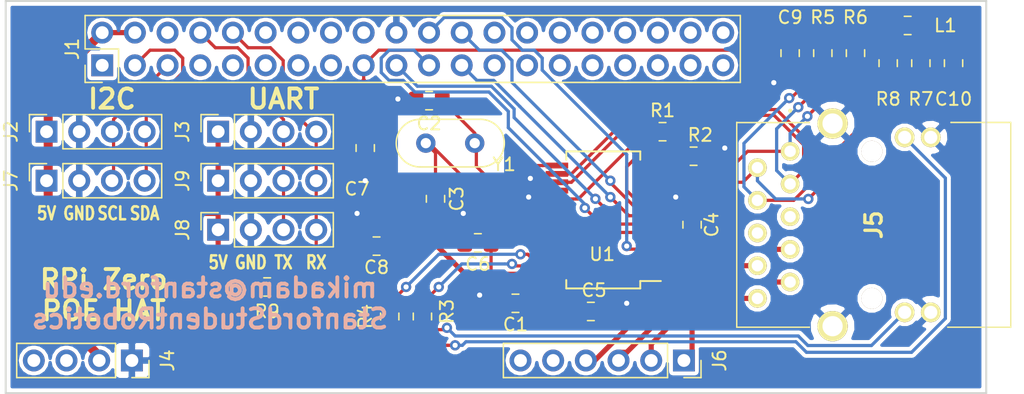
<source format=kicad_pcb>
(kicad_pcb (version 20171130) (host pcbnew "(5.0.0-3-g5ebb6b6)")

  (general
    (thickness 1.6)
    (drawings 16)
    (tracks 337)
    (zones 0)
    (modules 31)
    (nets 67)
  )

  (page A4)
  (layers
    (0 F.Cu signal)
    (31 B.Cu signal)
    (32 B.Adhes user)
    (33 F.Adhes user)
    (34 B.Paste user)
    (35 F.Paste user)
    (36 B.SilkS user)
    (37 F.SilkS user)
    (38 B.Mask user)
    (39 F.Mask user)
    (40 Dwgs.User user)
    (41 Cmts.User user)
    (42 Eco1.User user)
    (43 Eco2.User user)
    (44 Edge.Cuts user)
    (45 Margin user)
    (46 B.CrtYd user hide)
    (47 F.CrtYd user hide)
    (48 B.Fab user hide)
    (49 F.Fab user hide)
  )

  (setup
    (last_trace_width 0.25)
    (trace_clearance 0.2)
    (zone_clearance 0.3)
    (zone_45_only no)
    (trace_min 0.2)
    (segment_width 0.2)
    (edge_width 0.15)
    (via_size 0.8)
    (via_drill 0.4)
    (via_min_size 0.4)
    (via_min_drill 0.3)
    (uvia_size 0.3)
    (uvia_drill 0.1)
    (uvias_allowed no)
    (uvia_min_size 0.2)
    (uvia_min_drill 0.1)
    (pcb_text_width 0.3)
    (pcb_text_size 1.5 1.5)
    (mod_edge_width 0.15)
    (mod_text_size 1 1)
    (mod_text_width 0.15)
    (pad_size 1.524 1.524)
    (pad_drill 0.762)
    (pad_to_mask_clearance 0.2)
    (aux_axis_origin 0 0)
    (grid_origin 134.064 35.588)
    (visible_elements FFFFFF7F)
    (pcbplotparams
      (layerselection 0x010f8_ffffffff)
      (usegerberextensions false)
      (usegerberattributes false)
      (usegerberadvancedattributes false)
      (creategerberjobfile false)
      (excludeedgelayer true)
      (linewidth 0.100000)
      (plotframeref false)
      (viasonmask false)
      (mode 1)
      (useauxorigin false)
      (hpglpennumber 1)
      (hpglpenspeed 20)
      (hpglpendiameter 15.000000)
      (psnegative false)
      (psa4output false)
      (plotreference true)
      (plotvalue true)
      (plotinvisibletext false)
      (padsonsilk false)
      (subtractmaskfromsilk false)
      (outputformat 1)
      (mirror false)
      (drillshape 0)
      (scaleselection 1)
      (outputdirectory "output/"))
  )

  (net 0 "")
  (net 1 +3V3)
  (net 2 GND)
  (net 3 "Net-(C2-Pad1)")
  (net 4 "Net-(C3-Pad1)")
  (net 5 "Net-(C4-Pad1)")
  (net 6 "Net-(C9-Pad1)")
  (net 7 "Net-(C10-Pad2)")
  (net 8 "Net-(J1-Pad1)")
  (net 9 /5v)
  (net 10 "Net-(J1-Pad6)")
  (net 11 "Net-(J1-Pad7)")
  (net 12 "Net-(J1-Pad9)")
  (net 13 "Net-(J1-Pad11)")
  (net 14 "Net-(J1-Pad12)")
  (net 15 "Net-(J1-Pad13)")
  (net 16 "Net-(J1-Pad14)")
  (net 17 "Net-(J1-Pad15)")
  (net 18 "Net-(J1-Pad16)")
  (net 19 "Net-(J1-Pad18)")
  (net 20 "Net-(J1-Pad19)")
  (net 21 "Net-(J1-Pad21)")
  (net 22 /~INT)
  (net 23 "Net-(J1-Pad23)")
  (net 24 "Net-(J1-Pad24)")
  (net 25 "Net-(J1-Pad25)")
  (net 26 "Net-(J1-Pad26)")
  (net 27 "Net-(J1-Pad27)")
  (net 28 "Net-(J1-Pad28)")
  (net 29 "Net-(J1-Pad29)")
  (net 30 "Net-(J1-Pad30)")
  (net 31 "Net-(J1-Pad31)")
  (net 32 "Net-(J1-Pad32)")
  (net 33 "Net-(J1-Pad33)")
  (net 34 "Net-(J1-Pad34)")
  (net 35 "Net-(J1-Pad35)")
  (net 36 "Net-(J1-Pad36)")
  (net 37 "Net-(J1-Pad37)")
  (net 38 "Net-(J1-Pad38)")
  (net 39 "Net-(J1-Pad39)")
  (net 40 "Net-(J1-Pad40)")
  (net 41 "Net-(J4-Pad3)")
  (net 42 "Net-(J4-Pad4)")
  (net 43 "Net-(J6-Pad5)")
  (net 44 "Net-(J6-Pad6)")
  (net 45 "Net-(R1-Pad2)")
  (net 46 "Net-(R2-Pad1)")
  (net 47 "Net-(J5-PadL1)")
  (net 48 /LED_GREEN)
  (net 49 /LED_YELLOW)
  (net 50 "Net-(J5-PadL3)")
  (net 51 "Net-(J5-Pad4)")
  (net 52 "Net-(J5-Pad3)")
  (net 53 "Net-(J5-Pad2)")
  (net 54 "Net-(U1-Pad3)")
  (net 55 "Net-(U1-Pad5)")
  (net 56 "Net-(J5-Pad1)")
  (net 57 "Net-(J5-Pad5)")
  (net 58 "Net-(J5-Pad6)")
  (net 59 /VC1+)
  (net 60 /VC1-)
  (net 61 /VC2+)
  (net 62 /VC2-)
  (net 63 /scl)
  (net 64 /sda)
  (net 65 /rx)
  (net 66 /tx)

  (net_class Default "This is the default net class."
    (clearance 0.2)
    (trace_width 0.25)
    (via_dia 0.8)
    (via_drill 0.4)
    (uvia_dia 0.3)
    (uvia_drill 0.1)
    (add_net +3V3)
    (add_net /LED_GREEN)
    (add_net /LED_YELLOW)
    (add_net /rx)
    (add_net /scl)
    (add_net /sda)
    (add_net /tx)
    (add_net /~INT)
    (add_net GND)
    (add_net "Net-(C10-Pad2)")
    (add_net "Net-(C2-Pad1)")
    (add_net "Net-(C3-Pad1)")
    (add_net "Net-(C4-Pad1)")
    (add_net "Net-(C9-Pad1)")
    (add_net "Net-(J1-Pad1)")
    (add_net "Net-(J1-Pad11)")
    (add_net "Net-(J1-Pad12)")
    (add_net "Net-(J1-Pad13)")
    (add_net "Net-(J1-Pad14)")
    (add_net "Net-(J1-Pad15)")
    (add_net "Net-(J1-Pad16)")
    (add_net "Net-(J1-Pad18)")
    (add_net "Net-(J1-Pad19)")
    (add_net "Net-(J1-Pad21)")
    (add_net "Net-(J1-Pad23)")
    (add_net "Net-(J1-Pad24)")
    (add_net "Net-(J1-Pad25)")
    (add_net "Net-(J1-Pad26)")
    (add_net "Net-(J1-Pad27)")
    (add_net "Net-(J1-Pad28)")
    (add_net "Net-(J1-Pad29)")
    (add_net "Net-(J1-Pad30)")
    (add_net "Net-(J1-Pad31)")
    (add_net "Net-(J1-Pad32)")
    (add_net "Net-(J1-Pad33)")
    (add_net "Net-(J1-Pad34)")
    (add_net "Net-(J1-Pad35)")
    (add_net "Net-(J1-Pad36)")
    (add_net "Net-(J1-Pad37)")
    (add_net "Net-(J1-Pad38)")
    (add_net "Net-(J1-Pad39)")
    (add_net "Net-(J1-Pad40)")
    (add_net "Net-(J1-Pad6)")
    (add_net "Net-(J1-Pad7)")
    (add_net "Net-(J1-Pad9)")
    (add_net "Net-(J4-Pad3)")
    (add_net "Net-(J4-Pad4)")
    (add_net "Net-(J5-Pad1)")
    (add_net "Net-(J5-Pad2)")
    (add_net "Net-(J5-Pad3)")
    (add_net "Net-(J5-Pad4)")
    (add_net "Net-(J5-Pad5)")
    (add_net "Net-(J5-Pad6)")
    (add_net "Net-(J5-PadL1)")
    (add_net "Net-(J5-PadL3)")
    (add_net "Net-(J6-Pad5)")
    (add_net "Net-(J6-Pad6)")
    (add_net "Net-(R1-Pad2)")
    (add_net "Net-(R2-Pad1)")
    (add_net "Net-(U1-Pad3)")
    (add_net "Net-(U1-Pad5)")
  )

  (net_class Power ""
    (clearance 0.3)
    (trace_width 0.4)
    (via_dia 0.8)
    (via_drill 0.4)
    (uvia_dia 0.3)
    (uvia_drill 0.1)
    (add_net /5v)
    (add_net /VC1+)
    (add_net /VC1-)
    (add_net /VC2+)
    (add_net /VC2-)
  )

  (module Resistor_SMD:R_0805_2012Metric_Pad1.15x1.40mm_HandSolder (layer F.Cu) (tedit 5B36C52B) (tstamp 5E55FE52)
    (at 154.384 57.813)
    (descr "Resistor SMD 0805 (2012 Metric), square (rectangular) end terminal, IPC_7351 nominal with elongated pad for handsoldering. (Body size source: https://docs.google.com/spreadsheets/d/1BsfQQcO9C6DZCsRaXUlFlo91Tg2WpOkGARC1WS5S8t0/edit?usp=sharing), generated with kicad-footprint-generator")
    (tags "resistor handsolder")
    (path /5E3BFE00)
    (attr smd)
    (fp_text reference R9 (at 0 1.905) (layer F.SilkS)
      (effects (font (size 1 1) (thickness 0.15)))
    )
    (fp_text value 1k (at 0 1.65) (layer F.Fab)
      (effects (font (size 1 1) (thickness 0.15)))
    )
    (fp_line (start -1 0.6) (end -1 -0.6) (layer F.Fab) (width 0.1))
    (fp_line (start -1 -0.6) (end 1 -0.6) (layer F.Fab) (width 0.1))
    (fp_line (start 1 -0.6) (end 1 0.6) (layer F.Fab) (width 0.1))
    (fp_line (start 1 0.6) (end -1 0.6) (layer F.Fab) (width 0.1))
    (fp_line (start -0.261252 -0.71) (end 0.261252 -0.71) (layer F.SilkS) (width 0.12))
    (fp_line (start -0.261252 0.71) (end 0.261252 0.71) (layer F.SilkS) (width 0.12))
    (fp_line (start -1.85 0.95) (end -1.85 -0.95) (layer F.CrtYd) (width 0.05))
    (fp_line (start -1.85 -0.95) (end 1.85 -0.95) (layer F.CrtYd) (width 0.05))
    (fp_line (start 1.85 -0.95) (end 1.85 0.95) (layer F.CrtYd) (width 0.05))
    (fp_line (start 1.85 0.95) (end -1.85 0.95) (layer F.CrtYd) (width 0.05))
    (fp_text user %R (at 0 0) (layer F.Fab)
      (effects (font (size 0.5 0.5) (thickness 0.08)))
    )
    (pad 1 smd roundrect (at -1.025 0) (size 1.15 1.4) (layers F.Cu F.Paste F.Mask) (roundrect_rratio 0.217391)
      (net 9 /5v))
    (pad 2 smd roundrect (at 1.025 0) (size 1.15 1.4) (layers F.Cu F.Paste F.Mask) (roundrect_rratio 0.217391)
      (net 65 /rx))
    (model ${KISYS3DMOD}/Resistor_SMD.3dshapes/R_0805_2012Metric.wrl
      (at (xyz 0 0 0))
      (scale (xyz 1 1 1))
      (rotate (xyz 0 0 0))
    )
  )

  (module Connector_PinSocket_2.54mm:PinSocket_1x04_P2.54mm_Vertical (layer F.Cu) (tedit 5A19A429) (tstamp 5E55F5B7)
    (at 150.574 49.558 90)
    (descr "Through hole straight socket strip, 1x04, 2.54mm pitch, single row (from Kicad 4.0.7), script generated")
    (tags "Through hole socket strip THT 1x04 2.54mm single row")
    (path /5E39D5A0)
    (fp_text reference J9 (at 0 -2.77 90) (layer F.SilkS)
      (effects (font (size 1 1) (thickness 0.15)))
    )
    (fp_text value UART (at 0 10.39 90) (layer F.Fab)
      (effects (font (size 1 1) (thickness 0.15)))
    )
    (fp_line (start -1.27 -1.27) (end 0.635 -1.27) (layer F.Fab) (width 0.1))
    (fp_line (start 0.635 -1.27) (end 1.27 -0.635) (layer F.Fab) (width 0.1))
    (fp_line (start 1.27 -0.635) (end 1.27 8.89) (layer F.Fab) (width 0.1))
    (fp_line (start 1.27 8.89) (end -1.27 8.89) (layer F.Fab) (width 0.1))
    (fp_line (start -1.27 8.89) (end -1.27 -1.27) (layer F.Fab) (width 0.1))
    (fp_line (start -1.33 1.27) (end 1.33 1.27) (layer F.SilkS) (width 0.12))
    (fp_line (start -1.33 1.27) (end -1.33 8.95) (layer F.SilkS) (width 0.12))
    (fp_line (start -1.33 8.95) (end 1.33 8.95) (layer F.SilkS) (width 0.12))
    (fp_line (start 1.33 1.27) (end 1.33 8.95) (layer F.SilkS) (width 0.12))
    (fp_line (start 1.33 -1.33) (end 1.33 0) (layer F.SilkS) (width 0.12))
    (fp_line (start 0 -1.33) (end 1.33 -1.33) (layer F.SilkS) (width 0.12))
    (fp_line (start -1.8 -1.8) (end 1.75 -1.8) (layer F.CrtYd) (width 0.05))
    (fp_line (start 1.75 -1.8) (end 1.75 9.4) (layer F.CrtYd) (width 0.05))
    (fp_line (start 1.75 9.4) (end -1.8 9.4) (layer F.CrtYd) (width 0.05))
    (fp_line (start -1.8 9.4) (end -1.8 -1.8) (layer F.CrtYd) (width 0.05))
    (fp_text user %R (at 0 3.81 180) (layer F.Fab)
      (effects (font (size 1 1) (thickness 0.15)))
    )
    (pad 1 thru_hole rect (at 0 0 90) (size 1.7 1.7) (drill 1) (layers *.Cu *.Mask)
      (net 9 /5v))
    (pad 2 thru_hole oval (at 0 2.54 90) (size 1.7 1.7) (drill 1) (layers *.Cu *.Mask)
      (net 2 GND))
    (pad 3 thru_hole oval (at 0 5.08 90) (size 1.7 1.7) (drill 1) (layers *.Cu *.Mask)
      (net 66 /tx))
    (pad 4 thru_hole oval (at 0 7.62 90) (size 1.7 1.7) (drill 1) (layers *.Cu *.Mask)
      (net 65 /rx))
    (model ${KISYS3DMOD}/Connector_PinSocket_2.54mm.3dshapes/PinSocket_1x04_P2.54mm_Vertical.wrl
      (at (xyz 0 0 0))
      (scale (xyz 1 1 1))
      (rotate (xyz 0 0 0))
    )
  )

  (module Connector_PinSocket_2.54mm:PinSocket_1x04_P2.54mm_Vertical (layer F.Cu) (tedit 5A19A429) (tstamp 5E55F59F)
    (at 150.574 53.368 90)
    (descr "Through hole straight socket strip, 1x04, 2.54mm pitch, single row (from Kicad 4.0.7), script generated")
    (tags "Through hole socket strip THT 1x04 2.54mm single row")
    (path /5E39D531)
    (fp_text reference J8 (at 0 -2.77 90) (layer F.SilkS)
      (effects (font (size 1 1) (thickness 0.15)))
    )
    (fp_text value UART (at 0 10.39 90) (layer F.Fab)
      (effects (font (size 1 1) (thickness 0.15)))
    )
    (fp_text user %R (at 0 3.81 180) (layer F.Fab)
      (effects (font (size 1 1) (thickness 0.15)))
    )
    (fp_line (start -1.8 9.4) (end -1.8 -1.8) (layer F.CrtYd) (width 0.05))
    (fp_line (start 1.75 9.4) (end -1.8 9.4) (layer F.CrtYd) (width 0.05))
    (fp_line (start 1.75 -1.8) (end 1.75 9.4) (layer F.CrtYd) (width 0.05))
    (fp_line (start -1.8 -1.8) (end 1.75 -1.8) (layer F.CrtYd) (width 0.05))
    (fp_line (start 0 -1.33) (end 1.33 -1.33) (layer F.SilkS) (width 0.12))
    (fp_line (start 1.33 -1.33) (end 1.33 0) (layer F.SilkS) (width 0.12))
    (fp_line (start 1.33 1.27) (end 1.33 8.95) (layer F.SilkS) (width 0.12))
    (fp_line (start -1.33 8.95) (end 1.33 8.95) (layer F.SilkS) (width 0.12))
    (fp_line (start -1.33 1.27) (end -1.33 8.95) (layer F.SilkS) (width 0.12))
    (fp_line (start -1.33 1.27) (end 1.33 1.27) (layer F.SilkS) (width 0.12))
    (fp_line (start -1.27 8.89) (end -1.27 -1.27) (layer F.Fab) (width 0.1))
    (fp_line (start 1.27 8.89) (end -1.27 8.89) (layer F.Fab) (width 0.1))
    (fp_line (start 1.27 -0.635) (end 1.27 8.89) (layer F.Fab) (width 0.1))
    (fp_line (start 0.635 -1.27) (end 1.27 -0.635) (layer F.Fab) (width 0.1))
    (fp_line (start -1.27 -1.27) (end 0.635 -1.27) (layer F.Fab) (width 0.1))
    (pad 4 thru_hole oval (at 0 7.62 90) (size 1.7 1.7) (drill 1) (layers *.Cu *.Mask)
      (net 65 /rx))
    (pad 3 thru_hole oval (at 0 5.08 90) (size 1.7 1.7) (drill 1) (layers *.Cu *.Mask)
      (net 66 /tx))
    (pad 2 thru_hole oval (at 0 2.54 90) (size 1.7 1.7) (drill 1) (layers *.Cu *.Mask)
      (net 2 GND))
    (pad 1 thru_hole rect (at 0 0 90) (size 1.7 1.7) (drill 1) (layers *.Cu *.Mask)
      (net 9 /5v))
    (model ${KISYS3DMOD}/Connector_PinSocket_2.54mm.3dshapes/PinSocket_1x04_P2.54mm_Vertical.wrl
      (at (xyz 0 0 0))
      (scale (xyz 1 1 1))
      (rotate (xyz 0 0 0))
    )
  )

  (module Connector_PinSocket_2.54mm:PinSocket_1x04_P2.54mm_Vertical (layer F.Cu) (tedit 5A19A429) (tstamp 5E55F587)
    (at 137.239 49.558 90)
    (descr "Through hole straight socket strip, 1x04, 2.54mm pitch, single row (from Kicad 4.0.7), script generated")
    (tags "Through hole socket strip THT 1x04 2.54mm single row")
    (path /5E3BF1F4)
    (fp_text reference J7 (at 0 -2.77 90) (layer F.SilkS)
      (effects (font (size 1 1) (thickness 0.15)))
    )
    (fp_text value I2C (at 0 10.39 90) (layer F.Fab)
      (effects (font (size 1 1) (thickness 0.15)))
    )
    (fp_line (start -1.27 -1.27) (end 0.635 -1.27) (layer F.Fab) (width 0.1))
    (fp_line (start 0.635 -1.27) (end 1.27 -0.635) (layer F.Fab) (width 0.1))
    (fp_line (start 1.27 -0.635) (end 1.27 8.89) (layer F.Fab) (width 0.1))
    (fp_line (start 1.27 8.89) (end -1.27 8.89) (layer F.Fab) (width 0.1))
    (fp_line (start -1.27 8.89) (end -1.27 -1.27) (layer F.Fab) (width 0.1))
    (fp_line (start -1.33 1.27) (end 1.33 1.27) (layer F.SilkS) (width 0.12))
    (fp_line (start -1.33 1.27) (end -1.33 8.95) (layer F.SilkS) (width 0.12))
    (fp_line (start -1.33 8.95) (end 1.33 8.95) (layer F.SilkS) (width 0.12))
    (fp_line (start 1.33 1.27) (end 1.33 8.95) (layer F.SilkS) (width 0.12))
    (fp_line (start 1.33 -1.33) (end 1.33 0) (layer F.SilkS) (width 0.12))
    (fp_line (start 0 -1.33) (end 1.33 -1.33) (layer F.SilkS) (width 0.12))
    (fp_line (start -1.8 -1.8) (end 1.75 -1.8) (layer F.CrtYd) (width 0.05))
    (fp_line (start 1.75 -1.8) (end 1.75 9.4) (layer F.CrtYd) (width 0.05))
    (fp_line (start 1.75 9.4) (end -1.8 9.4) (layer F.CrtYd) (width 0.05))
    (fp_line (start -1.8 9.4) (end -1.8 -1.8) (layer F.CrtYd) (width 0.05))
    (fp_text user %R (at 0 3.81 180) (layer F.Fab)
      (effects (font (size 1 1) (thickness 0.15)))
    )
    (pad 1 thru_hole rect (at 0 0 90) (size 1.7 1.7) (drill 1) (layers *.Cu *.Mask)
      (net 9 /5v))
    (pad 2 thru_hole oval (at 0 2.54 90) (size 1.7 1.7) (drill 1) (layers *.Cu *.Mask)
      (net 2 GND))
    (pad 3 thru_hole oval (at 0 5.08 90) (size 1.7 1.7) (drill 1) (layers *.Cu *.Mask)
      (net 63 /scl))
    (pad 4 thru_hole oval (at 0 7.62 90) (size 1.7 1.7) (drill 1) (layers *.Cu *.Mask)
      (net 64 /sda))
    (model ${KISYS3DMOD}/Connector_PinSocket_2.54mm.3dshapes/PinSocket_1x04_P2.54mm_Vertical.wrl
      (at (xyz 0 0 0))
      (scale (xyz 1 1 1))
      (rotate (xyz 0 0 0))
    )
  )

  (module Connector_PinHeader_2.54mm:PinHeader_2x20_P2.54mm_Vertical (layer F.Cu) (tedit 59FED5CC) (tstamp 5E3DE326)
    (at 141.564 40.588 90)
    (descr "Through hole straight pin header, 2x20, 2.54mm pitch, double rows")
    (tags "Through hole pin header THT 2x20 2.54mm double row")
    (path /5E2477BC)
    (fp_text reference J1 (at 1.27 -2.33 90) (layer F.SilkS)
      (effects (font (size 1 1) (thickness 0.15)))
    )
    (fp_text value Raspberry_Pi_2_3 (at 1.27 50.59 90) (layer F.Fab)
      (effects (font (size 1 1) (thickness 0.15)))
    )
    (fp_line (start 0 -1.27) (end 3.81 -1.27) (layer F.Fab) (width 0.1))
    (fp_line (start 3.81 -1.27) (end 3.81 49.53) (layer F.Fab) (width 0.1))
    (fp_line (start 3.81 49.53) (end -1.27 49.53) (layer F.Fab) (width 0.1))
    (fp_line (start -1.27 49.53) (end -1.27 0) (layer F.Fab) (width 0.1))
    (fp_line (start -1.27 0) (end 0 -1.27) (layer F.Fab) (width 0.1))
    (fp_line (start -1.33 49.59) (end 3.87 49.59) (layer F.SilkS) (width 0.12))
    (fp_line (start -1.33 1.27) (end -1.33 49.59) (layer F.SilkS) (width 0.12))
    (fp_line (start 3.87 -1.33) (end 3.87 49.59) (layer F.SilkS) (width 0.12))
    (fp_line (start -1.33 1.27) (end 1.27 1.27) (layer F.SilkS) (width 0.12))
    (fp_line (start 1.27 1.27) (end 1.27 -1.33) (layer F.SilkS) (width 0.12))
    (fp_line (start 1.27 -1.33) (end 3.87 -1.33) (layer F.SilkS) (width 0.12))
    (fp_line (start -1.33 0) (end -1.33 -1.33) (layer F.SilkS) (width 0.12))
    (fp_line (start -1.33 -1.33) (end 0 -1.33) (layer F.SilkS) (width 0.12))
    (fp_line (start -1.8 -1.8) (end -1.8 50.05) (layer F.CrtYd) (width 0.05))
    (fp_line (start -1.8 50.05) (end 4.35 50.05) (layer F.CrtYd) (width 0.05))
    (fp_line (start 4.35 50.05) (end 4.35 -1.8) (layer F.CrtYd) (width 0.05))
    (fp_line (start 4.35 -1.8) (end -1.8 -1.8) (layer F.CrtYd) (width 0.05))
    (fp_text user %R (at 1.27 24.13 180) (layer F.Fab)
      (effects (font (size 1 1) (thickness 0.15)))
    )
    (pad 1 thru_hole rect (at 0 0 90) (size 1.7 1.7) (drill 1) (layers *.Cu *.Mask)
      (net 8 "Net-(J1-Pad1)"))
    (pad 2 thru_hole oval (at 2.54 0 90) (size 1.7 1.7) (drill 1) (layers *.Cu *.Mask)
      (net 9 /5v))
    (pad 3 thru_hole oval (at 0 2.54 90) (size 1.7 1.7) (drill 1) (layers *.Cu *.Mask)
      (net 64 /sda))
    (pad 4 thru_hole oval (at 2.54 2.54 90) (size 1.7 1.7) (drill 1) (layers *.Cu *.Mask)
      (net 9 /5v))
    (pad 5 thru_hole oval (at 0 5.08 90) (size 1.7 1.7) (drill 1) (layers *.Cu *.Mask)
      (net 63 /scl))
    (pad 6 thru_hole oval (at 2.54 5.08 90) (size 1.7 1.7) (drill 1) (layers *.Cu *.Mask)
      (net 10 "Net-(J1-Pad6)"))
    (pad 7 thru_hole oval (at 0 7.62 90) (size 1.7 1.7) (drill 1) (layers *.Cu *.Mask)
      (net 11 "Net-(J1-Pad7)"))
    (pad 8 thru_hole oval (at 2.54 7.62 90) (size 1.7 1.7) (drill 1) (layers *.Cu *.Mask)
      (net 66 /tx))
    (pad 9 thru_hole oval (at 0 10.16 90) (size 1.7 1.7) (drill 1) (layers *.Cu *.Mask)
      (net 12 "Net-(J1-Pad9)"))
    (pad 10 thru_hole oval (at 2.54 10.16 90) (size 1.7 1.7) (drill 1) (layers *.Cu *.Mask)
      (net 65 /rx))
    (pad 11 thru_hole oval (at 0 12.7 90) (size 1.7 1.7) (drill 1) (layers *.Cu *.Mask)
      (net 13 "Net-(J1-Pad11)"))
    (pad 12 thru_hole oval (at 2.54 12.7 90) (size 1.7 1.7) (drill 1) (layers *.Cu *.Mask)
      (net 14 "Net-(J1-Pad12)"))
    (pad 13 thru_hole oval (at 0 15.24 90) (size 1.7 1.7) (drill 1) (layers *.Cu *.Mask)
      (net 15 "Net-(J1-Pad13)"))
    (pad 14 thru_hole oval (at 2.54 15.24 90) (size 1.7 1.7) (drill 1) (layers *.Cu *.Mask)
      (net 16 "Net-(J1-Pad14)"))
    (pad 15 thru_hole oval (at 0 17.78 90) (size 1.7 1.7) (drill 1) (layers *.Cu *.Mask)
      (net 17 "Net-(J1-Pad15)"))
    (pad 16 thru_hole oval (at 2.54 17.78 90) (size 1.7 1.7) (drill 1) (layers *.Cu *.Mask)
      (net 18 "Net-(J1-Pad16)"))
    (pad 17 thru_hole oval (at 0 20.32 90) (size 1.7 1.7) (drill 1) (layers *.Cu *.Mask)
      (net 1 +3V3))
    (pad 18 thru_hole oval (at 2.54 20.32 90) (size 1.7 1.7) (drill 1) (layers *.Cu *.Mask)
      (net 19 "Net-(J1-Pad18)"))
    (pad 19 thru_hole oval (at 0 22.86 90) (size 1.7 1.7) (drill 1) (layers *.Cu *.Mask)
      (net 20 "Net-(J1-Pad19)"))
    (pad 20 thru_hole oval (at 2.54 22.86 90) (size 1.7 1.7) (drill 1) (layers *.Cu *.Mask)
      (net 2 GND))
    (pad 21 thru_hole oval (at 0 25.4 90) (size 1.7 1.7) (drill 1) (layers *.Cu *.Mask)
      (net 21 "Net-(J1-Pad21)"))
    (pad 22 thru_hole oval (at 2.54 25.4 90) (size 1.7 1.7) (drill 1) (layers *.Cu *.Mask)
      (net 22 /~INT))
    (pad 23 thru_hole oval (at 0 27.94 90) (size 1.7 1.7) (drill 1) (layers *.Cu *.Mask)
      (net 23 "Net-(J1-Pad23)"))
    (pad 24 thru_hole oval (at 2.54 27.94 90) (size 1.7 1.7) (drill 1) (layers *.Cu *.Mask)
      (net 24 "Net-(J1-Pad24)"))
    (pad 25 thru_hole oval (at 0 30.48 90) (size 1.7 1.7) (drill 1) (layers *.Cu *.Mask)
      (net 25 "Net-(J1-Pad25)"))
    (pad 26 thru_hole oval (at 2.54 30.48 90) (size 1.7 1.7) (drill 1) (layers *.Cu *.Mask)
      (net 26 "Net-(J1-Pad26)"))
    (pad 27 thru_hole oval (at 0 33.02 90) (size 1.7 1.7) (drill 1) (layers *.Cu *.Mask)
      (net 27 "Net-(J1-Pad27)"))
    (pad 28 thru_hole oval (at 2.54 33.02 90) (size 1.7 1.7) (drill 1) (layers *.Cu *.Mask)
      (net 28 "Net-(J1-Pad28)"))
    (pad 29 thru_hole oval (at 0 35.56 90) (size 1.7 1.7) (drill 1) (layers *.Cu *.Mask)
      (net 29 "Net-(J1-Pad29)"))
    (pad 30 thru_hole oval (at 2.54 35.56 90) (size 1.7 1.7) (drill 1) (layers *.Cu *.Mask)
      (net 30 "Net-(J1-Pad30)"))
    (pad 31 thru_hole oval (at 0 38.1 90) (size 1.7 1.7) (drill 1) (layers *.Cu *.Mask)
      (net 31 "Net-(J1-Pad31)"))
    (pad 32 thru_hole oval (at 2.54 38.1 90) (size 1.7 1.7) (drill 1) (layers *.Cu *.Mask)
      (net 32 "Net-(J1-Pad32)"))
    (pad 33 thru_hole oval (at 0 40.64 90) (size 1.7 1.7) (drill 1) (layers *.Cu *.Mask)
      (net 33 "Net-(J1-Pad33)"))
    (pad 34 thru_hole oval (at 2.54 40.64 90) (size 1.7 1.7) (drill 1) (layers *.Cu *.Mask)
      (net 34 "Net-(J1-Pad34)"))
    (pad 35 thru_hole oval (at 0 43.18 90) (size 1.7 1.7) (drill 1) (layers *.Cu *.Mask)
      (net 35 "Net-(J1-Pad35)"))
    (pad 36 thru_hole oval (at 2.54 43.18 90) (size 1.7 1.7) (drill 1) (layers *.Cu *.Mask)
      (net 36 "Net-(J1-Pad36)"))
    (pad 37 thru_hole oval (at 0 45.72 90) (size 1.7 1.7) (drill 1) (layers *.Cu *.Mask)
      (net 37 "Net-(J1-Pad37)"))
    (pad 38 thru_hole oval (at 2.54 45.72 90) (size 1.7 1.7) (drill 1) (layers *.Cu *.Mask)
      (net 38 "Net-(J1-Pad38)"))
    (pad 39 thru_hole oval (at 0 48.26 90) (size 1.7 1.7) (drill 1) (layers *.Cu *.Mask)
      (net 39 "Net-(J1-Pad39)"))
    (pad 40 thru_hole oval (at 2.54 48.26 90) (size 1.7 1.7) (drill 1) (layers *.Cu *.Mask)
      (net 40 "Net-(J1-Pad40)"))
    (model ${KISYS3DMOD}/Connector_PinHeader_2.54mm.3dshapes/PinHeader_2x20_P2.54mm_Vertical.wrl
      (at (xyz 0 0 0))
      (scale (xyz 1 1 1))
      (rotate (xyz 0 0 0))
    )
  )

  (module Crystal:Crystal_HC52-6mm_Vertical (layer F.Cu) (tedit 5A1AD3B8) (tstamp 5E3DF2A0)
    (at 170.513 46.637 180)
    (descr "Crystal THT HC-52/6mm, http://www.kvg-gmbh.de/assets/uploads/files/product_pdfs/XS71xx.pdf")
    (tags "THT crystalHC-49/U")
    (path /5E24CA0D)
    (fp_text reference Y1 (at -2.286 -1.651 180) (layer F.SilkS)
      (effects (font (size 1 1) (thickness 0.15)))
    )
    (fp_text value "Crystal 25MHz" (at 1.9 2.85 180) (layer F.Fab)
      (effects (font (size 1 1) (thickness 0.15)))
    )
    (fp_text user %R (at 1.9 0 180) (layer F.Fab)
      (effects (font (size 1 1) (thickness 0.15)))
    )
    (fp_line (start -0.45 -1.65) (end 4.25 -1.65) (layer F.Fab) (width 0.1))
    (fp_line (start -0.45 1.65) (end 4.25 1.65) (layer F.Fab) (width 0.1))
    (fp_line (start -0.45 -1.15) (end 4.25 -1.15) (layer F.Fab) (width 0.1))
    (fp_line (start -0.45 1.15) (end 4.25 1.15) (layer F.Fab) (width 0.1))
    (fp_line (start -0.45 -1.85) (end 4.25 -1.85) (layer F.SilkS) (width 0.12))
    (fp_line (start -0.45 1.85) (end 4.25 1.85) (layer F.SilkS) (width 0.12))
    (fp_line (start -2.6 -2.1) (end -2.6 2.1) (layer F.CrtYd) (width 0.05))
    (fp_line (start -2.6 2.1) (end 6.4 2.1) (layer F.CrtYd) (width 0.05))
    (fp_line (start 6.4 2.1) (end 6.4 -2.1) (layer F.CrtYd) (width 0.05))
    (fp_line (start 6.4 -2.1) (end -2.6 -2.1) (layer F.CrtYd) (width 0.05))
    (fp_arc (start -0.45 0) (end -0.45 -1.65) (angle -180) (layer F.Fab) (width 0.1))
    (fp_arc (start 4.25 0) (end 4.25 -1.65) (angle 180) (layer F.Fab) (width 0.1))
    (fp_arc (start -0.45 0) (end -0.45 -1.15) (angle -180) (layer F.Fab) (width 0.1))
    (fp_arc (start 4.25 0) (end 4.25 -1.15) (angle 180) (layer F.Fab) (width 0.1))
    (fp_arc (start -0.45 0) (end -0.45 -1.85) (angle -180) (layer F.SilkS) (width 0.12))
    (fp_arc (start 4.25 0) (end 4.25 -1.85) (angle 180) (layer F.SilkS) (width 0.12))
    (pad 1 thru_hole circle (at 0 0 180) (size 1.5 1.5) (drill 0.8) (layers *.Cu *.Mask)
      (net 3 "Net-(C2-Pad1)"))
    (pad 2 thru_hole circle (at 3.8 0 180) (size 1.5 1.5) (drill 0.8) (layers *.Cu *.Mask)
      (net 4 "Net-(C3-Pad1)"))
    (model ${KISYS3DMOD}/Crystal.3dshapes/Crystal_HC52-6mm_Vertical.wrl
      (at (xyz 0 0 0))
      (scale (xyz 1 1 1))
      (rotate (xyz 0 0 0))
    )
  )

  (module ARJM11C7-104-AB-EW2:ARJM11C7104ABEW2 (layer F.Cu) (tedit 5E226EFC) (tstamp 5E3E4B51)
    (at 195.024 47.272 90)
    (descr ARJM11C7-104-AB-EW2-3)
    (tags Connector)
    (path /5E2474EC)
    (fp_text reference J5 (at -5.715 6.5 90) (layer F.SilkS)
      (effects (font (size 1.27 1.27) (thickness 0.254)))
    )
    (fp_text value ARJM11C7-104-AB-EW2 (at -5.715 6.5 90) (layer F.SilkS) hide
      (effects (font (size 1.27 1.27) (thickness 0.254)))
    )
    (fp_line (start -13.665 17.15) (end 2.235 17.15) (layer Dwgs.User) (width 0.2))
    (fp_line (start 2.235 17.15) (end 2.235 -4.15) (layer Dwgs.User) (width 0.2))
    (fp_line (start 2.235 -4.15) (end -13.665 -4.15) (layer Dwgs.User) (width 0.2))
    (fp_line (start -13.665 -4.15) (end -13.665 17.15) (layer Dwgs.User) (width 0.2))
    (fp_line (start -13.665 -4.15) (end -13.665 -4.15) (layer F.SilkS) (width 0.1))
    (fp_line (start -13.665 -4.15) (end -13.665 1.5) (layer F.SilkS) (width 0.1))
    (fp_line (start -13.665 1.5) (end -13.665 1.5) (layer F.SilkS) (width 0.1))
    (fp_line (start -13.665 1.5) (end -13.665 -4.15) (layer F.SilkS) (width 0.1))
    (fp_line (start -13.665 -4.15) (end 2.25 -4.15) (layer F.SilkS) (width 0.1))
    (fp_line (start 2.25 -4.15) (end 2.25 -4.15) (layer F.SilkS) (width 0.1))
    (fp_line (start 2.25 -4.15) (end -13.665 -4.15) (layer F.SilkS) (width 0.1))
    (fp_line (start -13.665 -4.15) (end -13.665 -4.15) (layer F.SilkS) (width 0.1))
    (fp_line (start 2.235 -4.15) (end 2.235 -4.15) (layer F.SilkS) (width 0.1))
    (fp_line (start 2.235 -4.15) (end 2.235 1.5) (layer F.SilkS) (width 0.1))
    (fp_line (start 2.235 1.5) (end 2.235 1.5) (layer F.SilkS) (width 0.1))
    (fp_line (start 2.235 1.5) (end 2.235 -4.15) (layer F.SilkS) (width 0.1))
    (fp_line (start 2.25 12.5) (end 2.235 12.5) (layer F.SilkS) (width 0.1))
    (fp_line (start 2.235 12.5) (end 2.235 17.15) (layer F.SilkS) (width 0.1))
    (fp_line (start 2.235 17.15) (end 2.25 17.15) (layer F.SilkS) (width 0.1))
    (fp_line (start 2.25 17.15) (end 2.25 12.5) (layer F.SilkS) (width 0.1))
    (fp_line (start 2.235 17.15) (end -13.665 17.15) (layer F.SilkS) (width 0.1))
    (fp_line (start -13.665 17.15) (end -13.665 17.15) (layer F.SilkS) (width 0.1))
    (fp_line (start -13.665 17.15) (end 2.235 17.15) (layer F.SilkS) (width 0.1))
    (fp_line (start 2.235 17.15) (end 2.235 17.15) (layer F.SilkS) (width 0.1))
    (fp_line (start -13.665 17.15) (end -13.665 17.15) (layer F.SilkS) (width 0.1))
    (fp_line (start -13.665 17.15) (end -13.665 12.25) (layer F.SilkS) (width 0.1))
    (fp_line (start -13.665 12.25) (end -13.665 12.25) (layer F.SilkS) (width 0.1))
    (fp_line (start -13.665 12.25) (end -13.665 17.15) (layer F.SilkS) (width 0.1))
    (fp_line (start -15.768 -5.15) (end 4.338 -5.15) (layer Dwgs.User) (width 0.1))
    (fp_line (start 4.338 -5.15) (end 4.338 18.15) (layer Dwgs.User) (width 0.1))
    (fp_line (start 4.338 18.15) (end -15.768 18.15) (layer Dwgs.User) (width 0.1))
    (fp_line (start -15.768 18.15) (end -15.768 -5.15) (layer Dwgs.User) (width 0.1))
    (fp_line (start 3.1 0) (end 3.1 0) (layer F.SilkS) (width 0.2))
    (fp_line (start 3.2 0) (end 3.2 0) (layer F.SilkS) (width 0.2))
    (fp_line (start 3.1 0) (end 3.1 0) (layer F.SilkS) (width 0.2))
    (fp_arc (start 3.15 0) (end 3.1 0) (angle -180) (layer F.SilkS) (width 0.2))
    (fp_arc (start 3.15 0) (end 3.2 0) (angle -180) (layer F.SilkS) (width 0.2))
    (fp_arc (start 3.15 0) (end 3.1 0) (angle -180) (layer F.SilkS) (width 0.2))
    (pad 1 thru_hole circle (at 0 0 180) (size 1.446 1.446) (drill 0.89) (layers *.Cu *.Mask F.SilkS)
      (net 56 "Net-(J5-Pad1)"))
    (pad 2 thru_hole circle (at -1.27 -2.54 180) (size 1.446 1.446) (drill 0.89) (layers *.Cu *.Mask F.SilkS)
      (net 53 "Net-(J5-Pad2)"))
    (pad 3 thru_hole circle (at -2.54 0 180) (size 1.446 1.446) (drill 0.89) (layers *.Cu *.Mask F.SilkS)
      (net 52 "Net-(J5-Pad3)"))
    (pad 4 thru_hole circle (at -3.81 -2.54 180) (size 1.446 1.446) (drill 0.89) (layers *.Cu *.Mask F.SilkS)
      (net 51 "Net-(J5-Pad4)"))
    (pad 5 thru_hole circle (at -5.08 0 180) (size 1.446 1.446) (drill 0.89) (layers *.Cu *.Mask F.SilkS)
      (net 57 "Net-(J5-Pad5)"))
    (pad 6 thru_hole circle (at -6.35 -2.54 180) (size 1.446 1.446) (drill 0.89) (layers *.Cu *.Mask F.SilkS)
      (net 58 "Net-(J5-Pad6)"))
    (pad 7 thru_hole circle (at -7.62 0 180) (size 1.446 1.446) (drill 0.89) (layers *.Cu *.Mask F.SilkS)
      (net 59 /VC1+))
    (pad 8 thru_hole circle (at -8.89 -2.54 180) (size 1.446 1.446) (drill 0.89) (layers *.Cu *.Mask F.SilkS)
      (net 60 /VC1-))
    (pad 9 thru_hole circle (at -10.16 0 180) (size 1.446 1.446) (drill 0.89) (layers *.Cu *.Mask F.SilkS)
      (net 61 /VC2+))
    (pad 10 thru_hole circle (at -11.43 -2.54 180) (size 1.446 1.446) (drill 0.89) (layers *.Cu *.Mask F.SilkS)
      (net 62 /VC2-))
    (pad L1 thru_hole circle (at -12.515 8.9 180) (size 1.53 1.53) (drill 1.02) (layers *.Cu *.Mask F.SilkS)
      (net 47 "Net-(J5-PadL1)"))
    (pad L2 thru_hole circle (at -12.515 10.93 180) (size 1.53 1.53) (drill 1.02) (layers *.Cu *.Mask F.SilkS)
      (net 2 GND))
    (pad L3 thru_hole circle (at 1.085 8.9 180) (size 1.53 1.53) (drill 1.02) (layers *.Cu *.Mask F.SilkS)
      (net 50 "Net-(J5-PadL3)"))
    (pad L4 thru_hole circle (at 1.085 10.93 180) (size 1.53 1.53) (drill 1.02) (layers *.Cu *.Mask F.SilkS)
      (net 2 GND))
    (pad MH1 thru_hole circle (at -13.59 3.3 180) (size 2.355 2.355) (drill 1.57) (layers *.Cu *.Mask F.SilkS)
      (net 2 GND))
    (pad MH2 thru_hole circle (at 2.16 3.3 180) (size 2.355 2.355) (drill 1.57) (layers *.Cu *.Mask F.SilkS)
      (net 2 GND))
    (pad MH3 thru_hole circle (at -11.43 6.35 180) (size 1.625 1.625) (drill 3.25) (layers *.Cu *.Mask F.SilkS))
    (pad MH4 thru_hole circle (at 0 6.35 180) (size 1.625 1.625) (drill 3.25) (layers *.Cu *.Mask F.SilkS))
  )

  (module Package_SO:SSOP-28_5.3x10.2mm_P0.65mm (layer F.Cu) (tedit 5E27E3DA) (tstamp 5E31B944)
    (at 180.502 52.602 180)
    (descr "28-Lead Plastic Shrink Small Outline (SS)-5.30 mm Body [SSOP] (see Microchip Packaging Specification 00000049BS.pdf)")
    (tags "SSOP 0.65")
    (path /5E24741B)
    (attr smd)
    (fp_text reference U1 (at 0.083 -2.671 180) (layer F.SilkS)
      (effects (font (size 1 1) (thickness 0.15)))
    )
    (fp_text value ENC28J60x-SS (at 0 6.25 180) (layer F.Fab)
      (effects (font (size 1 1) (thickness 0.15)))
    )
    (fp_line (start -1.65 -5.1) (end 2.65 -5.1) (layer F.Fab) (width 0.15))
    (fp_line (start 2.65 -5.1) (end 2.65 5.1) (layer F.Fab) (width 0.15))
    (fp_line (start 2.65 5.1) (end -2.65 5.1) (layer F.Fab) (width 0.15))
    (fp_line (start -2.65 5.1) (end -2.65 -4.1) (layer F.Fab) (width 0.15))
    (fp_line (start -2.65 -4.1) (end -1.65 -5.1) (layer F.Fab) (width 0.15))
    (fp_line (start -4.75 -5.5) (end -4.75 5.5) (layer F.CrtYd) (width 0.05))
    (fp_line (start 4.75 -5.5) (end 4.75 5.5) (layer F.CrtYd) (width 0.05))
    (fp_line (start -4.75 -5.5) (end 4.75 -5.5) (layer F.CrtYd) (width 0.05))
    (fp_line (start -4.75 5.5) (end 4.75 5.5) (layer F.CrtYd) (width 0.05))
    (fp_line (start -2.875 -5.325) (end -2.875 -4.75) (layer F.SilkS) (width 0.15))
    (fp_line (start 2.875 -5.325) (end 2.875 -4.675) (layer F.SilkS) (width 0.15))
    (fp_line (start 2.875 5.325) (end 2.875 4.675) (layer F.SilkS) (width 0.15))
    (fp_line (start -2.875 5.325) (end -2.875 4.675) (layer F.SilkS) (width 0.15))
    (fp_line (start -2.875 -5.325) (end 2.875 -5.325) (layer F.SilkS) (width 0.15))
    (fp_line (start -2.875 5.325) (end 2.875 5.325) (layer F.SilkS) (width 0.15))
    (fp_line (start -2.875 -4.75) (end -4.475 -4.75) (layer F.SilkS) (width 0.15))
    (fp_text user %R (at 0 0 180) (layer F.Fab)
      (effects (font (size 0.8 0.8) (thickness 0.15)))
    )
    (pad 1 smd rect (at -3.6 -4.225 180) (size 1.75 0.45) (layers F.Cu F.Paste F.Mask)
      (net 5 "Net-(C4-Pad1)"))
    (pad 2 smd rect (at -3.6 -3.575 180) (size 1.75 0.45) (layers F.Cu F.Paste F.Mask)
      (net 2 GND))
    (pad 3 smd rect (at -3.6 -2.925 180) (size 1.75 0.45) (layers F.Cu F.Paste F.Mask)
      (net 54 "Net-(U1-Pad3)"))
    (pad 4 smd rect (at -3.6 -2.275 180) (size 1.75 0.45) (layers F.Cu F.Paste F.Mask)
      (net 22 /~INT))
    (pad 5 smd rect (at -3.6 -1.625 180) (size 1.75 0.45) (layers F.Cu F.Paste F.Mask)
      (net 55 "Net-(U1-Pad5)"))
    (pad 6 smd rect (at -3.6 -0.975 180) (size 1.75 0.45) (layers F.Cu F.Paste F.Mask)
      (net 21 "Net-(J1-Pad21)"))
    (pad 7 smd rect (at -3.6 -0.325 180) (size 1.75 0.45) (layers F.Cu F.Paste F.Mask)
      (net 20 "Net-(J1-Pad19)"))
    (pad 8 smd rect (at -3.6 0.325 180) (size 1.75 0.45) (layers F.Cu F.Paste F.Mask)
      (net 23 "Net-(J1-Pad23)"))
    (pad 9 smd rect (at -3.6 0.975 180) (size 1.75 0.45) (layers F.Cu F.Paste F.Mask)
      (net 24 "Net-(J1-Pad24)"))
    (pad 10 smd rect (at -3.6 1.625 180) (size 1.75 0.45) (layers F.Cu F.Paste F.Mask)
      (net 45 "Net-(R1-Pad2)"))
    (pad 11 smd rect (at -3.6 2.275 180) (size 1.75 0.45) (layers F.Cu F.Paste F.Mask)
      (net 2 GND))
    (pad 12 smd rect (at -3.6 2.925 180) (size 1.75 0.45) (layers F.Cu F.Paste F.Mask)
      (net 53 "Net-(J5-Pad2)"))
    (pad 13 smd rect (at -3.6 3.575 180) (size 1.75 0.45) (layers F.Cu F.Paste F.Mask)
      (net 56 "Net-(J5-Pad1)"))
    (pad 14 smd rect (at -3.6 4.225 180) (size 1.75 0.45) (layers F.Cu F.Paste F.Mask)
      (net 46 "Net-(R2-Pad1)"))
    (pad 15 smd rect (at 3.6 4.225 180) (size 1.75 0.45) (layers F.Cu F.Paste F.Mask)
      (net 1 +3V3))
    (pad 16 smd rect (at 3.6 3.575 180) (size 1.75 0.45) (layers F.Cu F.Paste F.Mask)
      (net 51 "Net-(J5-Pad4)"))
    (pad 17 smd rect (at 3.6 2.925 180) (size 1.75 0.45) (layers F.Cu F.Paste F.Mask)
      (net 52 "Net-(J5-Pad3)"))
    (pad 18 smd rect (at 3.6 2.275 180) (size 1.75 0.45) (layers F.Cu F.Paste F.Mask)
      (net 2 GND))
    (pad 19 smd rect (at 3.6 1.625 180) (size 1.75 0.45) (layers F.Cu F.Paste F.Mask)
      (net 1 +3V3))
    (pad 20 smd rect (at 3.6 0.975 180) (size 1.75 0.45) (layers F.Cu F.Paste F.Mask)
      (net 1 +3V3))
    (pad 21 smd rect (at 3.6 0.325 180) (size 1.75 0.45) (layers F.Cu F.Paste F.Mask)
      (net 2 GND))
    (pad 22 smd rect (at 3.6 -0.325 180) (size 1.75 0.45) (layers F.Cu F.Paste F.Mask)
      (net 2 GND))
    (pad 23 smd rect (at 3.6 -0.975 180) (size 1.75 0.45) (layers F.Cu F.Paste F.Mask)
      (net 3 "Net-(C2-Pad1)"))
    (pad 24 smd rect (at 3.6 -1.625 180) (size 1.75 0.45) (layers F.Cu F.Paste F.Mask)
      (net 4 "Net-(C3-Pad1)"))
    (pad 25 smd rect (at 3.6 -2.275 180) (size 1.75 0.45) (layers F.Cu F.Paste F.Mask)
      (net 1 +3V3))
    (pad 26 smd rect (at 3.6 -2.925 180) (size 1.75 0.45) (layers F.Cu F.Paste F.Mask)
      (net 49 /LED_YELLOW))
    (pad 27 smd rect (at 3.6 -3.575 180) (size 1.75 0.45) (layers F.Cu F.Paste F.Mask)
      (net 48 /LED_GREEN))
    (pad 28 smd rect (at 3.6 -4.225 180) (size 1.75 0.45) (layers F.Cu F.Paste F.Mask)
      (net 1 +3V3))
    (model ${KISYS3DMOD}/Package_SO.3dshapes/SSOP-28_5.3x10.2mm_P0.65mm.wrl
      (at (xyz 0 0 0))
      (scale (xyz 1 1 1))
      (rotate (xyz 0 0 0))
    )
  )

  (module Inductor_SMD:L_0805_2012Metric_Pad1.15x1.40mm_HandSolder (layer F.Cu) (tedit 5B36C52B) (tstamp 5E3E172B)
    (at 204.159 37.493)
    (descr "Capacitor SMD 0805 (2012 Metric), square (rectangular) end terminal, IPC_7351 nominal with elongated pad for handsoldering. (Body size source: https://docs.google.com/spreadsheets/d/1BsfQQcO9C6DZCsRaXUlFlo91Tg2WpOkGARC1WS5S8t0/edit?usp=sharing), generated with kicad-footprint-generator")
    (tags "inductor handsolder")
    (path /5E36BFEF)
    (attr smd)
    (fp_text reference L1 (at 2.93 0) (layer F.SilkS)
      (effects (font (size 1 1) (thickness 0.15)))
    )
    (fp_text value L_Core_Ferrite (at 0 1.65) (layer F.Fab)
      (effects (font (size 1 1) (thickness 0.15)))
    )
    (fp_line (start -1 0.6) (end -1 -0.6) (layer F.Fab) (width 0.1))
    (fp_line (start -1 -0.6) (end 1 -0.6) (layer F.Fab) (width 0.1))
    (fp_line (start 1 -0.6) (end 1 0.6) (layer F.Fab) (width 0.1))
    (fp_line (start 1 0.6) (end -1 0.6) (layer F.Fab) (width 0.1))
    (fp_line (start -0.261252 -0.71) (end 0.261252 -0.71) (layer F.SilkS) (width 0.12))
    (fp_line (start -0.261252 0.71) (end 0.261252 0.71) (layer F.SilkS) (width 0.12))
    (fp_line (start -1.85 0.95) (end -1.85 -0.95) (layer F.CrtYd) (width 0.05))
    (fp_line (start -1.85 -0.95) (end 1.85 -0.95) (layer F.CrtYd) (width 0.05))
    (fp_line (start 1.85 -0.95) (end 1.85 0.95) (layer F.CrtYd) (width 0.05))
    (fp_line (start 1.85 0.95) (end -1.85 0.95) (layer F.CrtYd) (width 0.05))
    (fp_text user %R (at 0 0) (layer F.Fab)
      (effects (font (size 0.5 0.5) (thickness 0.08)))
    )
    (pad 1 smd roundrect (at -1.025 0) (size 1.15 1.4) (layers F.Cu F.Paste F.Mask) (roundrect_rratio 0.217391)
      (net 1 +3V3))
    (pad 2 smd roundrect (at 1.025 0) (size 1.15 1.4) (layers F.Cu F.Paste F.Mask) (roundrect_rratio 0.217391)
      (net 7 "Net-(C10-Pad2)"))
    (model ${KISYS3DMOD}/Inductor_SMD.3dshapes/L_0805_2012Metric.wrl
      (at (xyz 0 0 0))
      (scale (xyz 1 1 1))
      (rotate (xyz 0 0 0))
    )
  )

  (module Resistor_SMD:R_0805_2012Metric_Pad1.15x1.40mm_HandSolder (layer F.Cu) (tedit 5B36C52B) (tstamp 5E3DF63C)
    (at 197.564 39.643 90)
    (descr "Resistor SMD 0805 (2012 Metric), square (rectangular) end terminal, IPC_7351 nominal with elongated pad for handsoldering. (Body size source: https://docs.google.com/spreadsheets/d/1BsfQQcO9C6DZCsRaXUlFlo91Tg2WpOkGARC1WS5S8t0/edit?usp=sharing), generated with kicad-footprint-generator")
    (tags "resistor handsolder")
    (path /5E344509)
    (attr smd)
    (fp_text reference R5 (at 2.785 0 180) (layer F.SilkS)
      (effects (font (size 1 1) (thickness 0.15)))
    )
    (fp_text value "49.9 / 1%" (at 0 1.65 180) (layer F.Fab)
      (effects (font (size 1 1) (thickness 0.15)))
    )
    (fp_text user %R (at 0 0 90) (layer F.Fab)
      (effects (font (size 0.5 0.5) (thickness 0.08)))
    )
    (fp_line (start 1.85 0.95) (end -1.85 0.95) (layer F.CrtYd) (width 0.05))
    (fp_line (start 1.85 -0.95) (end 1.85 0.95) (layer F.CrtYd) (width 0.05))
    (fp_line (start -1.85 -0.95) (end 1.85 -0.95) (layer F.CrtYd) (width 0.05))
    (fp_line (start -1.85 0.95) (end -1.85 -0.95) (layer F.CrtYd) (width 0.05))
    (fp_line (start -0.261252 0.71) (end 0.261252 0.71) (layer F.SilkS) (width 0.12))
    (fp_line (start -0.261252 -0.71) (end 0.261252 -0.71) (layer F.SilkS) (width 0.12))
    (fp_line (start 1 0.6) (end -1 0.6) (layer F.Fab) (width 0.1))
    (fp_line (start 1 -0.6) (end 1 0.6) (layer F.Fab) (width 0.1))
    (fp_line (start -1 -0.6) (end 1 -0.6) (layer F.Fab) (width 0.1))
    (fp_line (start -1 0.6) (end -1 -0.6) (layer F.Fab) (width 0.1))
    (pad 2 smd roundrect (at 1.025 0 90) (size 1.15 1.4) (layers F.Cu F.Paste F.Mask) (roundrect_rratio 0.217391)
      (net 6 "Net-(C9-Pad1)"))
    (pad 1 smd roundrect (at -1.025 0 90) (size 1.15 1.4) (layers F.Cu F.Paste F.Mask) (roundrect_rratio 0.217391)
      (net 51 "Net-(J5-Pad4)"))
    (model ${KISYS3DMOD}/Resistor_SMD.3dshapes/R_0805_2012Metric.wrl
      (at (xyz 0 0 0))
      (scale (xyz 1 1 1))
      (rotate (xyz 0 0 0))
    )
  )

  (module Resistor_SMD:R_0805_2012Metric_Pad1.15x1.40mm_HandSolder (layer F.Cu) (tedit 5B36C52B) (tstamp 5E3E180E)
    (at 200.104 39.643 90)
    (descr "Resistor SMD 0805 (2012 Metric), square (rectangular) end terminal, IPC_7351 nominal with elongated pad for handsoldering. (Body size source: https://docs.google.com/spreadsheets/d/1BsfQQcO9C6DZCsRaXUlFlo91Tg2WpOkGARC1WS5S8t0/edit?usp=sharing), generated with kicad-footprint-generator")
    (tags "resistor handsolder")
    (path /5E3444CB)
    (attr smd)
    (fp_text reference R6 (at 2.785 0 180) (layer F.SilkS)
      (effects (font (size 1 1) (thickness 0.15)))
    )
    (fp_text value "49.9 / 1%" (at 0 1.65 90) (layer F.Fab)
      (effects (font (size 1 1) (thickness 0.15)))
    )
    (fp_line (start -1 0.6) (end -1 -0.6) (layer F.Fab) (width 0.1))
    (fp_line (start -1 -0.6) (end 1 -0.6) (layer F.Fab) (width 0.1))
    (fp_line (start 1 -0.6) (end 1 0.6) (layer F.Fab) (width 0.1))
    (fp_line (start 1 0.6) (end -1 0.6) (layer F.Fab) (width 0.1))
    (fp_line (start -0.261252 -0.71) (end 0.261252 -0.71) (layer F.SilkS) (width 0.12))
    (fp_line (start -0.261252 0.71) (end 0.261252 0.71) (layer F.SilkS) (width 0.12))
    (fp_line (start -1.85 0.95) (end -1.85 -0.95) (layer F.CrtYd) (width 0.05))
    (fp_line (start -1.85 -0.95) (end 1.85 -0.95) (layer F.CrtYd) (width 0.05))
    (fp_line (start 1.85 -0.95) (end 1.85 0.95) (layer F.CrtYd) (width 0.05))
    (fp_line (start 1.85 0.95) (end -1.85 0.95) (layer F.CrtYd) (width 0.05))
    (fp_text user %R (at 0 0 90) (layer F.Fab)
      (effects (font (size 0.5 0.5) (thickness 0.08)))
    )
    (pad 1 smd roundrect (at -1.025 0 90) (size 1.15 1.4) (layers F.Cu F.Paste F.Mask) (roundrect_rratio 0.217391)
      (net 52 "Net-(J5-Pad3)"))
    (pad 2 smd roundrect (at 1.025 0 90) (size 1.15 1.4) (layers F.Cu F.Paste F.Mask) (roundrect_rratio 0.217391)
      (net 6 "Net-(C9-Pad1)"))
    (model ${KISYS3DMOD}/Resistor_SMD.3dshapes/R_0805_2012Metric.wrl
      (at (xyz 0 0 0))
      (scale (xyz 1 1 1))
      (rotate (xyz 0 0 0))
    )
  )

  (module Resistor_SMD:R_0805_2012Metric_Pad1.15x1.40mm_HandSolder (layer F.Cu) (tedit 5B36C52B) (tstamp 5E3E3D12)
    (at 205.184 40.423 270)
    (descr "Resistor SMD 0805 (2012 Metric), square (rectangular) end terminal, IPC_7351 nominal with elongated pad for handsoldering. (Body size source: https://docs.google.com/spreadsheets/d/1BsfQQcO9C6DZCsRaXUlFlo91Tg2WpOkGARC1WS5S8t0/edit?usp=sharing), generated with kicad-footprint-generator")
    (tags "resistor handsolder")
    (path /5E34448F)
    (attr smd)
    (fp_text reference R7 (at 2.785 0) (layer F.SilkS)
      (effects (font (size 1 1) (thickness 0.15)))
    )
    (fp_text value "49.9 / 1%" (at 0 1.65 270) (layer F.Fab)
      (effects (font (size 1 1) (thickness 0.15)))
    )
    (fp_text user %R (at 0 0 270) (layer F.Fab)
      (effects (font (size 0.5 0.5) (thickness 0.08)))
    )
    (fp_line (start 1.85 0.95) (end -1.85 0.95) (layer F.CrtYd) (width 0.05))
    (fp_line (start 1.85 -0.95) (end 1.85 0.95) (layer F.CrtYd) (width 0.05))
    (fp_line (start -1.85 -0.95) (end 1.85 -0.95) (layer F.CrtYd) (width 0.05))
    (fp_line (start -1.85 0.95) (end -1.85 -0.95) (layer F.CrtYd) (width 0.05))
    (fp_line (start -0.261252 0.71) (end 0.261252 0.71) (layer F.SilkS) (width 0.12))
    (fp_line (start -0.261252 -0.71) (end 0.261252 -0.71) (layer F.SilkS) (width 0.12))
    (fp_line (start 1 0.6) (end -1 0.6) (layer F.Fab) (width 0.1))
    (fp_line (start 1 -0.6) (end 1 0.6) (layer F.Fab) (width 0.1))
    (fp_line (start -1 -0.6) (end 1 -0.6) (layer F.Fab) (width 0.1))
    (fp_line (start -1 0.6) (end -1 -0.6) (layer F.Fab) (width 0.1))
    (pad 2 smd roundrect (at 1.025 0 270) (size 1.15 1.4) (layers F.Cu F.Paste F.Mask) (roundrect_rratio 0.217391)
      (net 53 "Net-(J5-Pad2)"))
    (pad 1 smd roundrect (at -1.025 0 270) (size 1.15 1.4) (layers F.Cu F.Paste F.Mask) (roundrect_rratio 0.217391)
      (net 7 "Net-(C10-Pad2)"))
    (model ${KISYS3DMOD}/Resistor_SMD.3dshapes/R_0805_2012Metric.wrl
      (at (xyz 0 0 0))
      (scale (xyz 1 1 1))
      (rotate (xyz 0 0 0))
    )
  )

  (module Resistor_SMD:R_0805_2012Metric_Pad1.15x1.40mm_HandSolder (layer F.Cu) (tedit 5B36C52B) (tstamp 5E3E3CE2)
    (at 202.644 40.423 270)
    (descr "Resistor SMD 0805 (2012 Metric), square (rectangular) end terminal, IPC_7351 nominal with elongated pad for handsoldering. (Body size source: https://docs.google.com/spreadsheets/d/1BsfQQcO9C6DZCsRaXUlFlo91Tg2WpOkGARC1WS5S8t0/edit?usp=sharing), generated with kicad-footprint-generator")
    (tags "resistor handsolder")
    (path /5E3443D3)
    (attr smd)
    (fp_text reference R8 (at 2.785 0) (layer F.SilkS)
      (effects (font (size 1 1) (thickness 0.15)))
    )
    (fp_text value "49.9 / 1%" (at 0 1.65 270) (layer F.Fab)
      (effects (font (size 1 1) (thickness 0.15)))
    )
    (fp_line (start -1 0.6) (end -1 -0.6) (layer F.Fab) (width 0.1))
    (fp_line (start -1 -0.6) (end 1 -0.6) (layer F.Fab) (width 0.1))
    (fp_line (start 1 -0.6) (end 1 0.6) (layer F.Fab) (width 0.1))
    (fp_line (start 1 0.6) (end -1 0.6) (layer F.Fab) (width 0.1))
    (fp_line (start -0.261252 -0.71) (end 0.261252 -0.71) (layer F.SilkS) (width 0.12))
    (fp_line (start -0.261252 0.71) (end 0.261252 0.71) (layer F.SilkS) (width 0.12))
    (fp_line (start -1.85 0.95) (end -1.85 -0.95) (layer F.CrtYd) (width 0.05))
    (fp_line (start -1.85 -0.95) (end 1.85 -0.95) (layer F.CrtYd) (width 0.05))
    (fp_line (start 1.85 -0.95) (end 1.85 0.95) (layer F.CrtYd) (width 0.05))
    (fp_line (start 1.85 0.95) (end -1.85 0.95) (layer F.CrtYd) (width 0.05))
    (fp_text user %R (at 0 0 270) (layer F.Fab)
      (effects (font (size 0.5 0.5) (thickness 0.08)))
    )
    (pad 1 smd roundrect (at -1.025 0 270) (size 1.15 1.4) (layers F.Cu F.Paste F.Mask) (roundrect_rratio 0.217391)
      (net 7 "Net-(C10-Pad2)"))
    (pad 2 smd roundrect (at 1.025 0 270) (size 1.15 1.4) (layers F.Cu F.Paste F.Mask) (roundrect_rratio 0.217391)
      (net 56 "Net-(J5-Pad1)"))
    (model ${KISYS3DMOD}/Resistor_SMD.3dshapes/R_0805_2012Metric.wrl
      (at (xyz 0 0 0))
      (scale (xyz 1 1 1))
      (rotate (xyz 0 0 0))
    )
  )

  (module Capacitor_SMD:C_0805_2012Metric_Pad1.15x1.40mm_HandSolder (layer F.Cu) (tedit 5B36C52B) (tstamp 5E31B787)
    (at 173.679 59.083 180)
    (descr "Capacitor SMD 0805 (2012 Metric), square (rectangular) end terminal, IPC_7351 nominal with elongated pad for handsoldering. (Body size source: https://docs.google.com/spreadsheets/d/1BsfQQcO9C6DZCsRaXUlFlo91Tg2WpOkGARC1WS5S8t0/edit?usp=sharing), generated with kicad-footprint-generator")
    (tags "capacitor handsolder")
    (path /5E251369)
    (attr smd)
    (fp_text reference C1 (at 0 -1.65 180) (layer F.SilkS)
      (effects (font (size 1 1) (thickness 0.15)))
    )
    (fp_text value 100nF (at 0 1.65 180) (layer F.Fab)
      (effects (font (size 1 1) (thickness 0.15)))
    )
    (fp_line (start -1 0.6) (end -1 -0.6) (layer F.Fab) (width 0.1))
    (fp_line (start -1 -0.6) (end 1 -0.6) (layer F.Fab) (width 0.1))
    (fp_line (start 1 -0.6) (end 1 0.6) (layer F.Fab) (width 0.1))
    (fp_line (start 1 0.6) (end -1 0.6) (layer F.Fab) (width 0.1))
    (fp_line (start -0.261252 -0.71) (end 0.261252 -0.71) (layer F.SilkS) (width 0.12))
    (fp_line (start -0.261252 0.71) (end 0.261252 0.71) (layer F.SilkS) (width 0.12))
    (fp_line (start -1.85 0.95) (end -1.85 -0.95) (layer F.CrtYd) (width 0.05))
    (fp_line (start -1.85 -0.95) (end 1.85 -0.95) (layer F.CrtYd) (width 0.05))
    (fp_line (start 1.85 -0.95) (end 1.85 0.95) (layer F.CrtYd) (width 0.05))
    (fp_line (start 1.85 0.95) (end -1.85 0.95) (layer F.CrtYd) (width 0.05))
    (fp_text user %R (at 0 0 180) (layer F.Fab)
      (effects (font (size 0.5 0.5) (thickness 0.08)))
    )
    (pad 1 smd roundrect (at -1.025 0 180) (size 1.15 1.4) (layers F.Cu F.Paste F.Mask) (roundrect_rratio 0.217391)
      (net 1 +3V3))
    (pad 2 smd roundrect (at 1.025 0 180) (size 1.15 1.4) (layers F.Cu F.Paste F.Mask) (roundrect_rratio 0.217391)
      (net 2 GND))
    (model ${KISYS3DMOD}/Capacitor_SMD.3dshapes/C_0805_2012Metric.wrl
      (at (xyz 0 0 0))
      (scale (xyz 1 1 1))
      (rotate (xyz 0 0 0))
    )
  )

  (module Capacitor_SMD:C_0805_2012Metric_Pad1.15x1.40mm_HandSolder (layer F.Cu) (tedit 5B36C52B) (tstamp 5E3E4BE9)
    (at 166.966 43.335 180)
    (descr "Capacitor SMD 0805 (2012 Metric), square (rectangular) end terminal, IPC_7351 nominal with elongated pad for handsoldering. (Body size source: https://docs.google.com/spreadsheets/d/1BsfQQcO9C6DZCsRaXUlFlo91Tg2WpOkGARC1WS5S8t0/edit?usp=sharing), generated with kicad-footprint-generator")
    (tags "capacitor handsolder")
    (path /5E271A7A)
    (attr smd)
    (fp_text reference C2 (at 0 -1.778 180) (layer F.SilkS)
      (effects (font (size 1 1) (thickness 0.15)))
    )
    (fp_text value 10pF (at 0 1.65 180) (layer F.Fab)
      (effects (font (size 1 1) (thickness 0.15)))
    )
    (fp_line (start -1 0.6) (end -1 -0.6) (layer F.Fab) (width 0.1))
    (fp_line (start -1 -0.6) (end 1 -0.6) (layer F.Fab) (width 0.1))
    (fp_line (start 1 -0.6) (end 1 0.6) (layer F.Fab) (width 0.1))
    (fp_line (start 1 0.6) (end -1 0.6) (layer F.Fab) (width 0.1))
    (fp_line (start -0.261252 -0.71) (end 0.261252 -0.71) (layer F.SilkS) (width 0.12))
    (fp_line (start -0.261252 0.71) (end 0.261252 0.71) (layer F.SilkS) (width 0.12))
    (fp_line (start -1.85 0.95) (end -1.85 -0.95) (layer F.CrtYd) (width 0.05))
    (fp_line (start -1.85 -0.95) (end 1.85 -0.95) (layer F.CrtYd) (width 0.05))
    (fp_line (start 1.85 -0.95) (end 1.85 0.95) (layer F.CrtYd) (width 0.05))
    (fp_line (start 1.85 0.95) (end -1.85 0.95) (layer F.CrtYd) (width 0.05))
    (fp_text user %R (at 0 0 180) (layer F.Fab)
      (effects (font (size 0.5 0.5) (thickness 0.08)))
    )
    (pad 1 smd roundrect (at -1.025 0 180) (size 1.15 1.4) (layers F.Cu F.Paste F.Mask) (roundrect_rratio 0.217391)
      (net 3 "Net-(C2-Pad1)"))
    (pad 2 smd roundrect (at 1.025 0 180) (size 1.15 1.4) (layers F.Cu F.Paste F.Mask) (roundrect_rratio 0.217391)
      (net 2 GND))
    (model ${KISYS3DMOD}/Capacitor_SMD.3dshapes/C_0805_2012Metric.wrl
      (at (xyz 0 0 0))
      (scale (xyz 1 1 1))
      (rotate (xyz 0 0 0))
    )
  )

  (module Capacitor_SMD:C_0805_2012Metric_Pad1.15x1.40mm_HandSolder (layer F.Cu) (tedit 5E27FC81) (tstamp 5E3D9F02)
    (at 167.465 50.964 270)
    (descr "Capacitor SMD 0805 (2012 Metric), square (rectangular) end terminal, IPC_7351 nominal with elongated pad for handsoldering. (Body size source: https://docs.google.com/spreadsheets/d/1BsfQQcO9C6DZCsRaXUlFlo91Tg2WpOkGARC1WS5S8t0/edit?usp=sharing), generated with kicad-footprint-generator")
    (tags "capacitor handsolder")
    (path /5E271A3C)
    (attr smd)
    (fp_text reference C3 (at 0 -1.65 270) (layer F.SilkS)
      (effects (font (size 1 1) (thickness 0.15)))
    )
    (fp_text value 10pF (at 0 1.65 270) (layer F.Fab)
      (effects (font (size 1 1) (thickness 0.15)))
    )
    (fp_text user %R (at 0 0 270) (layer F.Fab)
      (effects (font (size 0.5 0.5) (thickness 0.08)))
    )
    (fp_line (start 1.85 0.95) (end -1.85 0.95) (layer F.CrtYd) (width 0.05))
    (fp_line (start 1.85 -0.95) (end 1.85 0.95) (layer F.CrtYd) (width 0.05))
    (fp_line (start -1.85 -0.95) (end 1.85 -0.95) (layer F.CrtYd) (width 0.05))
    (fp_line (start -1.85 0.95) (end -1.85 -0.95) (layer F.CrtYd) (width 0.05))
    (fp_line (start -0.261252 0.71) (end 0.261252 0.71) (layer F.SilkS) (width 0.12))
    (fp_line (start -0.261252 -0.71) (end 0.261252 -0.71) (layer F.SilkS) (width 0.12))
    (fp_line (start 1 0.6) (end -1 0.6) (layer F.Fab) (width 0.1))
    (fp_line (start 1 -0.6) (end 1 0.6) (layer F.Fab) (width 0.1))
    (fp_line (start -1 -0.6) (end 1 -0.6) (layer F.Fab) (width 0.1))
    (fp_line (start -1 0.6) (end -1 -0.6) (layer F.Fab) (width 0.1))
    (pad 2 smd roundrect (at 1.025 0 270) (size 1.15 1.4) (layers F.Cu F.Paste F.Mask) (roundrect_rratio 0.217391)
      (net 2 GND))
    (pad 1 smd roundrect (at -1.025 0 270) (size 1.15 1.4) (layers F.Cu F.Paste F.Mask) (roundrect_rratio 0.217391)
      (net 4 "Net-(C3-Pad1)"))
    (model ${KISYS3DMOD}/Capacitor_SMD.3dshapes/C_0805_2012Metric.wrl
      (at (xyz 0 0 0))
      (scale (xyz 1 1 1))
      (rotate (xyz 0 0 0))
    )
  )

  (module Capacitor_SMD:C_0805_2012Metric_Pad1.15x1.40mm_HandSolder (layer F.Cu) (tedit 5B36C52B) (tstamp 5E3D9E4A)
    (at 179.539 59.718)
    (descr "Capacitor SMD 0805 (2012 Metric), square (rectangular) end terminal, IPC_7351 nominal with elongated pad for handsoldering. (Body size source: https://docs.google.com/spreadsheets/d/1BsfQQcO9C6DZCsRaXUlFlo91Tg2WpOkGARC1WS5S8t0/edit?usp=sharing), generated with kicad-footprint-generator")
    (tags "capacitor handsolder")
    (path /5E265A04)
    (attr smd)
    (fp_text reference C5 (at 0.245 -1.65) (layer F.SilkS)
      (effects (font (size 1 1) (thickness 0.15)))
    )
    (fp_text value 100nF (at 0 1.65 90) (layer F.Fab)
      (effects (font (size 1 1) (thickness 0.15)))
    )
    (fp_text user %R (at 0 0) (layer F.Fab)
      (effects (font (size 0.5 0.5) (thickness 0.08)))
    )
    (fp_line (start 1.85 0.95) (end -1.85 0.95) (layer F.CrtYd) (width 0.05))
    (fp_line (start 1.85 -0.95) (end 1.85 0.95) (layer F.CrtYd) (width 0.05))
    (fp_line (start -1.85 -0.95) (end 1.85 -0.95) (layer F.CrtYd) (width 0.05))
    (fp_line (start -1.85 0.95) (end -1.85 -0.95) (layer F.CrtYd) (width 0.05))
    (fp_line (start -0.261252 0.71) (end 0.261252 0.71) (layer F.SilkS) (width 0.12))
    (fp_line (start -0.261252 -0.71) (end 0.261252 -0.71) (layer F.SilkS) (width 0.12))
    (fp_line (start 1 0.6) (end -1 0.6) (layer F.Fab) (width 0.1))
    (fp_line (start 1 -0.6) (end 1 0.6) (layer F.Fab) (width 0.1))
    (fp_line (start -1 -0.6) (end 1 -0.6) (layer F.Fab) (width 0.1))
    (fp_line (start -1 0.6) (end -1 -0.6) (layer F.Fab) (width 0.1))
    (pad 2 smd roundrect (at 1.025 0) (size 1.15 1.4) (layers F.Cu F.Paste F.Mask) (roundrect_rratio 0.217391)
      (net 2 GND))
    (pad 1 smd roundrect (at -1.025 0) (size 1.15 1.4) (layers F.Cu F.Paste F.Mask) (roundrect_rratio 0.217391)
      (net 1 +3V3))
    (model ${KISYS3DMOD}/Capacitor_SMD.3dshapes/C_0805_2012Metric.wrl
      (at (xyz 0 0 0))
      (scale (xyz 1 1 1))
      (rotate (xyz 0 0 0))
    )
  )

  (module Capacitor_SMD:C_0805_2012Metric_Pad1.15x1.40mm_HandSolder (layer F.Cu) (tedit 5B36C52B) (tstamp 5E31B53E)
    (at 170.758 54.384 180)
    (descr "Capacitor SMD 0805 (2012 Metric), square (rectangular) end terminal, IPC_7351 nominal with elongated pad for handsoldering. (Body size source: https://docs.google.com/spreadsheets/d/1BsfQQcO9C6DZCsRaXUlFlo91Tg2WpOkGARC1WS5S8t0/edit?usp=sharing), generated with kicad-footprint-generator")
    (tags "capacitor handsolder")
    (path /5E265A42)
    (attr smd)
    (fp_text reference C6 (at 0 -1.65 180) (layer F.SilkS)
      (effects (font (size 1 1) (thickness 0.15)))
    )
    (fp_text value 100nF (at 0 1.65 180) (layer F.Fab)
      (effects (font (size 1 1) (thickness 0.15)))
    )
    (fp_line (start -1 0.6) (end -1 -0.6) (layer F.Fab) (width 0.1))
    (fp_line (start -1 -0.6) (end 1 -0.6) (layer F.Fab) (width 0.1))
    (fp_line (start 1 -0.6) (end 1 0.6) (layer F.Fab) (width 0.1))
    (fp_line (start 1 0.6) (end -1 0.6) (layer F.Fab) (width 0.1))
    (fp_line (start -0.261252 -0.71) (end 0.261252 -0.71) (layer F.SilkS) (width 0.12))
    (fp_line (start -0.261252 0.71) (end 0.261252 0.71) (layer F.SilkS) (width 0.12))
    (fp_line (start -1.85 0.95) (end -1.85 -0.95) (layer F.CrtYd) (width 0.05))
    (fp_line (start -1.85 -0.95) (end 1.85 -0.95) (layer F.CrtYd) (width 0.05))
    (fp_line (start 1.85 -0.95) (end 1.85 0.95) (layer F.CrtYd) (width 0.05))
    (fp_line (start 1.85 0.95) (end -1.85 0.95) (layer F.CrtYd) (width 0.05))
    (fp_text user %R (at 0 0 180) (layer F.Fab)
      (effects (font (size 0.5 0.5) (thickness 0.08)))
    )
    (pad 1 smd roundrect (at -1.025 0 180) (size 1.15 1.4) (layers F.Cu F.Paste F.Mask) (roundrect_rratio 0.217391)
      (net 1 +3V3))
    (pad 2 smd roundrect (at 1.025 0 180) (size 1.15 1.4) (layers F.Cu F.Paste F.Mask) (roundrect_rratio 0.217391)
      (net 2 GND))
    (model ${KISYS3DMOD}/Capacitor_SMD.3dshapes/C_0805_2012Metric.wrl
      (at (xyz 0 0 0))
      (scale (xyz 1 1 1))
      (rotate (xyz 0 0 0))
    )
  )

  (module Capacitor_SMD:C_0805_2012Metric_Pad1.15x1.40mm_HandSolder (layer F.Cu) (tedit 5B36C52B) (tstamp 5E3D9DF5)
    (at 162.004 47.018 270)
    (descr "Capacitor SMD 0805 (2012 Metric), square (rectangular) end terminal, IPC_7351 nominal with elongated pad for handsoldering. (Body size source: https://docs.google.com/spreadsheets/d/1BsfQQcO9C6DZCsRaXUlFlo91Tg2WpOkGARC1WS5S8t0/edit?usp=sharing), generated with kicad-footprint-generator")
    (tags "capacitor handsolder")
    (path /5E265A6F)
    (attr smd)
    (fp_text reference C7 (at 3.175 0.635) (layer F.SilkS)
      (effects (font (size 1 1) (thickness 0.15)))
    )
    (fp_text value 100nF (at 0 1.65 270) (layer F.Fab)
      (effects (font (size 1 1) (thickness 0.15)))
    )
    (fp_text user %R (at 0 0 270) (layer F.Fab)
      (effects (font (size 0.5 0.5) (thickness 0.08)))
    )
    (fp_line (start 1.85 0.95) (end -1.85 0.95) (layer F.CrtYd) (width 0.05))
    (fp_line (start 1.85 -0.95) (end 1.85 0.95) (layer F.CrtYd) (width 0.05))
    (fp_line (start -1.85 -0.95) (end 1.85 -0.95) (layer F.CrtYd) (width 0.05))
    (fp_line (start -1.85 0.95) (end -1.85 -0.95) (layer F.CrtYd) (width 0.05))
    (fp_line (start -0.261252 0.71) (end 0.261252 0.71) (layer F.SilkS) (width 0.12))
    (fp_line (start -0.261252 -0.71) (end 0.261252 -0.71) (layer F.SilkS) (width 0.12))
    (fp_line (start 1 0.6) (end -1 0.6) (layer F.Fab) (width 0.1))
    (fp_line (start 1 -0.6) (end 1 0.6) (layer F.Fab) (width 0.1))
    (fp_line (start -1 -0.6) (end 1 -0.6) (layer F.Fab) (width 0.1))
    (fp_line (start -1 0.6) (end -1 -0.6) (layer F.Fab) (width 0.1))
    (pad 2 smd roundrect (at 1.025 0 270) (size 1.15 1.4) (layers F.Cu F.Paste F.Mask) (roundrect_rratio 0.217391)
      (net 2 GND))
    (pad 1 smd roundrect (at -1.025 0 270) (size 1.15 1.4) (layers F.Cu F.Paste F.Mask) (roundrect_rratio 0.217391)
      (net 1 +3V3))
    (model ${KISYS3DMOD}/Capacitor_SMD.3dshapes/C_0805_2012Metric.wrl
      (at (xyz 0 0 0))
      (scale (xyz 1 1 1))
      (rotate (xyz 0 0 0))
    )
  )

  (module Capacitor_SMD:C_0805_2012Metric_Pad1.15x1.40mm_HandSolder (layer F.Cu) (tedit 5B36C52B) (tstamp 5E3E4AB9)
    (at 162.884 54.638 180)
    (descr "Capacitor SMD 0805 (2012 Metric), square (rectangular) end terminal, IPC_7351 nominal with elongated pad for handsoldering. (Body size source: https://docs.google.com/spreadsheets/d/1BsfQQcO9C6DZCsRaXUlFlo91Tg2WpOkGARC1WS5S8t0/edit?usp=sharing), generated with kicad-footprint-generator")
    (tags "capacitor handsolder")
    (path /5E265A9D)
    (attr smd)
    (fp_text reference C8 (at 0 -1.65 180) (layer F.SilkS)
      (effects (font (size 1 1) (thickness 0.15)))
    )
    (fp_text value 100nF (at 0 1.65 270) (layer F.Fab)
      (effects (font (size 1 1) (thickness 0.15)))
    )
    (fp_line (start -1 0.6) (end -1 -0.6) (layer F.Fab) (width 0.1))
    (fp_line (start -1 -0.6) (end 1 -0.6) (layer F.Fab) (width 0.1))
    (fp_line (start 1 -0.6) (end 1 0.6) (layer F.Fab) (width 0.1))
    (fp_line (start 1 0.6) (end -1 0.6) (layer F.Fab) (width 0.1))
    (fp_line (start -0.261252 -0.71) (end 0.261252 -0.71) (layer F.SilkS) (width 0.12))
    (fp_line (start -0.261252 0.71) (end 0.261252 0.71) (layer F.SilkS) (width 0.12))
    (fp_line (start -1.85 0.95) (end -1.85 -0.95) (layer F.CrtYd) (width 0.05))
    (fp_line (start -1.85 -0.95) (end 1.85 -0.95) (layer F.CrtYd) (width 0.05))
    (fp_line (start 1.85 -0.95) (end 1.85 0.95) (layer F.CrtYd) (width 0.05))
    (fp_line (start 1.85 0.95) (end -1.85 0.95) (layer F.CrtYd) (width 0.05))
    (fp_text user %R (at 0 0 180) (layer F.Fab)
      (effects (font (size 0.5 0.5) (thickness 0.08)))
    )
    (pad 1 smd roundrect (at -1.025 0 180) (size 1.15 1.4) (layers F.Cu F.Paste F.Mask) (roundrect_rratio 0.217391)
      (net 1 +3V3))
    (pad 2 smd roundrect (at 1.025 0 180) (size 1.15 1.4) (layers F.Cu F.Paste F.Mask) (roundrect_rratio 0.217391)
      (net 2 GND))
    (model ${KISYS3DMOD}/Capacitor_SMD.3dshapes/C_0805_2012Metric.wrl
      (at (xyz 0 0 0))
      (scale (xyz 1 1 1))
      (rotate (xyz 0 0 0))
    )
  )

  (module Capacitor_SMD:C_0805_2012Metric_Pad1.15x1.40mm_HandSolder (layer F.Cu) (tedit 5B36C52B) (tstamp 5E3E1908)
    (at 195.024 39.643 270)
    (descr "Capacitor SMD 0805 (2012 Metric), square (rectangular) end terminal, IPC_7351 nominal with elongated pad for handsoldering. (Body size source: https://docs.google.com/spreadsheets/d/1BsfQQcO9C6DZCsRaXUlFlo91Tg2WpOkGARC1WS5S8t0/edit?usp=sharing), generated with kicad-footprint-generator")
    (tags "capacitor handsolder")
    (path /5E360249)
    (attr smd)
    (fp_text reference C9 (at -2.785 0) (layer F.SilkS)
      (effects (font (size 1 1) (thickness 0.15)))
    )
    (fp_text value 100nF (at 0 1.65 270) (layer F.Fab)
      (effects (font (size 1 1) (thickness 0.15)))
    )
    (fp_text user %R (at 0 0 270) (layer F.Fab)
      (effects (font (size 0.5 0.5) (thickness 0.08)))
    )
    (fp_line (start 1.85 0.95) (end -1.85 0.95) (layer F.CrtYd) (width 0.05))
    (fp_line (start 1.85 -0.95) (end 1.85 0.95) (layer F.CrtYd) (width 0.05))
    (fp_line (start -1.85 -0.95) (end 1.85 -0.95) (layer F.CrtYd) (width 0.05))
    (fp_line (start -1.85 0.95) (end -1.85 -0.95) (layer F.CrtYd) (width 0.05))
    (fp_line (start -0.261252 0.71) (end 0.261252 0.71) (layer F.SilkS) (width 0.12))
    (fp_line (start -0.261252 -0.71) (end 0.261252 -0.71) (layer F.SilkS) (width 0.12))
    (fp_line (start 1 0.6) (end -1 0.6) (layer F.Fab) (width 0.1))
    (fp_line (start 1 -0.6) (end 1 0.6) (layer F.Fab) (width 0.1))
    (fp_line (start -1 -0.6) (end 1 -0.6) (layer F.Fab) (width 0.1))
    (fp_line (start -1 0.6) (end -1 -0.6) (layer F.Fab) (width 0.1))
    (pad 2 smd roundrect (at 1.025 0 270) (size 1.15 1.4) (layers F.Cu F.Paste F.Mask) (roundrect_rratio 0.217391)
      (net 2 GND))
    (pad 1 smd roundrect (at -1.025 0 270) (size 1.15 1.4) (layers F.Cu F.Paste F.Mask) (roundrect_rratio 0.217391)
      (net 6 "Net-(C9-Pad1)"))
    (model ${KISYS3DMOD}/Capacitor_SMD.3dshapes/C_0805_2012Metric.wrl
      (at (xyz 0 0 0))
      (scale (xyz 1 1 1))
      (rotate (xyz 0 0 0))
    )
  )

  (module Capacitor_SMD:C_0805_2012Metric_Pad1.15x1.40mm_HandSolder (layer F.Cu) (tedit 5B36C52B) (tstamp 5E3E3D42)
    (at 207.724 40.423 90)
    (descr "Capacitor SMD 0805 (2012 Metric), square (rectangular) end terminal, IPC_7351 nominal with elongated pad for handsoldering. (Body size source: https://docs.google.com/spreadsheets/d/1BsfQQcO9C6DZCsRaXUlFlo91Tg2WpOkGARC1WS5S8t0/edit?usp=sharing), generated with kicad-footprint-generator")
    (tags "capacitor handsolder")
    (path /5E360367)
    (attr smd)
    (fp_text reference C10 (at -2.785 0) (layer F.SilkS)
      (effects (font (size 1 1) (thickness 0.15)))
    )
    (fp_text value 100nF (at 0 1.65 90) (layer F.Fab)
      (effects (font (size 1 1) (thickness 0.15)))
    )
    (fp_line (start -1 0.6) (end -1 -0.6) (layer F.Fab) (width 0.1))
    (fp_line (start -1 -0.6) (end 1 -0.6) (layer F.Fab) (width 0.1))
    (fp_line (start 1 -0.6) (end 1 0.6) (layer F.Fab) (width 0.1))
    (fp_line (start 1 0.6) (end -1 0.6) (layer F.Fab) (width 0.1))
    (fp_line (start -0.261252 -0.71) (end 0.261252 -0.71) (layer F.SilkS) (width 0.12))
    (fp_line (start -0.261252 0.71) (end 0.261252 0.71) (layer F.SilkS) (width 0.12))
    (fp_line (start -1.85 0.95) (end -1.85 -0.95) (layer F.CrtYd) (width 0.05))
    (fp_line (start -1.85 -0.95) (end 1.85 -0.95) (layer F.CrtYd) (width 0.05))
    (fp_line (start 1.85 -0.95) (end 1.85 0.95) (layer F.CrtYd) (width 0.05))
    (fp_line (start 1.85 0.95) (end -1.85 0.95) (layer F.CrtYd) (width 0.05))
    (fp_text user %R (at 0 0 90) (layer F.Fab)
      (effects (font (size 0.5 0.5) (thickness 0.08)))
    )
    (pad 1 smd roundrect (at -1.025 0 90) (size 1.15 1.4) (layers F.Cu F.Paste F.Mask) (roundrect_rratio 0.217391)
      (net 2 GND))
    (pad 2 smd roundrect (at 1.025 0 90) (size 1.15 1.4) (layers F.Cu F.Paste F.Mask) (roundrect_rratio 0.217391)
      (net 7 "Net-(C10-Pad2)"))
    (model ${KISYS3DMOD}/Capacitor_SMD.3dshapes/C_0805_2012Metric.wrl
      (at (xyz 0 0 0))
      (scale (xyz 1 1 1))
      (rotate (xyz 0 0 0))
    )
  )

  (module Connector_PinSocket_2.54mm:PinSocket_1x06_P2.54mm_Vertical (layer F.Cu) (tedit 5A19A430) (tstamp 5E560C84)
    (at 186.769 63.528 270)
    (descr "Through hole straight socket strip, 1x06, 2.54mm pitch, single row (from Kicad 4.0.7), script generated")
    (tags "Through hole socket strip THT 1x06 2.54mm single row")
    (path /5E26396E)
    (fp_text reference J6 (at 0 -2.77 270) (layer F.SilkS)
      (effects (font (size 1 1) (thickness 0.15)))
    )
    (fp_text value POE_48V (at 1.27 18.415) (layer F.Fab)
      (effects (font (size 1 1) (thickness 0.15)))
    )
    (fp_line (start -1.27 -1.27) (end 0.635 -1.27) (layer F.Fab) (width 0.1))
    (fp_line (start 0.635 -1.27) (end 1.27 -0.635) (layer F.Fab) (width 0.1))
    (fp_line (start 1.27 -0.635) (end 1.27 13.97) (layer F.Fab) (width 0.1))
    (fp_line (start 1.27 13.97) (end -1.27 13.97) (layer F.Fab) (width 0.1))
    (fp_line (start -1.27 13.97) (end -1.27 -1.27) (layer F.Fab) (width 0.1))
    (fp_line (start -1.33 1.27) (end 1.33 1.27) (layer F.SilkS) (width 0.12))
    (fp_line (start -1.33 1.27) (end -1.33 14.03) (layer F.SilkS) (width 0.12))
    (fp_line (start -1.33 14.03) (end 1.33 14.03) (layer F.SilkS) (width 0.12))
    (fp_line (start 1.33 1.27) (end 1.33 14.03) (layer F.SilkS) (width 0.12))
    (fp_line (start 1.33 -1.33) (end 1.33 0) (layer F.SilkS) (width 0.12))
    (fp_line (start 0 -1.33) (end 1.33 -1.33) (layer F.SilkS) (width 0.12))
    (fp_line (start -1.8 -1.8) (end 1.75 -1.8) (layer F.CrtYd) (width 0.05))
    (fp_line (start 1.75 -1.8) (end 1.75 14.45) (layer F.CrtYd) (width 0.05))
    (fp_line (start 1.75 14.45) (end -1.8 14.45) (layer F.CrtYd) (width 0.05))
    (fp_line (start -1.8 14.45) (end -1.8 -1.8) (layer F.CrtYd) (width 0.05))
    (fp_text user %R (at 0 6.35) (layer F.Fab)
      (effects (font (size 1 1) (thickness 0.15)))
    )
    (pad 1 thru_hole rect (at 0 0 270) (size 1.7 1.7) (drill 1) (layers *.Cu *.Mask)
      (net 62 /VC2-))
    (pad 2 thru_hole oval (at 0 2.54 270) (size 1.7 1.7) (drill 1) (layers *.Cu *.Mask)
      (net 61 /VC2+))
    (pad 3 thru_hole oval (at 0 5.08 270) (size 1.7 1.7) (drill 1) (layers *.Cu *.Mask)
      (net 60 /VC1-))
    (pad 4 thru_hole oval (at 0 7.62 270) (size 1.7 1.7) (drill 1) (layers *.Cu *.Mask)
      (net 59 /VC1+))
    (pad 5 thru_hole oval (at 0 10.16 270) (size 1.7 1.7) (drill 1) (layers *.Cu *.Mask)
      (net 43 "Net-(J6-Pad5)"))
    (pad 6 thru_hole oval (at 0 12.7 270) (size 1.7 1.7) (drill 1) (layers *.Cu *.Mask)
      (net 44 "Net-(J6-Pad6)"))
    (model ${KISYS3DMOD}/Connector_PinSocket_2.54mm.3dshapes/PinSocket_1x06_P2.54mm_Vertical.wrl
      (at (xyz 0 0 0))
      (scale (xyz 1 1 1))
      (rotate (xyz 0 0 0))
    )
  )

  (module Resistor_SMD:R_0805_2012Metric_Pad1.15x1.40mm_HandSolder (layer F.Cu) (tedit 5B36C52B) (tstamp 5E31B23E)
    (at 185.109 45.748)
    (descr "Resistor SMD 0805 (2012 Metric), square (rectangular) end terminal, IPC_7351 nominal with elongated pad for handsoldering. (Body size source: https://docs.google.com/spreadsheets/d/1BsfQQcO9C6DZCsRaXUlFlo91Tg2WpOkGARC1WS5S8t0/edit?usp=sharing), generated with kicad-footprint-generator")
    (tags "resistor handsolder")
    (path /5E248353)
    (attr smd)
    (fp_text reference R1 (at 0 -1.65) (layer F.SilkS)
      (effects (font (size 1 1) (thickness 0.15)))
    )
    (fp_text value 10k (at 0 1.65) (layer F.Fab)
      (effects (font (size 1 1) (thickness 0.15)))
    )
    (fp_line (start -1 0.6) (end -1 -0.6) (layer F.Fab) (width 0.1))
    (fp_line (start -1 -0.6) (end 1 -0.6) (layer F.Fab) (width 0.1))
    (fp_line (start 1 -0.6) (end 1 0.6) (layer F.Fab) (width 0.1))
    (fp_line (start 1 0.6) (end -1 0.6) (layer F.Fab) (width 0.1))
    (fp_line (start -0.261252 -0.71) (end 0.261252 -0.71) (layer F.SilkS) (width 0.12))
    (fp_line (start -0.261252 0.71) (end 0.261252 0.71) (layer F.SilkS) (width 0.12))
    (fp_line (start -1.85 0.95) (end -1.85 -0.95) (layer F.CrtYd) (width 0.05))
    (fp_line (start -1.85 -0.95) (end 1.85 -0.95) (layer F.CrtYd) (width 0.05))
    (fp_line (start 1.85 -0.95) (end 1.85 0.95) (layer F.CrtYd) (width 0.05))
    (fp_line (start 1.85 0.95) (end -1.85 0.95) (layer F.CrtYd) (width 0.05))
    (fp_text user %R (at 0 0) (layer F.Fab)
      (effects (font (size 0.5 0.5) (thickness 0.08)))
    )
    (pad 1 smd roundrect (at -1.025 0) (size 1.15 1.4) (layers F.Cu F.Paste F.Mask) (roundrect_rratio 0.217391)
      (net 1 +3V3))
    (pad 2 smd roundrect (at 1.025 0) (size 1.15 1.4) (layers F.Cu F.Paste F.Mask) (roundrect_rratio 0.217391)
      (net 45 "Net-(R1-Pad2)"))
    (model ${KISYS3DMOD}/Resistor_SMD.3dshapes/R_0805_2012Metric.wrl
      (at (xyz 0 0 0))
      (scale (xyz 1 1 1))
      (rotate (xyz 0 0 0))
    )
  )

  (module Resistor_SMD:R_0805_2012Metric_Pad1.15x1.40mm_HandSolder (layer F.Cu) (tedit 5B36C52B) (tstamp 5E3DEEB3)
    (at 187.522 47.653)
    (descr "Resistor SMD 0805 (2012 Metric), square (rectangular) end terminal, IPC_7351 nominal with elongated pad for handsoldering. (Body size source: https://docs.google.com/spreadsheets/d/1BsfQQcO9C6DZCsRaXUlFlo91Tg2WpOkGARC1WS5S8t0/edit?usp=sharing), generated with kicad-footprint-generator")
    (tags "resistor handsolder")
    (path /5E2526F6)
    (attr smd)
    (fp_text reference R2 (at 0.517 -1.65) (layer F.SilkS)
      (effects (font (size 1 1) (thickness 0.15)))
    )
    (fp_text value "2k / 1%" (at 0 1.65 90) (layer F.Fab)
      (effects (font (size 1 1) (thickness 0.15)))
    )
    (fp_text user %R (at 0 0 90) (layer F.Fab)
      (effects (font (size 0.5 0.5) (thickness 0.08)))
    )
    (fp_line (start 1.85 0.95) (end -1.85 0.95) (layer F.CrtYd) (width 0.05))
    (fp_line (start 1.85 -0.95) (end 1.85 0.95) (layer F.CrtYd) (width 0.05))
    (fp_line (start -1.85 -0.95) (end 1.85 -0.95) (layer F.CrtYd) (width 0.05))
    (fp_line (start -1.85 0.95) (end -1.85 -0.95) (layer F.CrtYd) (width 0.05))
    (fp_line (start -0.261252 0.71) (end 0.261252 0.71) (layer F.SilkS) (width 0.12))
    (fp_line (start -0.261252 -0.71) (end 0.261252 -0.71) (layer F.SilkS) (width 0.12))
    (fp_line (start 1 0.6) (end -1 0.6) (layer F.Fab) (width 0.1))
    (fp_line (start 1 -0.6) (end 1 0.6) (layer F.Fab) (width 0.1))
    (fp_line (start -1 -0.6) (end 1 -0.6) (layer F.Fab) (width 0.1))
    (fp_line (start -1 0.6) (end -1 -0.6) (layer F.Fab) (width 0.1))
    (pad 2 smd roundrect (at 1.025 0) (size 1.15 1.4) (layers F.Cu F.Paste F.Mask) (roundrect_rratio 0.217391)
      (net 2 GND))
    (pad 1 smd roundrect (at -1.025 0) (size 1.15 1.4) (layers F.Cu F.Paste F.Mask) (roundrect_rratio 0.217391)
      (net 46 "Net-(R2-Pad1)"))
    (model ${KISYS3DMOD}/Resistor_SMD.3dshapes/R_0805_2012Metric.wrl
      (at (xyz 0 0 0))
      (scale (xyz 1 1 1))
      (rotate (xyz 0 0 0))
    )
  )

  (module Resistor_SMD:R_0805_2012Metric_Pad1.15x1.40mm_HandSolder (layer F.Cu) (tedit 5B36C52B) (tstamp 5E3E0411)
    (at 166.449 60.108 270)
    (descr "Resistor SMD 0805 (2012 Metric), square (rectangular) end terminal, IPC_7351 nominal with elongated pad for handsoldering. (Body size source: https://docs.google.com/spreadsheets/d/1BsfQQcO9C6DZCsRaXUlFlo91Tg2WpOkGARC1WS5S8t0/edit?usp=sharing), generated with kicad-footprint-generator")
    (tags "resistor handsolder")
    (path /5E25E238)
    (attr smd)
    (fp_text reference R3 (at -0.39 -1.905 270) (layer F.SilkS)
      (effects (font (size 1 1) (thickness 0.15)))
    )
    (fp_text value 100 (at 0 1.65 270) (layer F.Fab)
      (effects (font (size 1 1) (thickness 0.15)))
    )
    (fp_text user %R (at 0 0 270) (layer F.Fab)
      (effects (font (size 0.5 0.5) (thickness 0.08)))
    )
    (fp_line (start 1.85 0.95) (end -1.85 0.95) (layer F.CrtYd) (width 0.05))
    (fp_line (start 1.85 -0.95) (end 1.85 0.95) (layer F.CrtYd) (width 0.05))
    (fp_line (start -1.85 -0.95) (end 1.85 -0.95) (layer F.CrtYd) (width 0.05))
    (fp_line (start -1.85 0.95) (end -1.85 -0.95) (layer F.CrtYd) (width 0.05))
    (fp_line (start -0.261252 0.71) (end 0.261252 0.71) (layer F.SilkS) (width 0.12))
    (fp_line (start -0.261252 -0.71) (end 0.261252 -0.71) (layer F.SilkS) (width 0.12))
    (fp_line (start 1 0.6) (end -1 0.6) (layer F.Fab) (width 0.1))
    (fp_line (start 1 -0.6) (end 1 0.6) (layer F.Fab) (width 0.1))
    (fp_line (start -1 -0.6) (end 1 -0.6) (layer F.Fab) (width 0.1))
    (fp_line (start -1 0.6) (end -1 -0.6) (layer F.Fab) (width 0.1))
    (pad 2 smd roundrect (at 1.025 0 270) (size 1.15 1.4) (layers F.Cu F.Paste F.Mask) (roundrect_rratio 0.217391)
      (net 47 "Net-(J5-PadL1)"))
    (pad 1 smd roundrect (at -1.025 0 270) (size 1.15 1.4) (layers F.Cu F.Paste F.Mask) (roundrect_rratio 0.217391)
      (net 48 /LED_GREEN))
    (model ${KISYS3DMOD}/Resistor_SMD.3dshapes/R_0805_2012Metric.wrl
      (at (xyz 0 0 0))
      (scale (xyz 1 1 1))
      (rotate (xyz 0 0 0))
    )
  )

  (module Resistor_SMD:R_0805_2012Metric_Pad1.15x1.40mm_HandSolder (layer F.Cu) (tedit 5B36C52B) (tstamp 5E3E03E1)
    (at 163.909 60.108 270)
    (descr "Resistor SMD 0805 (2012 Metric), square (rectangular) end terminal, IPC_7351 nominal with elongated pad for handsoldering. (Body size source: https://docs.google.com/spreadsheets/d/1BsfQQcO9C6DZCsRaXUlFlo91Tg2WpOkGARC1WS5S8t0/edit?usp=sharing), generated with kicad-footprint-generator")
    (tags "resistor handsolder")
    (path /5E25E1E5)
    (attr smd)
    (fp_text reference R4 (at 0 1.905 270) (layer F.SilkS)
      (effects (font (size 1 1) (thickness 0.15)))
    )
    (fp_text value 100 (at 0 1.65 270) (layer F.Fab)
      (effects (font (size 1 1) (thickness 0.15)))
    )
    (fp_line (start -1 0.6) (end -1 -0.6) (layer F.Fab) (width 0.1))
    (fp_line (start -1 -0.6) (end 1 -0.6) (layer F.Fab) (width 0.1))
    (fp_line (start 1 -0.6) (end 1 0.6) (layer F.Fab) (width 0.1))
    (fp_line (start 1 0.6) (end -1 0.6) (layer F.Fab) (width 0.1))
    (fp_line (start -0.261252 -0.71) (end 0.261252 -0.71) (layer F.SilkS) (width 0.12))
    (fp_line (start -0.261252 0.71) (end 0.261252 0.71) (layer F.SilkS) (width 0.12))
    (fp_line (start -1.85 0.95) (end -1.85 -0.95) (layer F.CrtYd) (width 0.05))
    (fp_line (start -1.85 -0.95) (end 1.85 -0.95) (layer F.CrtYd) (width 0.05))
    (fp_line (start 1.85 -0.95) (end 1.85 0.95) (layer F.CrtYd) (width 0.05))
    (fp_line (start 1.85 0.95) (end -1.85 0.95) (layer F.CrtYd) (width 0.05))
    (fp_text user %R (at 0 0 270) (layer F.Fab)
      (effects (font (size 0.5 0.5) (thickness 0.08)))
    )
    (pad 1 smd roundrect (at -1.025 0 270) (size 1.15 1.4) (layers F.Cu F.Paste F.Mask) (roundrect_rratio 0.217391)
      (net 49 /LED_YELLOW))
    (pad 2 smd roundrect (at 1.025 0 270) (size 1.15 1.4) (layers F.Cu F.Paste F.Mask) (roundrect_rratio 0.217391)
      (net 50 "Net-(J5-PadL3)"))
    (model ${KISYS3DMOD}/Resistor_SMD.3dshapes/R_0805_2012Metric.wrl
      (at (xyz 0 0 0))
      (scale (xyz 1 1 1))
      (rotate (xyz 0 0 0))
    )
  )

  (module Connector_PinSocket_2.54mm:PinSocket_1x04_P2.54mm_Vertical (layer F.Cu) (tedit 5A19A429) (tstamp 5E3DF57F)
    (at 137.239 45.748 90)
    (descr "Through hole straight socket strip, 1x04, 2.54mm pitch, single row (from Kicad 4.0.7), script generated")
    (tags "Through hole socket strip THT 1x04 2.54mm single row")
    (path /5E3BF02F)
    (fp_text reference J2 (at 0 -2.77 90) (layer F.SilkS)
      (effects (font (size 1 1) (thickness 0.15)))
    )
    (fp_text value I2C (at 0 10.39 90) (layer F.Fab)
      (effects (font (size 1 1) (thickness 0.15)))
    )
    (fp_line (start -1.27 -1.27) (end 0.635 -1.27) (layer F.Fab) (width 0.1))
    (fp_line (start 0.635 -1.27) (end 1.27 -0.635) (layer F.Fab) (width 0.1))
    (fp_line (start 1.27 -0.635) (end 1.27 8.89) (layer F.Fab) (width 0.1))
    (fp_line (start 1.27 8.89) (end -1.27 8.89) (layer F.Fab) (width 0.1))
    (fp_line (start -1.27 8.89) (end -1.27 -1.27) (layer F.Fab) (width 0.1))
    (fp_line (start -1.33 1.27) (end 1.33 1.27) (layer F.SilkS) (width 0.12))
    (fp_line (start -1.33 1.27) (end -1.33 8.95) (layer F.SilkS) (width 0.12))
    (fp_line (start -1.33 8.95) (end 1.33 8.95) (layer F.SilkS) (width 0.12))
    (fp_line (start 1.33 1.27) (end 1.33 8.95) (layer F.SilkS) (width 0.12))
    (fp_line (start 1.33 -1.33) (end 1.33 0) (layer F.SilkS) (width 0.12))
    (fp_line (start 0 -1.33) (end 1.33 -1.33) (layer F.SilkS) (width 0.12))
    (fp_line (start -1.8 -1.8) (end 1.75 -1.8) (layer F.CrtYd) (width 0.05))
    (fp_line (start 1.75 -1.8) (end 1.75 9.4) (layer F.CrtYd) (width 0.05))
    (fp_line (start 1.75 9.4) (end -1.8 9.4) (layer F.CrtYd) (width 0.05))
    (fp_line (start -1.8 9.4) (end -1.8 -1.8) (layer F.CrtYd) (width 0.05))
    (fp_text user %R (at 0 3.81 180) (layer F.Fab)
      (effects (font (size 1 1) (thickness 0.15)))
    )
    (pad 1 thru_hole rect (at 0 0 90) (size 1.7 1.7) (drill 1) (layers *.Cu *.Mask)
      (net 9 /5v))
    (pad 2 thru_hole oval (at 0 2.54 90) (size 1.7 1.7) (drill 1) (layers *.Cu *.Mask)
      (net 2 GND))
    (pad 3 thru_hole oval (at 0 5.08 90) (size 1.7 1.7) (drill 1) (layers *.Cu *.Mask)
      (net 63 /scl))
    (pad 4 thru_hole oval (at 0 7.62 90) (size 1.7 1.7) (drill 1) (layers *.Cu *.Mask)
      (net 64 /sda))
    (model ${KISYS3DMOD}/Connector_PinSocket_2.54mm.3dshapes/PinSocket_1x04_P2.54mm_Vertical.wrl
      (at (xyz 0 0 0))
      (scale (xyz 1 1 1))
      (rotate (xyz 0 0 0))
    )
  )

  (module Connector_PinSocket_2.54mm:PinSocket_1x04_P2.54mm_Vertical (layer F.Cu) (tedit 5A19A429) (tstamp 5E3D9463)
    (at 150.574 45.748 90)
    (descr "Through hole straight socket strip, 1x04, 2.54mm pitch, single row (from Kicad 4.0.7), script generated")
    (tags "Through hole socket strip THT 1x04 2.54mm single row")
    (path /5E28B09B)
    (fp_text reference J3 (at 0 -2.77 90) (layer F.SilkS)
      (effects (font (size 1 1) (thickness 0.15)))
    )
    (fp_text value UART (at 0 10.39 90) (layer F.Fab)
      (effects (font (size 1 1) (thickness 0.15)))
    )
    (fp_text user %R (at 0 3.81 180) (layer F.Fab)
      (effects (font (size 1 1) (thickness 0.15)))
    )
    (fp_line (start -1.8 9.4) (end -1.8 -1.8) (layer F.CrtYd) (width 0.05))
    (fp_line (start 1.75 9.4) (end -1.8 9.4) (layer F.CrtYd) (width 0.05))
    (fp_line (start 1.75 -1.8) (end 1.75 9.4) (layer F.CrtYd) (width 0.05))
    (fp_line (start -1.8 -1.8) (end 1.75 -1.8) (layer F.CrtYd) (width 0.05))
    (fp_line (start 0 -1.33) (end 1.33 -1.33) (layer F.SilkS) (width 0.12))
    (fp_line (start 1.33 -1.33) (end 1.33 0) (layer F.SilkS) (width 0.12))
    (fp_line (start 1.33 1.27) (end 1.33 8.95) (layer F.SilkS) (width 0.12))
    (fp_line (start -1.33 8.95) (end 1.33 8.95) (layer F.SilkS) (width 0.12))
    (fp_line (start -1.33 1.27) (end -1.33 8.95) (layer F.SilkS) (width 0.12))
    (fp_line (start -1.33 1.27) (end 1.33 1.27) (layer F.SilkS) (width 0.12))
    (fp_line (start -1.27 8.89) (end -1.27 -1.27) (layer F.Fab) (width 0.1))
    (fp_line (start 1.27 8.89) (end -1.27 8.89) (layer F.Fab) (width 0.1))
    (fp_line (start 1.27 -0.635) (end 1.27 8.89) (layer F.Fab) (width 0.1))
    (fp_line (start 0.635 -1.27) (end 1.27 -0.635) (layer F.Fab) (width 0.1))
    (fp_line (start -1.27 -1.27) (end 0.635 -1.27) (layer F.Fab) (width 0.1))
    (pad 4 thru_hole oval (at 0 7.62 90) (size 1.7 1.7) (drill 1) (layers *.Cu *.Mask)
      (net 65 /rx))
    (pad 3 thru_hole oval (at 0 5.08 90) (size 1.7 1.7) (drill 1) (layers *.Cu *.Mask)
      (net 66 /tx))
    (pad 2 thru_hole oval (at 0 2.54 90) (size 1.7 1.7) (drill 1) (layers *.Cu *.Mask)
      (net 2 GND))
    (pad 1 thru_hole rect (at 0 0 90) (size 1.7 1.7) (drill 1) (layers *.Cu *.Mask)
      (net 9 /5v))
    (model ${KISYS3DMOD}/Connector_PinSocket_2.54mm.3dshapes/PinSocket_1x04_P2.54mm_Vertical.wrl
      (at (xyz 0 0 0))
      (scale (xyz 1 1 1))
      (rotate (xyz 0 0 0))
    )
  )

  (module Connector_PinSocket_2.54mm:PinSocket_1x04_P2.54mm_Vertical (layer F.Cu) (tedit 5A19A429) (tstamp 5E3D947A)
    (at 143.869 63.528 270)
    (descr "Through hole straight socket strip, 1x04, 2.54mm pitch, single row (from Kicad 4.0.7), script generated")
    (tags "Through hole socket strip THT 1x04 2.54mm single row")
    (path /5E256079)
    (fp_text reference J4 (at 0 -2.77 270) (layer F.SilkS)
      (effects (font (size 1 1) (thickness 0.15)))
    )
    (fp_text value POE_5V (at 1.27 -4.445 180) (layer F.Fab)
      (effects (font (size 1 1) (thickness 0.15)))
    )
    (fp_line (start -1.27 -1.27) (end 0.635 -1.27) (layer F.Fab) (width 0.1))
    (fp_line (start 0.635 -1.27) (end 1.27 -0.635) (layer F.Fab) (width 0.1))
    (fp_line (start 1.27 -0.635) (end 1.27 8.89) (layer F.Fab) (width 0.1))
    (fp_line (start 1.27 8.89) (end -1.27 8.89) (layer F.Fab) (width 0.1))
    (fp_line (start -1.27 8.89) (end -1.27 -1.27) (layer F.Fab) (width 0.1))
    (fp_line (start -1.33 1.27) (end 1.33 1.27) (layer F.SilkS) (width 0.12))
    (fp_line (start -1.33 1.27) (end -1.33 8.95) (layer F.SilkS) (width 0.12))
    (fp_line (start -1.33 8.95) (end 1.33 8.95) (layer F.SilkS) (width 0.12))
    (fp_line (start 1.33 1.27) (end 1.33 8.95) (layer F.SilkS) (width 0.12))
    (fp_line (start 1.33 -1.33) (end 1.33 0) (layer F.SilkS) (width 0.12))
    (fp_line (start 0 -1.33) (end 1.33 -1.33) (layer F.SilkS) (width 0.12))
    (fp_line (start -1.8 -1.8) (end 1.75 -1.8) (layer F.CrtYd) (width 0.05))
    (fp_line (start 1.75 -1.8) (end 1.75 9.4) (layer F.CrtYd) (width 0.05))
    (fp_line (start 1.75 9.4) (end -1.8 9.4) (layer F.CrtYd) (width 0.05))
    (fp_line (start -1.8 9.4) (end -1.8 -1.8) (layer F.CrtYd) (width 0.05))
    (fp_text user %R (at 0 3.81) (layer F.Fab)
      (effects (font (size 1 1) (thickness 0.15)))
    )
    (pad 1 thru_hole rect (at 0 0 270) (size 1.7 1.7) (drill 1) (layers *.Cu *.Mask)
      (net 2 GND))
    (pad 2 thru_hole oval (at 0 2.54 270) (size 1.7 1.7) (drill 1) (layers *.Cu *.Mask)
      (net 9 /5v))
    (pad 3 thru_hole oval (at 0 5.08 270) (size 1.7 1.7) (drill 1) (layers *.Cu *.Mask)
      (net 41 "Net-(J4-Pad3)"))
    (pad 4 thru_hole oval (at 0 7.62 270) (size 1.7 1.7) (drill 1) (layers *.Cu *.Mask)
      (net 42 "Net-(J4-Pad4)"))
    (model ${KISYS3DMOD}/Connector_PinSocket_2.54mm.3dshapes/PinSocket_1x04_P2.54mm_Vertical.wrl
      (at (xyz 0 0 0))
      (scale (xyz 1 1 1))
      (rotate (xyz 0 0 0))
    )
  )

  (module Capacitor_SMD:C_0805_2012Metric_Pad1.15x1.40mm_HandSolder (layer F.Cu) (tedit 5B36C52B) (tstamp 5E3DB564)
    (at 187.404 52.978 90)
    (descr "Capacitor SMD 0805 (2012 Metric), square (rectangular) end terminal, IPC_7351 nominal with elongated pad for handsoldering. (Body size source: https://docs.google.com/spreadsheets/d/1BsfQQcO9C6DZCsRaXUlFlo91Tg2WpOkGARC1WS5S8t0/edit?usp=sharing), generated with kicad-footprint-generator")
    (tags "capacitor handsolder")
    (path /5E252896)
    (attr smd)
    (fp_text reference C4 (at 0 1.524 90) (layer F.SilkS)
      (effects (font (size 1 1) (thickness 0.15)))
    )
    (fp_text value 10uF (at 0 1.65 90) (layer F.Fab)
      (effects (font (size 1 1) (thickness 0.15)))
    )
    (fp_line (start -1 0.6) (end -1 -0.6) (layer F.Fab) (width 0.1))
    (fp_line (start -1 -0.6) (end 1 -0.6) (layer F.Fab) (width 0.1))
    (fp_line (start 1 -0.6) (end 1 0.6) (layer F.Fab) (width 0.1))
    (fp_line (start 1 0.6) (end -1 0.6) (layer F.Fab) (width 0.1))
    (fp_line (start -0.261252 -0.71) (end 0.261252 -0.71) (layer F.SilkS) (width 0.12))
    (fp_line (start -0.261252 0.71) (end 0.261252 0.71) (layer F.SilkS) (width 0.12))
    (fp_line (start -1.85 0.95) (end -1.85 -0.95) (layer F.CrtYd) (width 0.05))
    (fp_line (start -1.85 -0.95) (end 1.85 -0.95) (layer F.CrtYd) (width 0.05))
    (fp_line (start 1.85 -0.95) (end 1.85 0.95) (layer F.CrtYd) (width 0.05))
    (fp_line (start 1.85 0.95) (end -1.85 0.95) (layer F.CrtYd) (width 0.05))
    (fp_text user %R (at 0 0 90) (layer F.Fab)
      (effects (font (size 0.5 0.5) (thickness 0.08)))
    )
    (pad 1 smd roundrect (at -1.025 0 90) (size 1.15 1.4) (layers F.Cu F.Paste F.Mask) (roundrect_rratio 0.217391)
      (net 5 "Net-(C4-Pad1)"))
    (pad 2 smd roundrect (at 1.025 0 90) (size 1.15 1.4) (layers F.Cu F.Paste F.Mask) (roundrect_rratio 0.217391)
      (net 2 GND))
    (model ${KISYS3DMOD}/Capacitor_SMD.3dshapes/C_0805_2012Metric.wrl
      (at (xyz 0 0 0))
      (scale (xyz 1 1 1))
      (rotate (xyz 0 0 0))
    )
  )

  (gr_text "RPi Zero\nPOE HAT" (at 141.684 58.448) (layer F.SilkS) (tstamp 5E5613F2)
    (effects (font (size 1.5 1.5) (thickness 0.3)))
  )
  (gr_text "mikadam@stanford.edu\nStanfordStudentRobotics" (at 149.939 59.083) (layer B.SilkS)
    (effects (font (size 1.5 1.5) (thickness 0.3)) (justify mirror))
  )
  (gr_text RX (at 158.194 55.908) (layer F.SilkS) (tstamp 5E56074B)
    (effects (font (size 1 0.8) (thickness 0.2)))
  )
  (gr_text TX (at 155.654 55.908) (layer F.SilkS) (tstamp 5E560747)
    (effects (font (size 1 0.8) (thickness 0.2)))
  )
  (gr_text GND (at 153.114 55.908) (layer F.SilkS) (tstamp 5E560745)
    (effects (font (size 1 0.8) (thickness 0.2)))
  )
  (gr_text 5V (at 150.574 55.908) (layer F.SilkS) (tstamp 5E560731)
    (effects (font (size 1 0.8) (thickness 0.2)))
  )
  (gr_text 5V (at 137.239 52.098) (layer F.SilkS) (tstamp 5E5606EF)
    (effects (font (size 1 0.8) (thickness 0.2)))
  )
  (gr_text SDA (at 144.859 52.098) (layer F.SilkS) (tstamp 5E5606ED)
    (effects (font (size 1 0.8) (thickness 0.2)))
  )
  (gr_text SCL (at 142.319 52.098) (layer F.SilkS) (tstamp 5E5606EB)
    (effects (font (size 1 0.8) (thickness 0.2)))
  )
  (gr_text GND (at 139.779 52.098) (layer F.SilkS)
    (effects (font (size 1 0.8) (thickness 0.2)))
  )
  (gr_text I2C (at 142.319 43.208) (layer F.SilkS) (tstamp 5E5606E4)
    (effects (font (size 1.5 1.5) (thickness 0.3)))
  )
  (gr_text UART (at 155.654 43.208) (layer F.SilkS)
    (effects (font (size 1.5 1.5) (thickness 0.3)))
  )
  (gr_line (start 210.264 66.068) (end 134.064 66.068) (layer Edge.Cuts) (width 0.15))
  (gr_line (start 210.264 35.588) (end 210.264 66.068) (layer Edge.Cuts) (width 0.15) (tstamp 5E3E3D63))
  (gr_line (start 134.064 35.588) (end 210.264 35.588) (layer Edge.Cuts) (width 0.15))
  (gr_line (start 134.064 35.588) (end 134.064 66.068) (layer Edge.Cuts) (width 0.15))

  (segment (start 178.102001 54.952001) (end 178.027 54.877) (width 0.25) (layer F.Cu) (net 1))
  (segment (start 178.102001 56.751999) (end 178.102001 54.952001) (width 0.25) (layer F.Cu) (net 1))
  (segment (start 178.027 56.827) (end 178.102001 56.751999) (width 0.25) (layer F.Cu) (net 1))
  (segment (start 176.902 56.827) (end 178.027 56.827) (width 0.25) (layer F.Cu) (net 1))
  (segment (start 178.102001 51.702001) (end 178.027 51.627) (width 0.25) (layer F.Cu) (net 1))
  (segment (start 178.102001 54.801999) (end 178.102001 51.702001) (width 0.25) (layer F.Cu) (net 1))
  (segment (start 178.027 54.877) (end 178.102001 54.801999) (width 0.25) (layer F.Cu) (net 1))
  (segment (start 178.027 51.627) (end 176.902 51.627) (width 0.25) (layer F.Cu) (net 1))
  (segment (start 176.902 54.877) (end 178.027 54.877) (width 0.25) (layer F.Cu) (net 1))
  (segment (start 176.902 51.627) (end 176.902 50.977) (width 0.25) (layer F.Cu) (net 1))
  (segment (start 161.884 41.790081) (end 161.884 40.588) (width 0.25) (layer F.Cu) (net 1))
  (segment (start 171.783 55.184) (end 171.783 56.827) (width 0.25) (layer F.Cu) (net 1))
  (segment (start 171.783 54.384) (end 171.783 55.184) (width 0.25) (layer F.Cu) (net 1))
  (segment (start 183.460628 46.371372) (end 184.084 45.748) (width 0.25) (layer F.Cu) (net 1))
  (segment (start 183.167624 46.371372) (end 183.460628 46.371372) (width 0.25) (layer F.Cu) (net 1))
  (segment (start 178.561996 50.977) (end 183.167624 46.371372) (width 0.25) (layer F.Cu) (net 1))
  (segment (start 176.902 50.977) (end 178.561996 50.977) (width 0.25) (layer F.Cu) (net 1))
  (segment (start 174.811996 48.377) (end 175.777 48.377) (width 0.25) (layer F.Cu) (net 1))
  (segment (start 175.926004 50.977) (end 175.052002 50.102998) (width 0.25) (layer F.Cu) (net 1))
  (segment (start 175.052002 50.102998) (end 174.175994 50.102998) (width 0.25) (layer F.Cu) (net 1))
  (segment (start 176.902 50.977) (end 175.926004 50.977) (width 0.25) (layer F.Cu) (net 1))
  (segment (start 173.978998 49.906002) (end 173.978998 49.209998) (width 0.25) (layer F.Cu) (net 1))
  (segment (start 175.777 48.377) (end 176.902 48.377) (width 0.25) (layer F.Cu) (net 1))
  (segment (start 174.175994 50.102998) (end 173.978998 49.906002) (width 0.25) (layer F.Cu) (net 1))
  (segment (start 173.978998 49.209998) (end 174.811996 48.377) (width 0.25) (layer F.Cu) (net 1))
  (segment (start 176.902 56.885) (end 176.902 56.827) (width 0.25) (layer F.Cu) (net 1))
  (segment (start 174.704 59.083) (end 176.902 56.885) (width 0.25) (layer F.Cu) (net 1))
  (segment (start 176.902 56.827) (end 171.783 56.827) (width 0.4) (layer F.Cu) (net 1))
  (segment (start 177.552 56.827) (end 176.902 56.827) (width 0.25) (layer F.Cu) (net 1))
  (segment (start 178.514 57.789) (end 177.552 56.827) (width 0.25) (layer F.Cu) (net 1))
  (segment (start 178.514 59.718) (end 178.514 57.789) (width 0.25) (layer F.Cu) (net 1))
  (segment (start 163.909 50.955) (end 163.909 44.478) (width 0.4) (layer F.Cu) (net 1))
  (segment (start 161.884 42.453) (end 161.884 41.790081) (width 0.4) (layer F.Cu) (net 1))
  (segment (start 169.781 56.827) (end 163.909 50.955) (width 0.4) (layer F.Cu) (net 1))
  (segment (start 171.783 56.827) (end 169.781 56.827) (width 0.4) (layer F.Cu) (net 1))
  (segment (start 162.004 45.113) (end 163.274 43.843) (width 0.25) (layer F.Cu) (net 1))
  (segment (start 162.004 45.993) (end 162.004 45.113) (width 0.25) (layer F.Cu) (net 1))
  (segment (start 163.274 43.843) (end 161.884 42.453) (width 0.4) (layer F.Cu) (net 1))
  (segment (start 163.909 44.478) (end 163.274 43.843) (width 0.4) (layer F.Cu) (net 1))
  (segment (start 163.909 54.638) (end 163.909 50.955) (width 0.25) (layer F.Cu) (net 1))
  (segment (start 193.119 37.493) (end 202.459 37.493) (width 0.25) (layer F.Cu) (net 1))
  (segment (start 202.459 37.493) (end 203.134 37.493) (width 0.25) (layer F.Cu) (net 1))
  (segment (start 163.059001 39.412999) (end 191.199001 39.412999) (width 0.25) (layer F.Cu) (net 1))
  (segment (start 191.199001 39.412999) (end 193.119 37.493) (width 0.25) (layer F.Cu) (net 1))
  (segment (start 161.884 40.588) (end 163.059001 39.412999) (width 0.25) (layer F.Cu) (net 1))
  (segment (start 186.35 52.334) (end 186.332 52.352) (width 0.25) (layer F.Cu) (net 2))
  (segment (start 187.15 52.334) (end 186.35 52.334) (width 0.25) (layer F.Cu) (net 2))
  (segment (start 185.753 50.853) (end 185.753 52.352) (width 0.25) (layer F.Cu) (net 2))
  (segment (start 185.753 52.352) (end 186.782999 52.352) (width 0.25) (layer F.Cu) (net 2))
  (segment (start 185.227 50.327) (end 185.753 50.853) (width 0.25) (layer F.Cu) (net 2))
  (segment (start 184.102 50.327) (end 185.227 50.327) (width 0.25) (layer F.Cu) (net 2))
  (segment (start 185.753 55.651) (end 185.227 56.177) (width 0.25) (layer F.Cu) (net 2))
  (segment (start 185.227 56.177) (end 184.102 56.177) (width 0.25) (layer F.Cu) (net 2))
  (segment (start 185.753 52.352) (end 185.753 55.651) (width 0.25) (layer F.Cu) (net 2))
  (segment (start 167.465 52.116) (end 167.465 51.989) (width 0.25) (layer F.Cu) (net 2))
  (segment (start 169.733 54.384) (end 167.465 52.116) (width 0.25) (layer F.Cu) (net 2))
  (segment (start 189.309 47.653) (end 189.944 47.018) (width 0.25) (layer F.Cu) (net 2))
  (via (at 189.944 47.018) (size 0.8) (drill 0.4) (layers F.Cu B.Cu) (net 2))
  (segment (start 188.547 47.653) (end 189.309 47.653) (width 0.25) (layer F.Cu) (net 2))
  (via (at 186.134 50.828) (size 0.8) (drill 0.4) (layers F.Cu B.Cu) (net 2))
  (segment (start 186.109 50.853) (end 186.134 50.828) (width 0.25) (layer F.Cu) (net 2))
  (segment (start 185.753 50.853) (end 186.109 50.853) (width 0.25) (layer F.Cu) (net 2))
  (segment (start 176.902 52.277) (end 176.902 52.927) (width 0.25) (layer F.Cu) (net 2))
  (segment (start 166.841628 51.365628) (end 167.465 51.989) (width 0.25) (layer F.Cu) (net 2))
  (segment (start 165.941 43.335) (end 165.317628 43.958372) (width 0.25) (layer F.Cu) (net 2))
  (via (at 169.624 52.098) (size 0.8) (drill 0.4) (layers F.Cu B.Cu) (net 2))
  (segment (start 169.515 51.989) (end 169.624 52.098) (width 0.25) (layer F.Cu) (net 2))
  (segment (start 167.465 51.989) (end 169.515 51.989) (width 0.25) (layer F.Cu) (net 2))
  (via (at 174.704 50.828) (size 0.8) (drill 0.4) (layers F.Cu B.Cu) (net 2))
  (segment (start 174.704 51.379) (end 174.704 50.828) (width 0.25) (layer F.Cu) (net 2))
  (via (at 174.836319 49.377996) (size 0.8) (drill 0.4) (layers F.Cu B.Cu) (net 2))
  (segment (start 176.902 52.927) (end 176.252 52.927) (width 0.25) (layer F.Cu) (net 2))
  (segment (start 174.963411 49.377996) (end 174.836319 49.377996) (width 0.25) (layer F.Cu) (net 2))
  (segment (start 176.252 52.927) (end 174.704 51.379) (width 0.25) (layer F.Cu) (net 2))
  (segment (start 176.902 50.327) (end 175.912415 50.327) (width 0.25) (layer F.Cu) (net 2))
  (segment (start 175.912415 50.327) (end 174.963411 49.377996) (width 0.25) (layer F.Cu) (net 2))
  (via (at 170.894 58.448) (size 0.8) (drill 0.4) (layers F.Cu B.Cu) (net 2))
  (segment (start 171.529 59.083) (end 170.894 58.448) (width 0.25) (layer F.Cu) (net 2))
  (segment (start 172.654 59.083) (end 171.529 59.083) (width 0.25) (layer F.Cu) (net 2))
  (via (at 193.754 41.938) (size 0.8) (drill 0.4) (layers F.Cu B.Cu) (net 2))
  (segment (start 195.024 40.668) (end 193.754 41.938) (width 0.25) (layer F.Cu) (net 2))
  (segment (start 207.724 44.417) (end 205.954 46.187) (width 0.25) (layer F.Cu) (net 2))
  (segment (start 207.724 41.448) (end 207.724 44.417) (width 0.25) (layer F.Cu) (net 2))
  (via (at 162.004 49.558) (size 0.8) (drill 0.4) (layers F.Cu B.Cu) (net 2))
  (segment (start 162.004 48.043) (end 162.004 49.558) (width 0.25) (layer F.Cu) (net 2))
  (via (at 161.369 52.098) (size 0.8) (drill 0.4) (layers F.Cu B.Cu) (net 2))
  (segment (start 161.859 52.588) (end 161.369 52.098) (width 0.25) (layer F.Cu) (net 2))
  (segment (start 161.859 54.638) (end 161.859 52.588) (width 0.25) (layer F.Cu) (net 2))
  (segment (start 164.671 43.335) (end 164.544 43.208) (width 0.25) (layer F.Cu) (net 2))
  (via (at 164.544 43.208) (size 0.8) (drill 0.4) (layers F.Cu B.Cu) (net 2))
  (segment (start 165.941 43.335) (end 164.671 43.335) (width 0.25) (layer F.Cu) (net 2))
  (segment (start 180.564 59.718) (end 181.686192 59.718) (width 0.25) (layer F.Cu) (net 2))
  (segment (start 181.686192 59.718) (end 181.922597 59.481595) (width 0.25) (layer F.Cu) (net 2))
  (segment (start 181.922597 59.481595) (end 182.322596 59.081596) (width 0.25) (layer F.Cu) (net 2))
  (via (at 182.322596 59.081596) (size 0.8) (drill 0.4) (layers F.Cu B.Cu) (net 2))
  (segment (start 175.777 53.577) (end 176.902 53.577) (width 0.25) (layer F.Cu) (net 3))
  (segment (start 170.64 48.44) (end 175.777 53.577) (width 0.25) (layer F.Cu) (net 3))
  (segment (start 170.64 46.51) (end 170.64 48.44) (width 0.25) (layer F.Cu) (net 3))
  (segment (start 170.513 45.857) (end 170.513 46.637) (width 0.25) (layer F.Cu) (net 3))
  (segment (start 167.991 43.335) (end 170.513 45.857) (width 0.25) (layer F.Cu) (net 3))
  (segment (start 166.84 46.51) (end 174.557 54.227) (width 0.25) (layer F.Cu) (net 4))
  (segment (start 174.557 54.227) (end 175.777 54.227) (width 0.25) (layer F.Cu) (net 4))
  (segment (start 175.777 54.227) (end 176.902 54.227) (width 0.25) (layer F.Cu) (net 4))
  (segment (start 167.465 47.389) (end 166.713 46.637) (width 0.25) (layer F.Cu) (net 4))
  (segment (start 167.465 49.939) (end 167.465 47.389) (width 0.25) (layer F.Cu) (net 4))
  (segment (start 185.227 56.827) (end 184.102 56.827) (width 0.25) (layer F.Cu) (net 5))
  (segment (start 187.404 54.65) (end 185.227 56.827) (width 0.25) (layer F.Cu) (net 5))
  (segment (start 187.404 54.638) (end 187.404 54.65) (width 0.25) (layer F.Cu) (net 5))
  (segment (start 187.15 54.384) (end 187.404 54.638) (width 0.25) (layer F.Cu) (net 5))
  (segment (start 200.104 38.618) (end 197.564 38.618) (width 0.25) (layer F.Cu) (net 6))
  (segment (start 197.564 38.618) (end 195.024 38.618) (width 0.25) (layer F.Cu) (net 6))
  (segment (start 202.644 39.398) (end 205.184 39.398) (width 0.25) (layer F.Cu) (net 7) (tstamp 5E3E3D6F))
  (segment (start 205.184 39.398) (end 207.724 39.398) (width 0.25) (layer F.Cu) (net 7) (tstamp 5E3E3D69))
  (segment (start 205.184 37.493) (end 205.184 39.398) (width 0.25) (layer F.Cu) (net 7))
  (segment (start 137.366 42.246) (end 141.564 38.048) (width 0.7) (layer F.Cu) (net 9))
  (segment (start 137.366 46.002) (end 137.366 42.246) (width 0.7) (layer F.Cu) (net 9))
  (segment (start 141.564 38.048) (end 144.104 38.048) (width 0.4) (layer F.Cu) (net 9))
  (segment (start 137.366 59.21) (end 141.684 63.528) (width 0.7) (layer F.Cu) (net 9))
  (segment (start 137.366 47.252) (end 137.366 46.002) (width 0.4) (layer F.Cu) (net 9))
  (segment (start 150.574 55.028) (end 153.359 57.813) (width 0.4) (layer F.Cu) (net 9))
  (segment (start 150.574 53.368) (end 150.574 55.028) (width 0.4) (layer F.Cu) (net 9))
  (segment (start 150.574 52.098) (end 150.574 49.558) (width 0.4) (layer F.Cu) (net 9))
  (segment (start 150.574 53.368) (end 150.574 52.098) (width 0.4) (layer F.Cu) (net 9))
  (segment (start 137.366 46.002) (end 137.366 52.098) (width 0.7) (layer F.Cu) (net 9))
  (segment (start 137.366 52.098) (end 150.574 52.098) (width 0.4) (layer F.Cu) (net 9))
  (segment (start 137.366 52.098) (end 137.366 59.21) (width 0.7) (layer F.Cu) (net 9))
  (segment (start 150.574 46.002) (end 150.574 49.558) (width 0.4) (layer F.Cu) (net 9))
  (segment (start 147.208001 39.412999) (end 145.279001 39.412999) (width 0.25) (layer F.Cu) (net 64))
  (segment (start 147.819001 40.023999) (end 147.208001 39.412999) (width 0.25) (layer F.Cu) (net 64))
  (segment (start 147.819001 41.152001) (end 147.819001 40.023999) (width 0.25) (layer F.Cu) (net 64))
  (segment (start 144.953999 39.738001) (end 144.104 40.588) (width 0.25) (layer F.Cu) (net 64))
  (segment (start 145.279001 39.412999) (end 144.953999 39.738001) (width 0.25) (layer F.Cu) (net 64))
  (segment (start 144.986 43.985002) (end 147.819001 41.152001) (width 0.25) (layer F.Cu) (net 64))
  (segment (start 144.986 46.002) (end 144.986 43.985002) (width 0.25) (layer F.Cu) (net 64))
  (segment (start 142.446 44.786) (end 146.644 40.588) (width 0.25) (layer F.Cu) (net 63))
  (segment (start 142.446 46.002) (end 142.446 44.786) (width 0.25) (layer F.Cu) (net 63))
  (segment (start 150.359001 39.223001) (end 150.033999 38.897999) (width 0.25) (layer F.Cu) (net 66))
  (segment (start 152.098003 39.223001) (end 150.359001 39.223001) (width 0.25) (layer F.Cu) (net 66))
  (segment (start 152.899001 40.023999) (end 152.098003 39.223001) (width 0.25) (layer F.Cu) (net 66))
  (segment (start 152.899001 42.044919) (end 152.899001 40.023999) (width 0.25) (layer F.Cu) (net 66))
  (segment (start 155.654 44.799919) (end 152.899001 42.044919) (width 0.25) (layer F.Cu) (net 66))
  (segment (start 150.033999 38.897999) (end 149.184 38.048) (width 0.25) (layer F.Cu) (net 66))
  (segment (start 155.654 46.002) (end 155.654 44.799919) (width 0.25) (layer F.Cu) (net 66))
  (segment (start 157.344001 45.152001) (end 158.194 46.002) (width 0.25) (layer F.Cu) (net 65))
  (segment (start 155.628999 40.213997) (end 155.628999 43.436999) (width 0.25) (layer F.Cu) (net 65))
  (segment (start 154.638003 39.223001) (end 155.628999 40.213997) (width 0.25) (layer F.Cu) (net 65))
  (segment (start 152.899001 39.223001) (end 154.638003 39.223001) (width 0.25) (layer F.Cu) (net 65))
  (segment (start 155.628999 43.436999) (end 157.344001 45.152001) (width 0.25) (layer F.Cu) (net 65))
  (segment (start 151.724 38.048) (end 152.899001 39.223001) (width 0.25) (layer F.Cu) (net 65))
  (segment (start 181.853118 52.927) (end 180.291718 51.3656) (width 0.25) (layer F.Cu) (net 20))
  (via (at 179.891719 50.965601) (size 0.8) (drill 0.4) (layers F.Cu B.Cu) (net 20))
  (segment (start 180.291718 51.3656) (end 179.891719 50.965601) (width 0.25) (layer F.Cu) (net 20))
  (segment (start 184.102 52.927) (end 181.853118 52.927) (width 0.25) (layer F.Cu) (net 20))
  (segment (start 164.424 40.588) (end 166.049011 42.213011) (width 0.25) (layer B.Cu) (net 20))
  (segment (start 173.574021 44.647901) (end 179.49172 50.565602) (width 0.25) (layer B.Cu) (net 20))
  (segment (start 171.805422 42.213011) (end 173.574021 43.98161) (width 0.25) (layer B.Cu) (net 20))
  (segment (start 166.049011 42.213011) (end 171.805422 42.213011) (width 0.25) (layer B.Cu) (net 20))
  (segment (start 179.49172 50.565602) (end 179.891719 50.965601) (width 0.25) (layer B.Cu) (net 20))
  (segment (start 173.574021 43.98161) (end 173.574021 44.647901) (width 0.25) (layer B.Cu) (net 20))
  (segment (start 184.102 53.577) (end 180.974197 53.577) (width 0.25) (layer F.Cu) (net 21))
  (via (at 179.067398 51.670201) (size 0.8) (drill 0.4) (layers F.Cu B.Cu) (net 21))
  (segment (start 179.467397 52.0702) (end 179.067398 51.670201) (width 0.25) (layer F.Cu) (net 21))
  (segment (start 180.974197 53.577) (end 179.467397 52.0702) (width 0.25) (layer F.Cu) (net 21))
  (segment (start 179.149 51.463) (end 179.149 51.670201) (width 0.25) (layer B.Cu) (net 21))
  (segment (start 173.12401 45.43801) (end 179.149 51.463) (width 0.25) (layer B.Cu) (net 21))
  (segment (start 173.12401 44.16801) (end 173.12401 45.43801) (width 0.25) (layer B.Cu) (net 21))
  (segment (start 179.149 51.670201) (end 179.067398 51.670201) (width 0.25) (layer B.Cu) (net 21))
  (segment (start 165.862612 42.663022) (end 171.619022 42.663022) (width 0.25) (layer B.Cu) (net 21))
  (segment (start 171.619022 42.663022) (end 173.12401 44.16801) (width 0.25) (layer B.Cu) (net 21))
  (segment (start 163.859999 41.763001) (end 164.962591 41.763001) (width 0.25) (layer B.Cu) (net 21))
  (segment (start 163.248999 41.152001) (end 163.859999 41.763001) (width 0.25) (layer B.Cu) (net 21))
  (segment (start 163.859999 39.412999) (end 163.248999 40.023999) (width 0.25) (layer B.Cu) (net 21))
  (segment (start 166.964 40.588) (end 165.788999 39.412999) (width 0.25) (layer B.Cu) (net 21))
  (segment (start 165.788999 39.412999) (end 163.859999 39.412999) (width 0.25) (layer B.Cu) (net 21))
  (segment (start 164.962591 41.763001) (end 165.862612 42.663022) (width 0.25) (layer B.Cu) (net 21))
  (segment (start 163.248999 40.023999) (end 163.248999 41.152001) (width 0.25) (layer B.Cu) (net 21))
  (segment (start 184.102 54.877) (end 182.563 54.877) (width 0.25) (layer F.Cu) (net 22))
  (via (at 182.324 54.638) (size 0.8) (drill 0.4) (layers F.Cu B.Cu) (net 22))
  (segment (start 182.563 54.877) (end 182.324 54.638) (width 0.25) (layer F.Cu) (net 22))
  (segment (start 175.759001 40.962003) (end 182.312089 47.515091) (width 0.25) (layer B.Cu) (net 22))
  (segment (start 182.324 47.515091) (end 182.324 53.838002) (width 0.25) (layer B.Cu) (net 22))
  (segment (start 173.408999 37.673997) (end 173.408999 38.612001) (width 0.25) (layer B.Cu) (net 22))
  (segment (start 175.759001 40.023999) (end 175.759001 40.962003) (width 0.25) (layer B.Cu) (net 22))
  (segment (start 174.209997 39.412999) (end 175.148001 39.412999) (width 0.25) (layer B.Cu) (net 22))
  (segment (start 172.608001 36.872999) (end 173.408999 37.673997) (width 0.25) (layer B.Cu) (net 22))
  (segment (start 168.139001 36.872999) (end 172.608001 36.872999) (width 0.25) (layer B.Cu) (net 22))
  (segment (start 182.312089 47.515091) (end 182.324 47.515091) (width 0.25) (layer B.Cu) (net 22))
  (segment (start 182.324 53.838002) (end 182.324 54.638) (width 0.25) (layer B.Cu) (net 22))
  (segment (start 175.148001 39.412999) (end 175.759001 40.023999) (width 0.25) (layer B.Cu) (net 22))
  (segment (start 166.964 38.048) (end 168.139001 36.872999) (width 0.25) (layer B.Cu) (net 22))
  (segment (start 173.408999 38.612001) (end 174.209997 39.412999) (width 0.25) (layer B.Cu) (net 22))
  (segment (start 182.503 52.277) (end 181.453999 51.227999) (width 0.25) (layer F.Cu) (net 23))
  (via (at 181.054 50.828) (size 0.8) (drill 0.4) (layers F.Cu B.Cu) (net 23))
  (segment (start 184.102 52.277) (end 182.503 52.277) (width 0.25) (layer F.Cu) (net 23))
  (segment (start 181.453999 51.227999) (end 181.054 50.828) (width 0.25) (layer F.Cu) (net 23))
  (segment (start 169.504 40.588) (end 170.679 41.763) (width 0.25) (layer B.Cu) (net 23))
  (segment (start 180.654001 50.428001) (end 181.054 50.828) (width 0.25) (layer B.Cu) (net 23))
  (segment (start 171.991822 41.763) (end 174.024032 43.79521) (width 0.25) (layer B.Cu) (net 23))
  (segment (start 174.024032 43.798032) (end 180.654001 50.428001) (width 0.25) (layer B.Cu) (net 23))
  (segment (start 170.679 41.763) (end 171.991822 41.763) (width 0.25) (layer B.Cu) (net 23))
  (segment (start 174.024032 43.79521) (end 174.024032 43.798032) (width 0.25) (layer B.Cu) (net 23))
  (segment (start 172.608001 39.412999) (end 173.408999 40.213997) (width 0.25) (layer B.Cu) (net 24))
  (segment (start 173.408999 41.912991) (end 180.654009 49.158001) (width 0.25) (layer B.Cu) (net 24))
  (segment (start 170.868999 39.412999) (end 172.608001 39.412999) (width 0.25) (layer B.Cu) (net 24))
  (segment (start 173.408999 40.213997) (end 173.408999 41.912991) (width 0.25) (layer B.Cu) (net 24))
  (segment (start 184.102 51.627) (end 182.977 51.627) (width 0.25) (layer F.Cu) (net 24))
  (via (at 181.054008 49.558) (size 0.8) (drill 0.4) (layers F.Cu B.Cu) (net 24))
  (segment (start 169.504 38.048) (end 170.868999 39.412999) (width 0.25) (layer B.Cu) (net 24))
  (segment (start 182.977 51.627) (end 181.054008 49.704008) (width 0.25) (layer F.Cu) (net 24))
  (segment (start 180.654009 49.158001) (end 181.054008 49.558) (width 0.25) (layer B.Cu) (net 24))
  (segment (start 181.054008 49.704008) (end 181.054008 49.558) (width 0.25) (layer F.Cu) (net 24))
  (segment (start 186.134 45.748) (end 184.864 47.018) (width 0.25) (layer F.Cu) (net 45))
  (segment (start 182.324 50.324) (end 182.977 50.977) (width 0.25) (layer F.Cu) (net 45))
  (segment (start 182.324 48.469998) (end 182.324 50.324) (width 0.25) (layer F.Cu) (net 45))
  (segment (start 183.775998 47.018) (end 182.324 48.469998) (width 0.25) (layer F.Cu) (net 45))
  (segment (start 182.977 50.977) (end 184.102 50.977) (width 0.25) (layer F.Cu) (net 45))
  (segment (start 184.864 47.018) (end 183.775998 47.018) (width 0.25) (layer F.Cu) (net 45))
  (segment (start 184.102 47.902) (end 184.102 48.377) (width 0.25) (layer F.Cu) (net 46))
  (segment (start 184.351 47.653) (end 184.102 47.902) (width 0.25) (layer F.Cu) (net 46))
  (segment (start 186.497 47.653) (end 184.351 47.653) (width 0.25) (layer F.Cu) (net 46))
  (via (at 168.354 60.988) (size 0.8) (drill 0.4) (layers F.Cu B.Cu) (net 47))
  (segment (start 168.209 61.133) (end 168.354 60.988) (width 0.25) (layer F.Cu) (net 47))
  (segment (start 166.449 61.133) (end 168.209 61.133) (width 0.25) (layer F.Cu) (net 47))
  (segment (start 203.159001 60.551999) (end 203.924 59.787) (width 0.25) (layer B.Cu) (net 47))
  (segment (start 201.346499 62.364501) (end 203.159001 60.551999) (width 0.25) (layer B.Cu) (net 47))
  (segment (start 196.400501 62.364501) (end 201.346499 62.364501) (width 0.25) (layer B.Cu) (net 47))
  (segment (start 168.989 61.623) (end 195.659 61.623) (width 0.25) (layer B.Cu) (net 47))
  (segment (start 195.659 61.623) (end 196.400501 62.364501) (width 0.25) (layer B.Cu) (net 47))
  (segment (start 168.354 60.988) (end 168.989 61.623) (width 0.25) (layer B.Cu) (net 47))
  (via (at 167.719 57.813) (size 0.8) (drill 0.4) (layers F.Cu B.Cu) (net 48))
  (segment (start 166.449 59.083) (end 167.719 57.813) (width 0.25) (layer F.Cu) (net 48))
  (segment (start 176.902 56.177) (end 173.561858 56.177) (width 0.25) (layer F.Cu) (net 48))
  (segment (start 169.506732 56.025268) (end 172.844441 56.025268) (width 0.25) (layer B.Cu) (net 48))
  (segment (start 173.561858 56.177) (end 173.410126 56.025268) (width 0.25) (layer F.Cu) (net 48))
  (via (at 173.410126 56.025268) (size 0.8) (drill 0.4) (layers F.Cu B.Cu) (net 48))
  (segment (start 172.844441 56.025268) (end 173.410126 56.025268) (width 0.25) (layer B.Cu) (net 48))
  (segment (start 167.719 57.813) (end 169.506732 56.025268) (width 0.25) (layer B.Cu) (net 48))
  (via (at 165.179 57.813) (size 0.8) (drill 0.4) (layers F.Cu B.Cu) (net 49))
  (segment (start 163.909 59.083) (end 165.179 57.813) (width 0.25) (layer F.Cu) (net 49))
  (segment (start 167.719 55.273) (end 174.069 55.273) (width 0.25) (layer B.Cu) (net 49))
  (via (at 174.069 55.273) (size 0.8) (drill 0.4) (layers F.Cu B.Cu) (net 49))
  (segment (start 165.179 57.813) (end 167.719 55.273) (width 0.25) (layer B.Cu) (net 49))
  (segment (start 175.777 55.527) (end 176.902 55.527) (width 0.25) (layer F.Cu) (net 49))
  (segment (start 174.634685 55.273) (end 174.888685 55.527) (width 0.25) (layer F.Cu) (net 49))
  (segment (start 174.888685 55.527) (end 175.777 55.527) (width 0.25) (layer F.Cu) (net 49))
  (segment (start 174.069 55.273) (end 174.634685 55.273) (width 0.25) (layer F.Cu) (net 49))
  (via (at 168.989 62.34801) (size 0.8) (drill 0.4) (layers F.Cu B.Cu) (net 50))
  (segment (start 168.423315 62.34801) (end 168.989 62.34801) (width 0.25) (layer F.Cu) (net 50))
  (segment (start 165.12401 62.34801) (end 168.423315 62.34801) (width 0.25) (layer F.Cu) (net 50))
  (segment (start 163.909 61.133) (end 165.12401 62.34801) (width 0.25) (layer F.Cu) (net 50))
  (segment (start 207.089 49.352) (end 207.089 60.265202) (width 0.25) (layer B.Cu) (net 50))
  (segment (start 207.089 60.265202) (end 204.461202 62.893) (width 0.25) (layer B.Cu) (net 50))
  (segment (start 169.829684 62.073011) (end 169.554685 62.34801) (width 0.25) (layer B.Cu) (net 50))
  (segment (start 195.472601 62.073011) (end 169.829684 62.073011) (width 0.25) (layer B.Cu) (net 50))
  (segment (start 203.924 46.187) (end 207.089 49.352) (width 0.25) (layer B.Cu) (net 50))
  (segment (start 169.554685 62.34801) (end 168.989 62.34801) (width 0.25) (layer B.Cu) (net 50))
  (segment (start 204.461202 62.893) (end 196.29259 62.893) (width 0.25) (layer B.Cu) (net 50))
  (segment (start 196.29259 62.893) (end 195.472601 62.073011) (width 0.25) (layer B.Cu) (net 50))
  (via (at 194.951885 43.135885) (size 0.8) (drill 0.4) (layers F.Cu B.Cu) (net 51))
  (segment (start 195.096115 43.135885) (end 194.951885 43.135885) (width 0.25) (layer F.Cu) (net 51))
  (segment (start 194.551886 43.535884) (end 194.951885 43.135885) (width 0.25) (layer B.Cu) (net 51))
  (segment (start 197.564 40.668) (end 195.096115 43.135885) (width 0.25) (layer F.Cu) (net 51))
  (segment (start 191.435999 46.651771) (end 194.551886 43.535884) (width 0.25) (layer B.Cu) (net 51))
  (segment (start 192.484 51.082) (end 191.435999 50.033999) (width 0.25) (layer B.Cu) (net 51))
  (segment (start 191.435999 50.033999) (end 191.435999 46.651771) (width 0.25) (layer B.Cu) (net 51))
  (segment (start 183.026011 44.027989) (end 178.027 49.027) (width 0.25) (layer F.Cu) (net 51))
  (segment (start 178.027 49.027) (end 176.902 49.027) (width 0.25) (layer F.Cu) (net 51))
  (segment (start 196.522012 49.86503) (end 196.522012 46.582559) (width 0.25) (layer F.Cu) (net 51))
  (segment (start 196.522012 46.582559) (end 193.967442 44.027989) (width 0.25) (layer F.Cu) (net 51))
  (segment (start 193.967442 44.027989) (end 183.026011 44.027989) (width 0.25) (layer F.Cu) (net 51))
  (segment (start 195.305042 51.082) (end 196.522012 49.86503) (width 0.25) (layer F.Cu) (net 51))
  (segment (start 192.484 51.082) (end 195.305042 51.082) (width 0.25) (layer F.Cu) (net 51))
  (segment (start 200.104 40.668) (end 199.304 40.668) (width 0.25) (layer F.Cu) (net 52))
  (segment (start 199.20399 41.56801) (end 197.93399 41.56801) (width 0.25) (layer F.Cu) (net 52))
  (segment (start 195.259001 44.242999) (end 195.659 43.843) (width 0.25) (layer B.Cu) (net 52))
  (segment (start 193.975999 48.763999) (end 193.975999 45.526001) (width 0.25) (layer B.Cu) (net 52))
  (segment (start 193.975999 45.526001) (end 195.259001 44.242999) (width 0.25) (layer B.Cu) (net 52))
  (segment (start 197.93399 41.56801) (end 196.058999 43.443001) (width 0.25) (layer F.Cu) (net 52))
  (segment (start 200.104 40.668) (end 199.20399 41.56801) (width 0.25) (layer F.Cu) (net 52))
  (via (at 195.659 43.843) (size 0.8) (drill 0.4) (layers F.Cu B.Cu) (net 52))
  (segment (start 196.058999 43.443001) (end 195.659 43.843) (width 0.25) (layer F.Cu) (net 52))
  (segment (start 195.024 49.812) (end 193.975999 48.763999) (width 0.25) (layer B.Cu) (net 52))
  (segment (start 178.027 49.677) (end 176.902 49.677) (width 0.25) (layer F.Cu) (net 52))
  (segment (start 193.781042 44.478) (end 183.226 44.478) (width 0.25) (layer F.Cu) (net 52))
  (segment (start 196.072001 48.763999) (end 196.072001 46.768959) (width 0.25) (layer F.Cu) (net 52))
  (segment (start 183.226 44.478) (end 178.027 49.677) (width 0.25) (layer F.Cu) (net 52))
  (segment (start 196.072001 46.768959) (end 193.781042 44.478) (width 0.25) (layer F.Cu) (net 52))
  (segment (start 195.024 49.812) (end 196.072001 48.763999) (width 0.25) (layer F.Cu) (net 52))
  (segment (start 191.349 49.677) (end 184.102 49.677) (width 0.25) (layer F.Cu) (net 53))
  (segment (start 192.484 48.542) (end 191.349 49.677) (width 0.25) (layer F.Cu) (net 53))
  (via (at 196.439232 50.973232) (size 0.8) (drill 0.4) (layers F.Cu B.Cu) (net 53))
  (segment (start 192.484 48.542) (end 192.484 49.564476) (width 0.25) (layer B.Cu) (net 53))
  (segment (start 192.484 49.564476) (end 193.892756 50.973232) (width 0.25) (layer B.Cu) (net 53))
  (segment (start 195.873547 50.973232) (end 196.439232 50.973232) (width 0.25) (layer B.Cu) (net 53))
  (segment (start 193.892756 50.973232) (end 195.873547 50.973232) (width 0.25) (layer B.Cu) (net 53))
  (segment (start 204.404 41.448) (end 205.184 41.448) (width 0.25) (layer F.Cu) (net 53))
  (segment (start 198.343984 48.288016) (end 198.343984 47.508016) (width 0.25) (layer F.Cu) (net 53))
  (segment (start 196.972021 49.659979) (end 198.343984 48.288016) (width 0.25) (layer F.Cu) (net 53))
  (segment (start 196.972021 50.440443) (end 196.972021 49.659979) (width 0.25) (layer F.Cu) (net 53))
  (segment (start 198.343984 47.508016) (end 204.404 41.448) (width 0.25) (layer F.Cu) (net 53))
  (segment (start 196.439232 50.973232) (end 196.972021 50.440443) (width 0.25) (layer F.Cu) (net 53))
  (segment (start 185.227 49.027) (end 184.102 49.027) (width 0.25) (layer F.Cu) (net 56))
  (segment (start 189.967 49.027) (end 185.227 49.027) (width 0.25) (layer F.Cu) (net 56))
  (segment (start 191.722 47.272) (end 189.967 49.027) (width 0.25) (layer F.Cu) (net 56))
  (segment (start 195.024 47.272) (end 191.722 47.272) (width 0.25) (layer F.Cu) (net 56))
  (segment (start 200.884 43.208) (end 197.70823 43.208) (width 0.25) (layer F.Cu) (net 56))
  (segment (start 202.644 41.448) (end 200.884 43.208) (width 0.25) (layer F.Cu) (net 56))
  (segment (start 195.966116 44.950114) (end 196.366115 44.550115) (width 0.25) (layer B.Cu) (net 56))
  (segment (start 197.70823 43.208) (end 196.766114 44.150116) (width 0.25) (layer F.Cu) (net 56))
  (segment (start 196.766114 44.150116) (end 196.366115 44.550115) (width 0.25) (layer F.Cu) (net 56))
  (segment (start 195.024 45.89223) (end 195.966116 44.950114) (width 0.25) (layer B.Cu) (net 56))
  (segment (start 195.024 47.272) (end 195.024 45.89223) (width 0.25) (layer B.Cu) (net 56))
  (via (at 196.366115 44.550115) (size 0.8) (drill 0.4) (layers F.Cu B.Cu) (net 56))
  (segment (start 188.477678 54.892) (end 179.841678 63.528) (width 0.4) (layer F.Cu) (net 59))
  (segment (start 179.841678 63.528) (end 179.784 63.528) (width 0.4) (layer F.Cu) (net 59))
  (segment (start 195.024 54.892) (end 188.477678 54.892) (width 0.4) (layer F.Cu) (net 59))
  (segment (start 181.689 62.893) (end 182.324 63.528) (width 0.4) (layer F.Cu) (net 60))
  (segment (start 182.324 62.893) (end 181.689 62.893) (width 0.4) (layer F.Cu) (net 60))
  (segment (start 189.055 56.162) (end 182.324 62.893) (width 0.4) (layer F.Cu) (net 60))
  (segment (start 192.484 56.162) (end 189.055 56.162) (width 0.4) (layer F.Cu) (net 60))
  (segment (start 184.229 62.893) (end 184.864 63.528) (width 0.4) (layer F.Cu) (net 61))
  (segment (start 184.229 62.258) (end 184.229 62.893) (width 0.4) (layer F.Cu) (net 61))
  (segment (start 189.055 57.432) (end 184.229 62.258) (width 0.4) (layer F.Cu) (net 61))
  (segment (start 195.024 57.432) (end 189.055 57.432) (width 0.4) (layer F.Cu) (net 61))
  (segment (start 187.404 60.988) (end 187.404 63.528) (width 0.4) (layer F.Cu) (net 62))
  (segment (start 189.69 58.702) (end 187.404 60.988) (width 0.4) (layer F.Cu) (net 62))
  (segment (start 192.484 58.702) (end 189.69 58.702) (width 0.4) (layer F.Cu) (net 62))
  (segment (start 142.446 49.431) (end 142.319 49.558) (width 0.25) (layer F.Cu) (net 63))
  (segment (start 142.446 46.002) (end 142.446 49.431) (width 0.25) (layer F.Cu) (net 63))
  (segment (start 144.986 49.431) (end 144.859 49.558) (width 0.25) (layer F.Cu) (net 64))
  (segment (start 144.986 46.002) (end 144.986 49.431) (width 0.25) (layer F.Cu) (net 64))
  (segment (start 158.194 46.002) (end 158.194 49.558) (width 0.25) (layer F.Cu) (net 65))
  (segment (start 158.194 49.558) (end 158.194 53.368) (width 0.25) (layer F.Cu) (net 65))
  (segment (start 158.194 55.028) (end 155.409 57.813) (width 0.25) (layer F.Cu) (net 65))
  (segment (start 158.194 53.368) (end 158.194 55.028) (width 0.25) (layer F.Cu) (net 65))
  (segment (start 155.654 46.002) (end 155.654 49.558) (width 0.25) (layer F.Cu) (net 66))
  (segment (start 155.654 49.558) (end 155.654 53.368) (width 0.25) (layer F.Cu) (net 66))

  (zone (net 2) (net_name GND) (layer B.Cu) (tstamp 5E5613E7) (hatch edge 0.508)
    (connect_pads (clearance 0.3))
    (min_thickness 0.254)
    (fill yes (arc_segments 16) (thermal_gap 0.508) (thermal_bridge_width 0.508))
    (polygon
      (pts
        (xy 134.064 35.588) (xy 210.264 35.588) (xy 210.264 66.068) (xy 134.064 66.068)
      )
    )
    (filled_polygon
      (pts
        (xy 209.762001 65.566) (xy 134.566 65.566) (xy 134.566 63.528) (xy 134.946983 63.528) (xy 135.046093 64.02626)
        (xy 135.328335 64.448665) (xy 135.75074 64.730907) (xy 136.123231 64.805) (xy 136.374769 64.805) (xy 136.74726 64.730907)
        (xy 137.169665 64.448665) (xy 137.451907 64.02626) (xy 137.519 63.68896) (xy 137.586093 64.02626) (xy 137.868335 64.448665)
        (xy 138.29074 64.730907) (xy 138.663231 64.805) (xy 138.914769 64.805) (xy 139.28726 64.730907) (xy 139.709665 64.448665)
        (xy 139.991907 64.02626) (xy 140.059 63.68896) (xy 140.126093 64.02626) (xy 140.408335 64.448665) (xy 140.83074 64.730907)
        (xy 141.203231 64.805) (xy 141.454769 64.805) (xy 141.82726 64.730907) (xy 142.249665 64.448665) (xy 142.384 64.247618)
        (xy 142.384 64.504309) (xy 142.480673 64.737698) (xy 142.659301 64.916327) (xy 142.89269 65.013) (xy 143.58325 65.013)
        (xy 143.742 64.85425) (xy 143.742 63.655) (xy 143.996 63.655) (xy 143.996 64.85425) (xy 144.15475 65.013)
        (xy 144.84531 65.013) (xy 145.078699 64.916327) (xy 145.257327 64.737698) (xy 145.354 64.504309) (xy 145.354 63.81375)
        (xy 145.19525 63.655) (xy 143.996 63.655) (xy 143.742 63.655) (xy 143.722 63.655) (xy 143.722 63.401)
        (xy 143.742 63.401) (xy 143.742 62.20175) (xy 143.996 62.20175) (xy 143.996 63.401) (xy 145.19525 63.401)
        (xy 145.354 63.24225) (xy 145.354 62.551691) (xy 145.257327 62.318302) (xy 145.078699 62.139673) (xy 144.84531 62.043)
        (xy 144.15475 62.043) (xy 143.996 62.20175) (xy 143.742 62.20175) (xy 143.58325 62.043) (xy 142.89269 62.043)
        (xy 142.659301 62.139673) (xy 142.480673 62.318302) (xy 142.384 62.551691) (xy 142.384 62.808382) (xy 142.249665 62.607335)
        (xy 141.82726 62.325093) (xy 141.454769 62.251) (xy 141.203231 62.251) (xy 140.83074 62.325093) (xy 140.408335 62.607335)
        (xy 140.126093 63.02974) (xy 140.059 63.36704) (xy 139.991907 63.02974) (xy 139.709665 62.607335) (xy 139.28726 62.325093)
        (xy 138.914769 62.251) (xy 138.663231 62.251) (xy 138.29074 62.325093) (xy 137.868335 62.607335) (xy 137.586093 63.02974)
        (xy 137.519 63.36704) (xy 137.451907 63.02974) (xy 137.169665 62.607335) (xy 136.74726 62.325093) (xy 136.374769 62.251)
        (xy 136.123231 62.251) (xy 135.75074 62.325093) (xy 135.328335 62.607335) (xy 135.046093 63.02974) (xy 134.946983 63.528)
        (xy 134.566 63.528) (xy 134.566 60.823499) (xy 167.527 60.823499) (xy 167.527 61.152501) (xy 167.652903 61.456458)
        (xy 167.885542 61.689097) (xy 168.189499 61.815) (xy 168.352455 61.815) (xy 168.287903 61.879552) (xy 168.162 62.183509)
        (xy 168.162 62.512511) (xy 168.287903 62.816468) (xy 168.520542 63.049107) (xy 168.824499 63.17501) (xy 169.153501 63.17501)
        (xy 169.457458 63.049107) (xy 169.605935 62.90063) (xy 169.60905 62.90001) (xy 169.770065 62.867982) (xy 169.952655 62.74598)
        (xy 169.983454 62.699886) (xy 170.058329 62.625011) (xy 173.136524 62.625011) (xy 172.866093 63.02974) (xy 172.766983 63.528)
        (xy 172.866093 64.02626) (xy 173.148335 64.448665) (xy 173.57074 64.730907) (xy 173.943231 64.805) (xy 174.194769 64.805)
        (xy 174.56726 64.730907) (xy 174.989665 64.448665) (xy 175.271907 64.02626) (xy 175.339 63.68896) (xy 175.406093 64.02626)
        (xy 175.688335 64.448665) (xy 176.11074 64.730907) (xy 176.483231 64.805) (xy 176.734769 64.805) (xy 177.10726 64.730907)
        (xy 177.529665 64.448665) (xy 177.811907 64.02626) (xy 177.879 63.68896) (xy 177.946093 64.02626) (xy 178.228335 64.448665)
        (xy 178.65074 64.730907) (xy 179.023231 64.805) (xy 179.274769 64.805) (xy 179.64726 64.730907) (xy 180.069665 64.448665)
        (xy 180.351907 64.02626) (xy 180.419 63.68896) (xy 180.486093 64.02626) (xy 180.768335 64.448665) (xy 181.19074 64.730907)
        (xy 181.563231 64.805) (xy 181.814769 64.805) (xy 182.18726 64.730907) (xy 182.609665 64.448665) (xy 182.891907 64.02626)
        (xy 182.959 63.68896) (xy 183.026093 64.02626) (xy 183.308335 64.448665) (xy 183.73074 64.730907) (xy 184.103231 64.805)
        (xy 184.354769 64.805) (xy 184.72726 64.730907) (xy 185.149665 64.448665) (xy 185.431907 64.02626) (xy 185.483635 63.766206)
        (xy 185.483635 64.378) (xy 185.516775 64.544607) (xy 185.61115 64.68585) (xy 185.752393 64.780225) (xy 185.919 64.813365)
        (xy 187.619 64.813365) (xy 187.785607 64.780225) (xy 187.92685 64.68585) (xy 188.021225 64.544607) (xy 188.054365 64.378)
        (xy 188.054365 62.678) (xy 188.043825 62.625011) (xy 195.243956 62.625011) (xy 195.863823 63.244879) (xy 195.89462 63.29097)
        (xy 196.07721 63.412972) (xy 196.238225 63.445) (xy 196.29259 63.455814) (xy 196.346955 63.445) (xy 204.406837 63.445)
        (xy 204.461202 63.455814) (xy 204.515567 63.445) (xy 204.676582 63.412972) (xy 204.859172 63.29097) (xy 204.88997 63.244877)
        (xy 207.440879 60.693969) (xy 207.48697 60.663172) (xy 207.608972 60.480582) (xy 207.641 60.319567) (xy 207.651814 60.265202)
        (xy 207.641 60.210837) (xy 207.641 49.406365) (xy 207.651814 49.352) (xy 207.608972 49.13662) (xy 207.595114 49.11588)
        (xy 207.48697 48.95403) (xy 207.44088 48.923234) (xy 206.099149 47.581503) (xy 206.30185 47.571396) (xy 206.686949 47.411883)
        (xy 206.756782 47.169387) (xy 205.954 46.366605) (xy 205.939858 46.380748) (xy 205.760253 46.201143) (xy 205.774395 46.187)
        (xy 206.133605 46.187) (xy 206.936387 46.989782) (xy 207.178883 46.919949) (xy 207.366132 46.395414) (xy 207.338396 45.83915)
        (xy 207.178883 45.454051) (xy 206.936387 45.384218) (xy 206.133605 46.187) (xy 205.774395 46.187) (xy 204.971613 45.384218)
        (xy 204.843775 45.421032) (xy 204.627356 45.204613) (xy 205.151218 45.204613) (xy 205.954 46.007395) (xy 206.756782 45.204613)
        (xy 206.686949 44.962117) (xy 206.162414 44.774868) (xy 205.60615 44.802604) (xy 205.221051 44.962117) (xy 205.151218 45.204613)
        (xy 204.627356 45.204613) (xy 204.599214 45.176471) (xy 204.161104 44.995) (xy 203.686896 44.995) (xy 203.248786 45.176471)
        (xy 202.913471 45.511786) (xy 202.732 45.949896) (xy 202.732 46.424104) (xy 202.913471 46.862214) (xy 203.248786 47.197529)
        (xy 203.686896 47.379) (xy 204.161104 47.379) (xy 204.284318 47.327963) (xy 206.537 49.580646) (xy 206.537001 58.508588)
        (xy 206.162414 58.374868) (xy 205.60615 58.402604) (xy 205.221051 58.562117) (xy 205.151218 58.804613) (xy 205.954 59.607395)
        (xy 205.968143 59.593253) (xy 206.147748 59.772858) (xy 206.133605 59.787) (xy 206.147748 59.801143) (xy 205.968143 59.980748)
        (xy 205.954 59.966605) (xy 205.151218 60.769387) (xy 205.221051 61.011883) (xy 205.472066 61.101491) (xy 204.232557 62.341)
        (xy 202.150645 62.341) (xy 203.563683 60.927963) (xy 203.686896 60.979) (xy 204.161104 60.979) (xy 204.599214 60.797529)
        (xy 204.843775 60.552968) (xy 204.971613 60.589782) (xy 205.774395 59.787) (xy 204.971613 58.984218) (xy 204.843775 59.021032)
        (xy 204.599214 58.776471) (xy 204.161104 58.595) (xy 203.686896 58.595) (xy 203.248786 58.776471) (xy 202.913471 59.111786)
        (xy 202.732 59.549896) (xy 202.732 60.024104) (xy 202.783037 60.147317) (xy 201.117854 61.812501) (xy 199.901746 61.812501)
        (xy 200.146348 61.168899) (xy 200.125075 60.448155) (xy 199.890185 59.88108) (xy 199.604908 59.760697) (xy 198.503605 60.862)
        (xy 198.517748 60.876143) (xy 198.338143 61.055748) (xy 198.324 61.041605) (xy 198.309858 61.055748) (xy 198.130253 60.876143)
        (xy 198.144395 60.862) (xy 197.043092 59.760697) (xy 196.757815 59.88108) (xy 196.501652 60.555101) (xy 196.522925 61.275845)
        (xy 196.745215 61.812501) (xy 196.629146 61.812501) (xy 196.087769 61.271124) (xy 196.05697 61.22503) (xy 195.87438 61.103028)
        (xy 195.713365 61.071) (xy 195.659 61.060186) (xy 195.604635 61.071) (xy 169.217646 61.071) (xy 169.181 61.034354)
        (xy 169.181 60.823499) (xy 169.055097 60.519542) (xy 168.822458 60.286903) (xy 168.518501 60.161) (xy 168.189499 60.161)
        (xy 167.885542 60.286903) (xy 167.652903 60.519542) (xy 167.527 60.823499) (xy 134.566 60.823499) (xy 134.566 57.648499)
        (xy 164.352 57.648499) (xy 164.352 57.977501) (xy 164.477903 58.281458) (xy 164.710542 58.514097) (xy 165.014499 58.64)
        (xy 165.343501 58.64) (xy 165.647458 58.514097) (xy 165.880097 58.281458) (xy 166.006 57.977501) (xy 166.006 57.766645)
        (xy 167.947646 55.825) (xy 168.926355 55.825) (xy 167.765355 56.986) (xy 167.554499 56.986) (xy 167.250542 57.111903)
        (xy 167.017903 57.344542) (xy 166.892 57.648499) (xy 166.892 57.977501) (xy 167.017903 58.281458) (xy 167.250542 58.514097)
        (xy 167.554499 58.64) (xy 167.883501 58.64) (xy 168.187458 58.514097) (xy 168.228304 58.473251) (xy 191.334 58.473251)
        (xy 191.334 58.930749) (xy 191.509077 59.353423) (xy 191.832577 59.676923) (xy 192.255251 59.852) (xy 192.712749 59.852)
        (xy 193.135423 59.676923) (xy 193.231254 59.581092) (xy 197.222697 59.581092) (xy 198.324 60.682395) (xy 199.425303 59.581092)
        (xy 199.30492 59.295815) (xy 198.630899 59.039652) (xy 197.910155 59.060925) (xy 197.34308 59.295815) (xy 197.222697 59.581092)
        (xy 193.231254 59.581092) (xy 193.458923 59.353423) (xy 193.634 58.930749) (xy 193.634 58.473251) (xy 193.458923 58.050577)
        (xy 193.135423 57.727077) (xy 192.712749 57.552) (xy 192.255251 57.552) (xy 191.832577 57.727077) (xy 191.509077 58.050577)
        (xy 191.334 58.473251) (xy 168.228304 58.473251) (xy 168.420097 58.281458) (xy 168.546 57.977501) (xy 168.546 57.766645)
        (xy 169.735377 56.577268) (xy 172.792571 56.577268) (xy 172.941668 56.726365) (xy 173.245625 56.852268) (xy 173.574627 56.852268)
        (xy 173.878584 56.726365) (xy 174.111223 56.493726) (xy 174.237126 56.189769) (xy 174.237126 56.098498) (xy 174.537458 55.974097)
        (xy 174.578304 55.933251) (xy 191.334 55.933251) (xy 191.334 56.390749) (xy 191.509077 56.813423) (xy 191.832577 57.136923)
        (xy 192.255251 57.312) (xy 192.712749 57.312) (xy 192.975292 57.203251) (xy 193.874 57.203251) (xy 193.874 57.660749)
        (xy 194.049077 58.083423) (xy 194.372577 58.406923) (xy 194.795251 58.582) (xy 195.252749 58.582) (xy 195.558273 58.455448)
        (xy 200.1345 58.455448) (xy 200.1345 58.948552) (xy 200.323203 59.40412) (xy 200.67188 59.752797) (xy 201.127448 59.9415)
        (xy 201.620552 59.9415) (xy 202.07612 59.752797) (xy 202.424797 59.40412) (xy 202.6135 58.948552) (xy 202.6135 58.455448)
        (xy 202.424797 57.99988) (xy 202.07612 57.651203) (xy 201.620552 57.4625) (xy 201.127448 57.4625) (xy 200.67188 57.651203)
        (xy 200.323203 57.99988) (xy 200.1345 58.455448) (xy 195.558273 58.455448) (xy 195.675423 58.406923) (xy 195.998923 58.083423)
        (xy 196.174 57.660749) (xy 196.174 57.203251) (xy 195.998923 56.780577) (xy 195.675423 56.457077) (xy 195.252749 56.282)
        (xy 194.795251 56.282) (xy 194.372577 56.457077) (xy 194.049077 56.780577) (xy 193.874 57.203251) (xy 192.975292 57.203251)
        (xy 193.135423 57.136923) (xy 193.458923 56.813423) (xy 193.634 56.390749) (xy 193.634 55.933251) (xy 193.458923 55.510577)
        (xy 193.135423 55.187077) (xy 192.712749 55.012) (xy 192.255251 55.012) (xy 191.832577 55.187077) (xy 191.509077 55.510577)
        (xy 191.334 55.933251) (xy 174.578304 55.933251) (xy 174.770097 55.741458) (xy 174.896 55.437501) (xy 174.896 55.108499)
        (xy 174.770097 54.804542) (xy 174.537458 54.571903) (xy 174.233501 54.446) (xy 173.904499 54.446) (xy 173.600542 54.571903)
        (xy 173.451445 54.721) (xy 167.773364 54.721) (xy 167.718999 54.710186) (xy 167.50362 54.753028) (xy 167.32103 54.87503)
        (xy 167.290233 54.921121) (xy 165.225355 56.986) (xy 165.014499 56.986) (xy 164.710542 57.111903) (xy 164.477903 57.344542)
        (xy 164.352 57.648499) (xy 134.566 57.648499) (xy 134.566 52.518) (xy 149.288635 52.518) (xy 149.288635 54.218)
        (xy 149.321775 54.384607) (xy 149.41615 54.52585) (xy 149.557393 54.620225) (xy 149.724 54.653365) (xy 151.424 54.653365)
        (xy 151.590607 54.620225) (xy 151.73185 54.52585) (xy 151.826225 54.384607) (xy 151.859365 54.218) (xy 151.859365 54.122764)
        (xy 151.918817 54.249358) (xy 152.347076 54.639645) (xy 152.75711 54.809476) (xy 152.987 54.688155) (xy 152.987 53.495)
        (xy 152.967 53.495) (xy 152.967 53.241) (xy 152.987 53.241) (xy 152.987 52.047845) (xy 153.241 52.047845)
        (xy 153.241 53.241) (xy 153.261 53.241) (xy 153.261 53.495) (xy 153.241 53.495) (xy 153.241 54.688155)
        (xy 153.47089 54.809476) (xy 153.880924 54.639645) (xy 154.309183 54.249358) (xy 154.47341 53.89966) (xy 154.733335 54.288665)
        (xy 155.15574 54.570907) (xy 155.528231 54.645) (xy 155.779769 54.645) (xy 156.15226 54.570907) (xy 156.574665 54.288665)
        (xy 156.856907 53.86626) (xy 156.924 53.52896) (xy 156.991093 53.86626) (xy 157.273335 54.288665) (xy 157.69574 54.570907)
        (xy 158.068231 54.645) (xy 158.319769 54.645) (xy 158.69226 54.570907) (xy 159.114665 54.288665) (xy 159.396907 53.86626)
        (xy 159.496017 53.368) (xy 159.396907 52.86974) (xy 159.114665 52.447335) (xy 158.69226 52.165093) (xy 158.319769 52.091)
        (xy 158.068231 52.091) (xy 157.69574 52.165093) (xy 157.273335 52.447335) (xy 156.991093 52.86974) (xy 156.924 53.20704)
        (xy 156.856907 52.86974) (xy 156.574665 52.447335) (xy 156.15226 52.165093) (xy 155.779769 52.091) (xy 155.528231 52.091)
        (xy 155.15574 52.165093) (xy 154.733335 52.447335) (xy 154.47341 52.83634) (xy 154.309183 52.486642) (xy 153.880924 52.096355)
        (xy 153.47089 51.926524) (xy 153.241 52.047845) (xy 152.987 52.047845) (xy 152.75711 51.926524) (xy 152.347076 52.096355)
        (xy 151.918817 52.486642) (xy 151.859365 52.613236) (xy 151.859365 52.518) (xy 151.826225 52.351393) (xy 151.73185 52.21015)
        (xy 151.590607 52.115775) (xy 151.424 52.082635) (xy 149.724 52.082635) (xy 149.557393 52.115775) (xy 149.41615 52.21015)
        (xy 149.321775 52.351393) (xy 149.288635 52.518) (xy 134.566 52.518) (xy 134.566 48.708) (xy 135.953635 48.708)
        (xy 135.953635 50.408) (xy 135.986775 50.574607) (xy 136.08115 50.71585) (xy 136.222393 50.810225) (xy 136.389 50.843365)
        (xy 138.089 50.843365) (xy 138.255607 50.810225) (xy 138.39685 50.71585) (xy 138.491225 50.574607) (xy 138.524365 50.408)
        (xy 138.524365 50.312764) (xy 138.583817 50.439358) (xy 139.012076 50.829645) (xy 139.42211 50.999476) (xy 139.652 50.878155)
        (xy 139.652 49.685) (xy 139.632 49.685) (xy 139.632 49.431) (xy 139.652 49.431) (xy 139.652 48.237845)
        (xy 139.906 48.237845) (xy 139.906 49.431) (xy 139.926 49.431) (xy 139.926 49.685) (xy 139.906 49.685)
        (xy 139.906 50.878155) (xy 140.13589 50.999476) (xy 140.545924 50.829645) (xy 140.974183 50.439358) (xy 141.13841 50.08966)
        (xy 141.398335 50.478665) (xy 141.82074 50.760907) (xy 142.193231 50.835) (xy 142.444769 50.835) (xy 142.81726 50.760907)
        (xy 143.239665 50.478665) (xy 143.521907 50.05626) (xy 143.589 49.71896) (xy 143.656093 50.05626) (xy 143.938335 50.478665)
        (xy 144.36074 50.760907) (xy 144.733231 50.835) (xy 144.984769 50.835) (xy 145.35726 50.760907) (xy 145.779665 50.478665)
        (xy 146.061907 50.05626) (xy 146.161017 49.558) (xy 146.061907 49.05974) (xy 145.826882 48.708) (xy 149.288635 48.708)
        (xy 149.288635 50.408) (xy 149.321775 50.574607) (xy 149.41615 50.71585) (xy 149.557393 50.810225) (xy 149.724 50.843365)
        (xy 151.424 50.843365) (xy 151.590607 50.810225) (xy 151.73185 50.71585) (xy 151.826225 50.574607) (xy 151.859365 50.408)
        (xy 151.859365 50.312764) (xy 151.918817 50.439358) (xy 152.347076 50.829645) (xy 152.75711 50.999476) (xy 152.987 50.878155)
        (xy 152.987 49.685) (xy 152.967 49.685) (xy 152.967 49.431) (xy 152.987 49.431) (xy 152.987 48.237845)
        (xy 153.241 48.237845) (xy 153.241 49.431) (xy 153.261 49.431) (xy 153.261 49.685) (xy 153.241 49.685)
        (xy 153.241 50.878155) (xy 153.47089 50.999476) (xy 153.880924 50.829645) (xy 154.309183 50.439358) (xy 154.47341 50.08966)
        (xy 154.733335 50.478665) (xy 155.15574 50.760907) (xy 155.528231 50.835) (xy 155.779769 50.835) (xy 156.15226 50.760907)
        (xy 156.574665 50.478665) (xy 156.856907 50.05626) (xy 156.924 49.71896) (xy 156.991093 50.05626) (xy 157.273335 50.478665)
        (xy 157.69574 50.760907) (xy 158.068231 50.835) (xy 158.319769 50.835) (xy 158.69226 50.760907) (xy 159.114665 50.478665)
        (xy 159.396907 50.05626) (xy 159.496017 49.558) (xy 159.396907 49.05974) (xy 159.114665 48.637335) (xy 158.69226 48.355093)
        (xy 158.319769 48.281) (xy 158.068231 48.281) (xy 157.69574 48.355093) (xy 157.273335 48.637335) (xy 156.991093 49.05974)
        (xy 156.924 49.39704) (xy 156.856907 49.05974) (xy 156.574665 48.637335) (xy 156.15226 48.355093) (xy 155.779769 48.281)
        (xy 155.528231 48.281) (xy 155.15574 48.355093) (xy 154.733335 48.637335) (xy 154.47341 49.02634) (xy 154.309183 48.676642)
        (xy 153.880924 48.286355) (xy 153.47089 48.116524) (xy 153.241 48.237845) (xy 152.987 48.237845) (xy 152.75711 48.116524)
        (xy 152.347076 48.286355) (xy 151.918817 48.676642) (xy 151.859365 48.803236) (xy 151.859365 48.708) (xy 151.826225 48.541393)
        (xy 151.73185 48.40015) (xy 151.590607 48.305775) (xy 151.424 48.272635) (xy 149.724 48.272635) (xy 149.557393 48.305775)
        (xy 149.41615 48.40015) (xy 149.321775 48.541393) (xy 149.288635 48.708) (xy 145.826882 48.708) (xy 145.779665 48.637335)
        (xy 145.35726 48.355093) (xy 144.984769 48.281) (xy 144.733231 48.281) (xy 144.36074 48.355093) (xy 143.938335 48.637335)
        (xy 143.656093 49.05974) (xy 143.589 49.39704) (xy 143.521907 49.05974) (xy 143.239665 48.637335) (xy 142.81726 48.355093)
        (xy 142.444769 48.281) (xy 142.193231 48.281) (xy 141.82074 48.355093) (xy 141.398335 48.637335) (xy 141.13841 49.02634)
        (xy 140.974183 48.676642) (xy 140.545924 48.286355) (xy 140.13589 48.116524) (xy 139.906 48.237845) (xy 139.652 48.237845)
        (xy 139.42211 48.116524) (xy 139.012076 48.286355) (xy 138.583817 48.676642) (xy 138.524365 48.803236) (xy 138.524365 48.708)
        (xy 138.491225 48.541393) (xy 138.39685 48.40015) (xy 138.255607 48.305775) (xy 138.089 48.272635) (xy 136.389 48.272635)
        (xy 136.222393 48.305775) (xy 136.08115 48.40015) (xy 135.986775 48.541393) (xy 135.953635 48.708) (xy 134.566 48.708)
        (xy 134.566 44.898) (xy 135.953635 44.898) (xy 135.953635 46.598) (xy 135.986775 46.764607) (xy 136.08115 46.90585)
        (xy 136.222393 47.000225) (xy 136.389 47.033365) (xy 138.089 47.033365) (xy 138.255607 47.000225) (xy 138.39685 46.90585)
        (xy 138.491225 46.764607) (xy 138.524365 46.598) (xy 138.524365 46.502764) (xy 138.583817 46.629358) (xy 139.012076 47.019645)
        (xy 139.42211 47.189476) (xy 139.652 47.068155) (xy 139.652 45.875) (xy 139.632 45.875) (xy 139.632 45.621)
        (xy 139.652 45.621) (xy 139.652 44.427845) (xy 139.906 44.427845) (xy 139.906 45.621) (xy 139.926 45.621)
        (xy 139.926 45.875) (xy 139.906 45.875) (xy 139.906 47.068155) (xy 140.13589 47.189476) (xy 140.545924 47.019645)
        (xy 140.974183 46.629358) (xy 141.13841 46.27966) (xy 141.398335 46.668665) (xy 141.82074 46.950907) (xy 142.193231 47.025)
        (xy 142.444769 47.025) (xy 142.81726 46.950907) (xy 143.239665 46.668665) (xy 143.521907 46.24626) (xy 143.589 45.90896)
        (xy 143.656093 46.24626) (xy 143.938335 46.668665) (xy 144.36074 46.950907) (xy 144.733231 47.025) (xy 144.984769 47.025)
        (xy 145.35726 46.950907) (xy 145.779665 46.668665) (xy 146.061907 46.24626) (xy 146.161017 45.748) (xy 146.061907 45.24974)
        (xy 145.826882 44.898) (xy 149.288635 44.898) (xy 149.288635 46.598) (xy 149.321775 46.764607) (xy 149.41615 46.90585)
        (xy 149.557393 47.000225) (xy 149.724 47.033365) (xy 151.424 47.033365) (xy 151.590607 47.000225) (xy 151.73185 46.90585)
        (xy 151.826225 46.764607) (xy 151.859365 46.598) (xy 151.859365 46.502764) (xy 151.918817 46.629358) (xy 152.347076 47.019645)
        (xy 152.75711 47.189476) (xy 152.987 47.068155) (xy 152.987 45.875) (xy 152.967 45.875) (xy 152.967 45.621)
        (xy 152.987 45.621) (xy 152.987 44.427845) (xy 153.241 44.427845) (xy 153.241 45.621) (xy 153.261 45.621)
        (xy 153.261 45.875) (xy 153.241 45.875) (xy 153.241 47.068155) (xy 153.47089 47.189476) (xy 153.880924 47.019645)
        (xy 154.309183 46.629358) (xy 154.47341 46.27966) (xy 154.733335 46.668665) (xy 155.15574 46.950907) (xy 155.528231 47.025)
        (xy 155.779769 47.025) (xy 156.15226 46.950907) (xy 156.574665 46.668665) (xy 156.856907 46.24626) (xy 156.924 45.90896)
        (xy 156.991093 46.24626) (xy 157.273335 46.668665) (xy 157.69574 46.950907) (xy 158.068231 47.025) (xy 158.319769 47.025)
        (xy 158.69226 46.950907) (xy 159.114665 46.668665) (xy 159.396907 46.24626) (xy 159.496017 45.748) (xy 159.396907 45.24974)
        (xy 159.114665 44.827335) (xy 158.69226 44.545093) (xy 158.319769 44.471) (xy 158.068231 44.471) (xy 157.69574 44.545093)
        (xy 157.273335 44.827335) (xy 156.991093 45.24974) (xy 156.924 45.58704) (xy 156.856907 45.24974) (xy 156.574665 44.827335)
        (xy 156.15226 44.545093) (xy 155.779769 44.471) (xy 155.528231 44.471) (xy 155.15574 44.545093) (xy 154.733335 44.827335)
        (xy 154.47341 45.21634) (xy 154.309183 44.866642) (xy 153.880924 44.476355) (xy 153.47089 44.306524) (xy 153.241 44.427845)
        (xy 152.987 44.427845) (xy 152.75711 44.306524) (xy 152.347076 44.476355) (xy 151.918817 44.866642) (xy 151.859365 44.993236)
        (xy 151.859365 44.898) (xy 151.826225 44.731393) (xy 151.73185 44.59015) (xy 151.590607 44.495775) (xy 151.424 44.462635)
        (xy 149.724 44.462635) (xy 149.557393 44.495775) (xy 149.41615 44.59015) (xy 149.321775 44.731393) (xy 149.288635 44.898)
        (xy 145.826882 44.898) (xy 145.779665 44.827335) (xy 145.35726 44.545093) (xy 144.984769 44.471) (xy 144.733231 44.471)
        (xy 144.36074 44.545093) (xy 143.938335 44.827335) (xy 143.656093 45.24974) (xy 143.589 45.58704) (xy 143.521907 45.24974)
        (xy 143.239665 44.827335) (xy 142.81726 44.545093) (xy 142.444769 44.471) (xy 142.193231 44.471) (xy 141.82074 44.545093)
        (xy 141.398335 44.827335) (xy 141.13841 45.21634) (xy 140.974183 44.866642) (xy 140.545924 44.476355) (xy 140.13589 44.306524)
        (xy 139.906 44.427845) (xy 139.652 44.427845) (xy 139.42211 44.306524) (xy 139.012076 44.476355) (xy 138.583817 44.866642)
        (xy 138.524365 44.993236) (xy 138.524365 44.898) (xy 138.491225 44.731393) (xy 138.39685 44.59015) (xy 138.255607 44.495775)
        (xy 138.089 44.462635) (xy 136.389 44.462635) (xy 136.222393 44.495775) (xy 136.08115 44.59015) (xy 135.986775 44.731393)
        (xy 135.953635 44.898) (xy 134.566 44.898) (xy 134.566 38.048) (xy 140.261983 38.048) (xy 140.361093 38.54626)
        (xy 140.643335 38.968665) (xy 141.06574 39.250907) (xy 141.325794 39.302635) (xy 140.714 39.302635) (xy 140.547393 39.335775)
        (xy 140.40615 39.43015) (xy 140.311775 39.571393) (xy 140.278635 39.738) (xy 140.278635 41.438) (xy 140.311775 41.604607)
        (xy 140.40615 41.74585) (xy 140.547393 41.840225) (xy 140.714 41.873365) (xy 142.414 41.873365) (xy 142.580607 41.840225)
        (xy 142.72185 41.74585) (xy 142.816225 41.604607) (xy 142.849365 41.438) (xy 142.849365 40.826206) (xy 142.901093 41.08626)
        (xy 143.183335 41.508665) (xy 143.60574 41.790907) (xy 143.978231 41.865) (xy 144.229769 41.865) (xy 144.60226 41.790907)
        (xy 145.024665 41.508665) (xy 145.306907 41.08626) (xy 145.374 40.74896) (xy 145.441093 41.08626) (xy 145.723335 41.508665)
        (xy 146.14574 41.790907) (xy 146.518231 41.865) (xy 146.769769 41.865) (xy 147.14226 41.790907) (xy 147.564665 41.508665)
        (xy 147.846907 41.08626) (xy 147.914 40.74896) (xy 147.981093 41.08626) (xy 148.263335 41.508665) (xy 148.68574 41.790907)
        (xy 149.058231 41.865) (xy 149.309769 41.865) (xy 149.68226 41.790907) (xy 150.104665 41.508665) (xy 150.386907 41.08626)
        (xy 150.454 40.74896) (xy 150.521093 41.08626) (xy 150.803335 41.508665) (xy 151.22574 41.790907) (xy 151.598231 41.865)
        (xy 151.849769 41.865) (xy 152.22226 41.790907) (xy 152.644665 41.508665) (xy 152.926907 41.08626) (xy 152.994 40.74896)
        (xy 153.061093 41.08626) (xy 153.343335 41.508665) (xy 153.76574 41.790907) (xy 154.138231 41.865) (xy 154.389769 41.865)
        (xy 154.76226 41.790907) (xy 155.184665 41.508665) (xy 155.466907 41.08626) (xy 155.534 40.74896) (xy 155.601093 41.08626)
        (xy 155.883335 41.508665) (xy 156.30574 41.790907) (xy 156.678231 41.865) (xy 156.929769 41.865) (xy 157.30226 41.790907)
        (xy 157.724665 41.508665) (xy 158.006907 41.08626) (xy 158.074 40.74896) (xy 158.141093 41.08626) (xy 158.423335 41.508665)
        (xy 158.84574 41.790907) (xy 159.218231 41.865) (xy 159.469769 41.865) (xy 159.84226 41.790907) (xy 160.264665 41.508665)
        (xy 160.546907 41.08626) (xy 160.614 40.74896) (xy 160.681093 41.08626) (xy 160.963335 41.508665) (xy 161.38574 41.790907)
        (xy 161.758231 41.865) (xy 162.009769 41.865) (xy 162.38226 41.790907) (xy 162.804665 41.508665) (xy 162.814048 41.494623)
        (xy 162.85103 41.549971) (xy 162.89712 41.580767) (xy 163.431232 42.11488) (xy 163.462029 42.160971) (xy 163.617529 42.264872)
        (xy 163.644619 42.282973) (xy 163.859998 42.325815) (xy 163.914363 42.315001) (xy 164.733946 42.315001) (xy 165.433845 43.014901)
        (xy 165.464642 43.060992) (xy 165.585735 43.141903) (xy 165.647232 43.182994) (xy 165.862612 43.225836) (xy 165.916977 43.215022)
        (xy 171.390377 43.215022) (xy 172.526354 44.351) (xy 164.544 44.351) (xy 164.495399 44.360667) (xy 164.454197 44.388197)
        (xy 164.426667 44.429399) (xy 164.417 44.478) (xy 164.417 48.923) (xy 164.426667 48.971601) (xy 164.454197 49.012803)
        (xy 164.495399 49.040333) (xy 164.544 49.05) (xy 172.799 49.05) (xy 172.847601 49.040333) (xy 172.888803 49.012803)
        (xy 172.916333 48.971601) (xy 172.926 48.923) (xy 172.926 46.020645) (xy 178.290382 51.385028) (xy 178.240398 51.5057)
        (xy 178.240398 51.834702) (xy 178.366301 52.138659) (xy 178.59894 52.371298) (xy 178.902897 52.497201) (xy 179.231899 52.497201)
        (xy 179.535856 52.371298) (xy 179.768495 52.138659) (xy 179.894398 51.834702) (xy 179.894398 51.792601) (xy 180.05622 51.792601)
        (xy 180.360177 51.666698) (xy 180.54166 51.485215) (xy 180.585542 51.529097) (xy 180.889499 51.655) (xy 181.218501 51.655)
        (xy 181.522458 51.529097) (xy 181.755097 51.296458) (xy 181.772001 51.255649) (xy 181.772001 53.783633) (xy 181.772 53.783638)
        (xy 181.772 54.020445) (xy 181.622903 54.169542) (xy 181.497 54.473499) (xy 181.497 54.802501) (xy 181.622903 55.106458)
        (xy 181.855542 55.339097) (xy 182.159499 55.465) (xy 182.488501 55.465) (xy 182.792458 55.339097) (xy 183.025097 55.106458)
        (xy 183.151 54.802501) (xy 183.151 54.473499) (xy 183.025097 54.169542) (xy 182.876 54.020445) (xy 182.876 53.393251)
        (xy 191.334 53.393251) (xy 191.334 53.850749) (xy 191.509077 54.273423) (xy 191.832577 54.596923) (xy 192.255251 54.772)
        (xy 192.712749 54.772) (xy 192.975292 54.663251) (xy 193.874 54.663251) (xy 193.874 55.120749) (xy 194.049077 55.543423)
        (xy 194.372577 55.866923) (xy 194.795251 56.042) (xy 195.252749 56.042) (xy 195.675423 55.866923) (xy 195.998923 55.543423)
        (xy 196.174 55.120749) (xy 196.174 54.663251) (xy 195.998923 54.240577) (xy 195.675423 53.917077) (xy 195.252749 53.742)
        (xy 194.795251 53.742) (xy 194.372577 53.917077) (xy 194.049077 54.240577) (xy 193.874 54.663251) (xy 192.975292 54.663251)
        (xy 193.135423 54.596923) (xy 193.458923 54.273423) (xy 193.634 53.850749) (xy 193.634 53.393251) (xy 193.458923 52.970577)
        (xy 193.135423 52.647077) (xy 192.712749 52.472) (xy 192.255251 52.472) (xy 191.832577 52.647077) (xy 191.509077 52.970577)
        (xy 191.334 53.393251) (xy 182.876 53.393251) (xy 182.876 47.569456) (xy 182.886814 47.515091) (xy 182.843972 47.299711)
        (xy 182.72197 47.117121) (xy 182.639984 47.06234) (xy 182.229415 46.651771) (xy 190.873185 46.651771) (xy 190.884 46.706141)
        (xy 190.883999 49.979634) (xy 190.873185 50.033999) (xy 190.883999 50.088363) (xy 190.916027 50.249378) (xy 191.038029 50.431969)
        (xy 191.084122 50.462767) (xy 191.375182 50.753828) (xy 191.334 50.853251) (xy 191.334 51.310749) (xy 191.509077 51.733423)
        (xy 191.832577 52.056923) (xy 192.255251 52.232) (xy 192.712749 52.232) (xy 193.135423 52.056923) (xy 193.458923 51.733423)
        (xy 193.58421 51.430953) (xy 193.677376 51.493204) (xy 193.838391 51.525232) (xy 193.892756 51.536046) (xy 193.947121 51.525232)
        (xy 194.224422 51.525232) (xy 194.049077 51.700577) (xy 193.874 52.123251) (xy 193.874 52.580749) (xy 194.049077 53.003423)
        (xy 194.372577 53.326923) (xy 194.795251 53.502) (xy 195.252749 53.502) (xy 195.675423 53.326923) (xy 195.998923 53.003423)
        (xy 196.174 52.580749) (xy 196.174 52.123251) (xy 195.998923 51.700577) (xy 195.974019 51.675673) (xy 196.274731 51.800232)
        (xy 196.603733 51.800232) (xy 196.90769 51.674329) (xy 197.140329 51.44169) (xy 197.266232 51.137733) (xy 197.266232 50.808731)
        (xy 197.140329 50.504774) (xy 196.90769 50.272135) (xy 196.603733 50.146232) (xy 196.274731 50.146232) (xy 196.100397 50.218444)
        (xy 196.174 50.040749) (xy 196.174 49.583251) (xy 195.998923 49.160577) (xy 195.675423 48.837077) (xy 195.252749 48.662)
        (xy 194.795251 48.662) (xy 194.695828 48.703182) (xy 194.527999 48.535354) (xy 194.527999 48.311301) (xy 194.795251 48.422)
        (xy 195.252749 48.422) (xy 195.675423 48.246923) (xy 195.998923 47.923423) (xy 196.174 47.500749) (xy 196.174 47.043251)
        (xy 196.166626 47.025448) (xy 200.1345 47.025448) (xy 200.1345 47.518552) (xy 200.323203 47.97412) (xy 200.67188 48.322797)
        (xy 201.127448 48.5115) (xy 201.620552 48.5115) (xy 202.07612 48.322797) (xy 202.424797 47.97412) (xy 202.6135 47.518552)
        (xy 202.6135 47.025448) (xy 202.424797 46.56988) (xy 202.07612 46.221203) (xy 201.620552 46.0325) (xy 201.127448 46.0325)
        (xy 200.67188 46.221203) (xy 200.323203 46.56988) (xy 200.1345 47.025448) (xy 196.166626 47.025448) (xy 195.998923 46.620577)
        (xy 195.771254 46.392908) (xy 197.222697 46.392908) (xy 197.34308 46.678185) (xy 198.017101 46.934348) (xy 198.737845 46.913075)
        (xy 199.30492 46.678185) (xy 199.425303 46.392908) (xy 198.324 45.291605) (xy 197.222697 46.392908) (xy 195.771254 46.392908)
        (xy 195.675423 46.297077) (xy 195.576 46.255895) (xy 195.576 46.120875) (xy 196.319761 45.377115) (xy 196.518535 45.377115)
        (xy 196.522925 45.525845) (xy 196.757815 46.09292) (xy 197.043092 46.213303) (xy 198.144395 45.112) (xy 198.503605 45.112)
        (xy 199.604908 46.213303) (xy 199.890185 46.09292) (xy 200.146348 45.418899) (xy 200.125075 44.698155) (xy 199.890185 44.13108)
        (xy 199.604908 44.010697) (xy 198.503605 45.112) (xy 198.144395 45.112) (xy 197.043092 44.010697) (xy 197.010152 44.024597)
        (xy 196.834573 43.849018) (xy 196.791296 43.831092) (xy 197.222697 43.831092) (xy 198.324 44.932395) (xy 199.425303 43.831092)
        (xy 199.30492 43.545815) (xy 198.630899 43.289652) (xy 197.910155 43.310925) (xy 197.34308 43.545815) (xy 197.222697 43.831092)
        (xy 196.791296 43.831092) (xy 196.530616 43.723115) (xy 196.486 43.723115) (xy 196.486 43.678499) (xy 196.360097 43.374542)
        (xy 196.127458 43.141903) (xy 195.823501 43.016) (xy 195.778885 43.016) (xy 195.778885 42.971384) (xy 195.652982 42.667427)
        (xy 195.420343 42.434788) (xy 195.116386 42.308885) (xy 194.787384 42.308885) (xy 194.483427 42.434788) (xy 194.250788 42.667427)
        (xy 194.124885 42.971384) (xy 194.124885 43.182239) (xy 191.08412 46.223005) (xy 191.03803 46.253801) (xy 190.962657 46.366605)
        (xy 190.916027 46.436392) (xy 190.873185 46.651771) (xy 182.229415 46.651771) (xy 177.410643 41.833) (xy 177.62226 41.790907)
        (xy 178.044665 41.508665) (xy 178.326907 41.08626) (xy 178.394 40.74896) (xy 178.461093 41.08626) (xy 178.743335 41.508665)
        (xy 179.16574 41.790907) (xy 179.538231 41.865) (xy 179.789769 41.865) (xy 180.16226 41.790907) (xy 180.584665 41.508665)
        (xy 180.866907 41.08626) (xy 180.934 40.74896) (xy 181.001093 41.08626) (xy 181.283335 41.508665) (xy 181.70574 41.790907)
        (xy 182.078231 41.865) (xy 182.329769 41.865) (xy 182.70226 41.790907) (xy 183.124665 41.508665) (xy 183.406907 41.08626)
        (xy 183.474 40.74896) (xy 183.541093 41.08626) (xy 183.823335 41.508665) (xy 184.24574 41.790907) (xy 184.618231 41.865)
        (xy 184.869769 41.865) (xy 185.24226 41.790907) (xy 185.664665 41.508665) (xy 185.946907 41.08626) (xy 186.014 40.74896)
        (xy 186.081093 41.08626) (xy 186.363335 41.508665) (xy 186.78574 41.790907) (xy 187.158231 41.865) (xy 187.409769 41.865)
        (xy 187.78226 41.790907) (xy 188.204665 41.508665) (xy 188.486907 41.08626) (xy 188.554 40.74896) (xy 188.621093 41.08626)
        (xy 188.903335 41.508665) (xy 189.32574 41.790907) (xy 189.698231 41.865) (xy 189.949769 41.865) (xy 190.32226 41.790907)
        (xy 190.744665 41.508665) (xy 191.026907 41.08626) (xy 191.126017 40.588) (xy 191.026907 40.08974) (xy 190.744665 39.667335)
        (xy 190.32226 39.385093) (xy 189.98496 39.318) (xy 190.32226 39.250907) (xy 190.744665 38.968665) (xy 191.026907 38.54626)
        (xy 191.126017 38.048) (xy 191.026907 37.54974) (xy 190.744665 37.127335) (xy 190.32226 36.845093) (xy 189.949769 36.771)
        (xy 189.698231 36.771) (xy 189.32574 36.845093) (xy 188.903335 37.127335) (xy 188.621093 37.54974) (xy 188.554 37.88704)
        (xy 188.486907 37.54974) (xy 188.204665 37.127335) (xy 187.78226 36.845093) (xy 187.409769 36.771) (xy 187.158231 36.771)
        (xy 186.78574 36.845093) (xy 186.363335 37.127335) (xy 186.081093 37.54974) (xy 186.014 37.88704) (xy 185.946907 37.54974)
        (xy 185.664665 37.127335) (xy 185.24226 36.845093) (xy 184.869769 36.771) (xy 184.618231 36.771) (xy 184.24574 36.845093)
        (xy 183.823335 37.127335) (xy 183.541093 37.54974) (xy 183.474 37.88704) (xy 183.406907 37.54974) (xy 183.124665 37.127335)
        (xy 182.70226 36.845093) (xy 182.329769 36.771) (xy 182.078231 36.771) (xy 181.70574 36.845093) (xy 181.283335 37.127335)
        (xy 181.001093 37.54974) (xy 180.934 37.88704) (xy 180.866907 37.54974) (xy 180.584665 37.127335) (xy 180.16226 36.845093)
        (xy 179.789769 36.771) (xy 179.538231 36.771) (xy 179.16574 36.845093) (xy 178.743335 37.127335) (xy 178.461093 37.54974)
        (xy 178.394 37.88704) (xy 178.326907 37.54974) (xy 178.044665 37.127335) (xy 177.62226 36.845093) (xy 177.249769 36.771)
        (xy 176.998231 36.771) (xy 176.62574 36.845093) (xy 176.203335 37.127335) (xy 175.921093 37.54974) (xy 175.854 37.88704)
        (xy 175.786907 37.54974) (xy 175.504665 37.127335) (xy 175.08226 36.845093) (xy 174.709769 36.771) (xy 174.458231 36.771)
        (xy 174.08574 36.845093) (xy 173.663335 37.127335) (xy 173.655183 37.139535) (xy 173.036769 36.521122) (xy 173.005971 36.475029)
        (xy 172.823381 36.353027) (xy 172.662366 36.320999) (xy 172.608001 36.310185) (xy 172.553636 36.320999) (xy 168.193365 36.320999)
        (xy 168.139 36.310185) (xy 167.923621 36.353027) (xy 167.741031 36.475029) (xy 167.710234 36.52112) (xy 167.39887 36.832484)
        (xy 167.089769 36.771) (xy 166.838231 36.771) (xy 166.46574 36.845093) (xy 166.043335 37.127335) (xy 165.78341 37.51634)
        (xy 165.619183 37.166642) (xy 165.190924 36.776355) (xy 164.78089 36.606524) (xy 164.551 36.727845) (xy 164.551 37.921)
        (xy 164.571 37.921) (xy 164.571 38.175) (xy 164.551 38.175) (xy 164.551 38.195) (xy 164.297 38.195)
        (xy 164.297 38.175) (xy 164.277 38.175) (xy 164.277 37.921) (xy 164.297 37.921) (xy 164.297 36.727845)
        (xy 164.06711 36.606524) (xy 163.657076 36.776355) (xy 163.228817 37.166642) (xy 163.06459 37.51634) (xy 162.804665 37.127335)
        (xy 162.38226 36.845093) (xy 162.009769 36.771) (xy 161.758231 36.771) (xy 161.38574 36.845093) (xy 160.963335 37.127335)
        (xy 160.681093 37.54974) (xy 160.614 37.88704) (xy 160.546907 37.54974) (xy 160.264665 37.127335) (xy 159.84226 36.845093)
        (xy 159.469769 36.771) (xy 159.218231 36.771) (xy 158.84574 36.845093) (xy 158.423335 37.127335) (xy 158.141093 37.54974)
        (xy 158.074 37.88704) (xy 158.006907 37.54974) (xy 157.724665 37.127335) (xy 157.30226 36.845093) (xy 156.929769 36.771)
        (xy 156.678231 36.771) (xy 156.30574 36.845093) (xy 155.883335 37.127335) (xy 155.601093 37.54974) (xy 155.534 37.88704)
        (xy 155.466907 37.54974) (xy 155.184665 37.127335) (xy 154.76226 36.845093) (xy 154.389769 36.771) (xy 154.138231 36.771)
        (xy 153.76574 36.845093) (xy 153.343335 37.127335) (xy 153.061093 37.54974) (xy 152.994 37.88704) (xy 152.926907 37.54974)
        (xy 152.644665 37.127335) (xy 152.22226 36.845093) (xy 151.849769 36.771) (xy 151.598231 36.771) (xy 151.22574 36.845093)
        (xy 150.803335 37.127335) (xy 150.521093 37.54974) (xy 150.454 37.88704) (xy 150.386907 37.54974) (xy 150.104665 37.127335)
        (xy 149.68226 36.845093) (xy 149.309769 36.771) (xy 149.058231 36.771) (xy 148.68574 36.845093) (xy 148.263335 37.127335)
        (xy 147.981093 37.54974) (xy 147.914 37.88704) (xy 147.846907 37.54974) (xy 147.564665 37.127335) (xy 147.14226 36.845093)
        (xy 146.769769 36.771) (xy 146.518231 36.771) (xy 146.14574 36.845093) (xy 145.723335 37.127335) (xy 145.441093 37.54974)
        (xy 145.374 37.88704) (xy 145.306907 37.54974) (xy 145.024665 37.127335) (xy 144.60226 36.845093) (xy 144.229769 36.771)
        (xy 143.978231 36.771) (xy 143.60574 36.845093) (xy 143.183335 37.127335) (xy 142.901093 37.54974) (xy 142.834 37.88704)
        (xy 142.766907 37.54974) (xy 142.484665 37.127335) (xy 142.06226 36.845093) (xy 141.689769 36.771) (xy 141.438231 36.771)
        (xy 141.06574 36.845093) (xy 140.643335 37.127335) (xy 140.361093 37.54974) (xy 140.261983 38.048) (xy 134.566 38.048)
        (xy 134.566 36.09) (xy 209.762 36.09)
      )
    )
  )
  (zone (net 0) (net_name "") (layer B.Cu) (tstamp 0) (hatch edge 0.508)
    (connect_pads (clearance 0.508))
    (min_thickness 0.254)
    (keepout (tracks not_allowed) (vias not_allowed) (copperpour not_allowed))
    (fill (arc_segments 16) (thermal_gap 0.508) (thermal_bridge_width 0.508))
    (polygon
      (pts
        (xy 164.544 44.478) (xy 172.799 44.478) (xy 172.799 48.923) (xy 164.544 48.923)
      )
    )
  )
)

</source>
